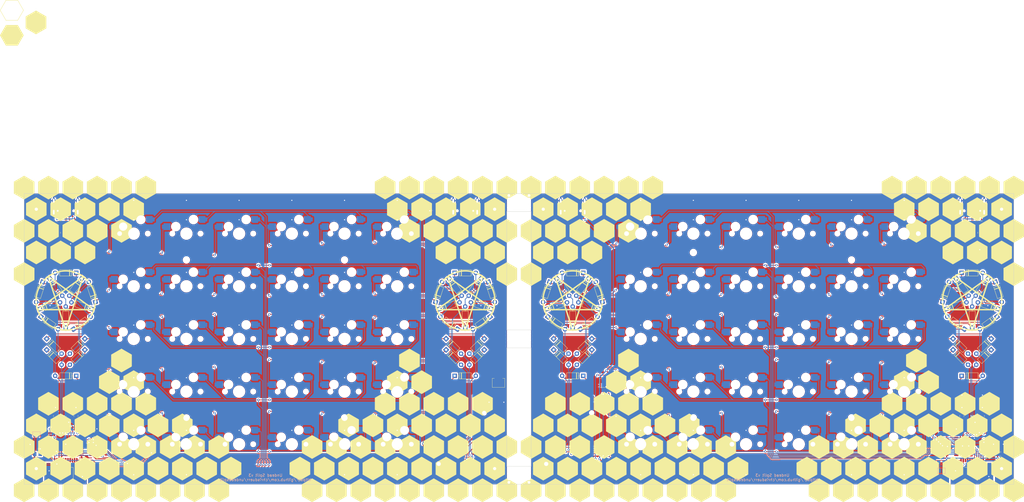
<source format=kicad_pcb>
(kicad_pcb (version 20241229) (generator "pcbnew") (generator_version "9.0")
  (title_block (title "Undead Split") (date "2024-12-29") (rev "3") (company "UndeadLeech"))
  (layers (0 "F.Cu" signal) (2 "B.Cu" signal) (13 "F.Paste" user) (15 "B.Paste" user) (5 "F.SilkS" user "F.Silkscreen") (7 "B.SilkS" user "B.Silkscreen") (1 "F.Mask" user) (3 "B.Mask" user) (25 "Edge.Cuts" user))
  (net 0 "")
  (net 1 "Net-(U1-UCAP)")
  (net 2 "GND")
  (net 3 "XTAL1")
  (net 4 "XTAL2")
  (net 5 "+5V")
  (net 6 "Net-(U2-UCAP)")
  (net 7 "XTAL1-R")
  (net 8 "XTAL2-R")
  (net 9 "ROW0")
  (net 10 "Net-(D1-K)")
  (net 11 "Net-(D2-K)")
  (net 12 "Net-(D3-K)")
  (net 13 "Net-(D4-K)")
  (net 14 "Net-(D5-K)")
  (net 15 "Net-(D6-K)")
  (net 16 "ROW1")
  (net 17 "Net-(D7-K)")
  (net 18 "Net-(D8-K)")
  (net 19 "Net-(D9-K)")
  (net 20 "Net-(D10-K)")
  (net 21 "Net-(D11-K)")
  (net 22 "Net-(D12-K)")
  (net 23 "ROW2")
  (net 24 "Net-(D13-K)")
  (net 25 "Net-(D14-K)")
  (net 26 "Net-(D15-K)")
  (net 27 "Net-(D16-K)")
  (net 28 "Net-(D17-K)")
  (net 29 "Net-(D18-K)")
  (net 30 "ROW3")
  (net 31 "Net-(D19-K)")
  (net 32 "Net-(D20-K)")
  (net 33 "Net-(D21-K)")
  (net 34 "Net-(D22-K)")
  (net 35 "Net-(D23-K)")
  (net 36 "Net-(D24-K)")
  (net 37 "ROW4")
  (net 38 "Net-(D25-K)")
  (net 39 "Net-(D26-K)")
  (net 40 "Net-(D27-K)")
  (net 41 "Net-(D28-K)")
  (net 42 "Net-(D29-K)")
  (net 43 "Net-(D30-K)")
  (net 44 "ROW0-R")
  (net 45 "Net-(D31-K)")
  (net 46 "ROW1-R")
  (net 47 "Net-(D32-K)")
  (net 48 "ROW2-R")
  (net 49 "Net-(D33-K)")
  (net 50 "ROW3-R")
  (net 51 "Net-(D34-K)")
  (net 52 "ROW4-R")
  (net 53 "Net-(D35-K)")
  (net 54 "Net-(D36-K)")
  (net 55 "Net-(D37-K)")
  (net 56 "Net-(D38-K)")
  (net 57 "Net-(D39-K)")
  (net 58 "Net-(D40-K)")
  (net 59 "Net-(D41-K)")
  (net 60 "Net-(D42-K)")
  (net 61 "Net-(D43-K)")
  (net 62 "Net-(D44-K)")
  (net 63 "Net-(D45-K)")
  (net 64 "Net-(D46-K)")
  (net 65 "Net-(D47-K)")
  (net 66 "Net-(D48-K)")
  (net 67 "Net-(D49-K)")
  (net 68 "Net-(D50-K)")
  (net 69 "Net-(D51-K)")
  (net 70 "Net-(D52-K)")
  (net 71 "Net-(D53-K)")
  (net 72 "Net-(D54-K)")
  (net 73 "Net-(D55-K)")
  (net 74 "Net-(D56-K)")
  (net 75 "Net-(D57-K)")
  (net 76 "Net-(D58-K)")
  (net 77 "Net-(D59-K)")
  (net 78 "Net-(D60-K)")
  (net 79 "Net-(J1-CC1)")
  (net 81 "Net-(J1-CC2)")
  (net 85 "SSP")
  (net 90 "Net-(J3-CC1)")
  (net 92 "Net-(J3-CC2)")
  (net 96 "SSP-R")
  (net 101 "JOY_X")
  (net 102 "JOY_SW")
  (net 103 "JOY_Y")
  (net 104 "JOY_X-R")
  (net 105 "JOY_SW-R")
  (net 106 "JOY_Y-R")
  (net 107 "RESET")
  (net 108 "RESET-R")
  (net 109 "Net-(U1-~{HWB}{slash}PE2)")
  (net 110 "D-")
  (net 111 "D+")
  (net 112 "Net-(U2-~{HWB}{slash}PE2)")
  (net 113 "COL0")
  (net 114 "COL1")
  (net 115 "COL2")
  (net 116 "COL3")
  (net 117 "COL4")
  (net 118 "COL5")
  (net 119 "COL0-R")
  (net 120 "COL1-R")
  (net 121 "COL2-R")
  (net 122 "COL3-R")
  (net 123 "COL4-R")
  (net 124 "COL5-R")
  (net 147 "GNDA")
  (net 148 "+5VA")
  (net 149 "DP")
  (net 150 "DN")
  (net 151 "D-RP")
  (net 152 "D-RN")
  (net 153 "D-R-")
  (net 154 "D-R+")
  (footprint "footprints:diode" (layer "F.Cu") (at 234.083801 156.250698 45)
    (property "Reference" "D57" (hide yes))
    (property "Value" "1N4148")
  )
  (footprint "footprints:diode" (layer "F.Cu") (at 379.378533 143.419128 36)
    (property "Reference" "D47" (hide yes))
    (property "Value" "1N4148")
  )
  (footprint "footprints:resistor" (layer "F.Cu") (at 377.893784 108.632537 -90)
    (property "Reference" "R11" (hide yes))
    (property "Value" "22")
  )
  (footprint "footprints:CherryMX_Hotswap" (layer "F.Cu") (at 150.333462 127.938198)
    (property "Reference" "SW11" (hide yes))
    (property "Value" "SW_Push" (hide yes))
  )
  (footprint "footprints:CherryMX_Hotswap" (layer "F.Cu") (at 257.083462 184.938198)
    (property "Reference" "SW55" (hide yes))
    (property "Value" "SW_Push" (hide yes))
  )
  (footprint "footprints:diode" (layer "F.Cu") (at 241.543801 138.940698 -144)
    (property "Reference" "D51" (hide yes))
    (property "Value" "1N4148")
  )
  (footprint "footprints:CherryMX_Hotswap" (layer "F.Cu") (at 352.083462 184.938198)
    (property "Reference" "SW60" (hide yes))
    (property "Value" "SW_Push" (hide yes))
  )
  (footprint "Crystal:Crystal_SMD_3225-4Pin_3.2x2.5mm_HandSoldering" (layer "F.Cu") (at 49.833801 195.562913 180)
    (property "Reference" "Y1" (hide yes))
    (property "Value" "~")
  )
  (footprint "footprints:diode" (layer "F.Cu") (at 195.103462 131.341408 54)
    (property "Reference" "D6" (hide yes))
    (property "Value" "1N4148")
  )
  (footprint "footprints:diode" (layer "F.Cu") (at 51.889031 133.757493 -18)
    (property "Reference" "D15" (hide yes))
    (property "Value" "1N4148")
  )
  (footprint "footprints:diode" (layer "F.Cu") (at 374.527893 133.757493 -162)
    (property "Reference" "D46" (hide yes))
    (property "Value" "1N4148")
  )
  (footprint "footprints:diode" (layer "F.Cu") (at 48.563801 131.341408 126)
    (property "Reference" "D1" (hide yes))
    (property "Value" "1N4148")
  )
  (footprint "footprints:diode" (layer "F.Cu") (at 47.038391 143.419128 144)
    (property "Reference" "D14" (hide yes))
    (property "Value" "1N4148")
  )
  (footprint "footprints:diode" (layer "F.Cu") (at 378.083123 152.250698 45)
    (property "Reference" "D53" (hide yes))
    (property "Value" "1N4148")
  )
  (footprint "footprints:diode" (layer "F.Cu") (at 375.083123 156.250698 135)
    (property "Reference" "D58" (hide yes))
    (property "Value" "1N4148")
  )
  (footprint "footprints:joycon_joystick" (layer "F.Cu") (at 205.833462 162.538198)
    (property "Reference" "JOY1" (hide yes))
    (property "Value" "~" (hide yes))
  )
  (footprint "footprints:capacitor" (layer "F.Cu") (at 380.270623 174.737913 90)
    (property "Reference" "C15" (hide yes))
    (property "Value" "0.1µ")
  )
  (footprint "footprints:CherryMX_Hotswap" (layer "F.Cu") (at 352.083462 108.938198)
    (property "Reference" "SW36" (hide yes))
    (property "Value" "SW_Push" (hide yes))
  )
  (footprint "footprints:diode" (layer "F.Cu") (at 192.333462 152.250698 135)
    (property "Reference" "D24" (hide yes))
    (property "Value" "1N4148")
  )
  (footprint "footprints:CherryMX_Hotswap" (layer "F.Cu") (at 112.333462 127.938198)
    (property "Reference" "SW9" (hide yes))
    (property "Value" "SW_Push" (hide yes))
  )
  (footprint "footprints:mouse_bites" (layer "F.Cu") (at 216.833462 97.688208 -90)
    (property "Reference" "MB1" (hide yes))
    (property "Value" "~")
  )
  (footprint "footprints:diode" (layer "F.Cu") (at 197.643462 123.089698 180)
    (property "Reference" "D12" (hide yes))
    (property "Value" "1N4148")
  )
  (footprint "footprints:diode" (layer "F.Cu") (at 234.083801 152.250698 45)
    (property "Reference" "D49" (hide yes))
    (property "Value" "1N4148")
  )
  (footprint "footprints:diode" (layer "F.Cu") (at 221.896101 133.623068 72)
    (property "Reference" "D32" (hide yes))
    (property "Value" "1N4148")
  )
  (footprint "footprints:resistor" (layer "F.Cu") (at 373.113123 105.112913 180)
    (property "Reference" "R10" (hide yes))
    (property "Value" "5.1k")
  )
  (footprint "footprints:diode" (layer "F.Cu") (at 375.083123 152.250698 135)
    (property "Reference" "D54" (hide yes))
    (property "Value" "1N4148")
  )
  (footprint "footprints:diode" (layer "F.Cu") (at 195.333462 152.250698 45)
    (property "Reference" "D23" (hide yes))
    (property "Value" "1N4148")
  )
  (footprint "footprints:mouse_bites" (layer "F.Cu") (at 216.833462 146.938198 -90)
    (property "Reference" "MB2" (hide yes))
    (property "Value" "~")
  )
  (footprint "footprints:CherryMX_Hotswap" (layer "F.Cu") (at 333.083462 184.938198)
    (property "Reference" "SW59" (hide yes))
    (property "Value" "SW_Push" (hide yes))
  )
  (footprint "MountingHole:MountingHole_2.2mm_M2" (layer "F.Cu") (at 150.333462 175.438198)
    (property "Reference" "H4" (hide yes))
    (property "Value" "MountingHole")
  )
  (footprint "footprints:CherryMX_Hotswap" (layer "F.Cu") (at 295.083462 165.938198)
    (property "Reference" "SW51" (hide yes))
    (property "Value" "SW_Push" (hide yes))
  )
  (footprint "MountingHole:MountingHole_2.2mm_M2" (layer "F.Cu") (at 333.083462 175.438198)
    (property "Reference" "H8" (hide yes))
    (property "Value" "MountingHole")
  )
  (footprint "MountingHole:MountingHole_2.2mm_M2" (layer "F.Cu") (at 333.083462 118.438198)
    (property "Reference" "H6" (hide yes))
    (property "Value" "MountingHole")
  )
  (footprint "MountingHole:MountingHole_2.2mm_M2" (layer "F.Cu") (at 93.333462 118.438198)
    (property "Reference" "H1" (hide yes))
    (property "Value" "MountingHole")
  )
  (footprint "footprints:CherryMX_Hotswap" (layer "F.Cu") (at 112.333462 165.938198)
    (property "Reference" "SW21" (hide yes))
    (property "Value" "SW_Push" (hide yes))
  )
  (footprint "footprints:CherryMX_Hotswap" (layer "F.Cu") (at 352.083462 146.938198)
    (property "Reference" "SW48" (hide yes))
    (property "Value" "SW_Push" (hide yes))
  )
  (footprint "footprints:diode" (layer "F.Cu") (at 234.639031 133.757493 -18)
    (property "Reference" "D45" (hide yes))
    (property "Value" "1N4148")
  )
  (footprint "footprints:CherryMX_Hotswap" (layer "F.Cu") (at 131.333462 127.938198)
    (property "Reference" "SW10" (hide yes))
    (property "Value" "SW_Push" (hide yes))
  )
  (footprint "footprints:CherryMX_Hotswap" (layer "F.Cu") (at 333.083462 108.938198)
    (property "Reference" "SW35" (hide yes))
    (property "Value" "SW_Push" (hide yes))
  )
  (footprint "footprints:diode" (layer "F.Cu") (at 51.333801 152.250698 45)
    (property "Reference" "D19" (hide yes))
    (property "Value" "1N4148")
  )
  (footprint "footprints:capacitor" (layer "F.Cu") (at 39.633801 188.487913 180)
    (property "Reference" "C8" (hide yes))
    (property "Value" "10µ")
  )
  (footprint "footprints:CherryMX_Hotswap" (layer "F.Cu") (at 112.333462 184.938198)
    (property "Reference" "SW27" (hide yes))
    (property "Value" "SW_Push" (hide yes))
  )
  (footprint "footprints:diode" (layer "F.Cu") (at 380.393123 160.250698 180)
    (property "Reference" "D59" (hide yes))
    (property "Value" "1N4148")
  )
  (footprint "footprints:capacitor" (layer "F.Cu") (at 60.033801 188.487913)
    (property "Reference" "C5" (hide yes))
    (property "Value" "0.1µ")
  )
  (footprint "footprints:CherryMX_Hotswap" (layer "F.Cu") (at 169.333462 127.938198)
    (property "Reference" "SW12" (hide yes))
    (property "Value" "SW_Push" (hide yes))
  )
  (footprint "footprints:CherryMX_Hotswap" (layer "F.Cu") (at 257.083462 127.938198)
    (property "Reference" "SW37" (hide yes))
    (property "Value" "SW_Push" (hide yes))
  )
  (footprint "footprints:CherryMX_Hotswap" (layer "F.Cu") (at 131.333462 165.938198)
    (property "Reference" "SW22" (hide yes))
    (property "Value" "SW_Push" (hide yes))
  )
  (footprint "MountingHole:MountingHole_2.2mm_M2" (layer "F.Cu") (at 93.333462 175.438198)
    (property "Reference" "H3" (hide yes))
    (property "Value" "MountingHole")
  )
  (footprint "footprints:diode" (layer "F.Cu") (at 51.103801 131.341408 54)
    (property "Reference" "D3" (hide yes))
    (property "Value" "1N4148")
  )
  (footprint "footprints:resistor" (layer "F.Cu") (at 375.443784 108.632537 -90)
    (property "Reference" "R12" (hide yes))
    (property "Value" "22")
  )
  (footprint "footprints:CherryMX_Hotswap" (layer "F.Cu") (at 112.333462 108.938198)
    (property "Reference" "SW3" (hide yes))
    (property "Value" "SW_Push" (hide yes))
  )
  (footprint "footprints:CherryMX_Hotswap" (layer "F.Cu") (at 295.083462 108.938198)
    (property "Reference" "SW33" (hide yes))
    (property "Value" "SW_Push" (hide yes))
  )
  (footprint "Package_QFP:TQFP-44_10x10mm_P0.8mm" (layer "F.Cu") (at 376.583462 184.937913)
    (property "Reference" "U2")
    (property "Value" "ATmega32U4-A")
  )
  (footprint "footprints:CherryMX_Hotswap" (layer "F.Cu") (at 276.083462 146.938198)
    (property "Reference" "SW44" (hide yes))
    (property "Value" "SW_Push" (hide yes))
  )
  (footprint "footprints:diode" (layer "F.Cu") (at 185.500462 126.375698 -108)
    (property "Reference" "D10" (hide yes))
    (property "Value" "1N4148")
  )
  (footprint "footprints:CherryMX_Hotswap" (layer "F.Cu") (at 352.083462 127.938198)
    (property "Reference" "SW42" (hide yes))
    (property "Value" "SW_Push" (hide yes))
  )
  (footprint "footprints:diode" (layer "F.Cu") (at 231.083801 156.250698 135)
    (property "Reference" "D55" (hide yes))
    (property "Value" "1N4148")
  )
  (footprint "footprints:CherryMX_Hotswap" (layer "F.Cu") (at 295.083462 146.938198)
    (property "Reference" "SW45" (hide yes))
    (property "Value" "SW_Push" (hide yes))
  )
  (footprint "footprints:tooling_hole" (layer "F.Cu") (at 39.220462 193.738198)
    (property "Reference" "H11" (hide yes))
    (property "Value" "ToolingHole")
  )
  (footprint "footprints:CherryMX_Hotswap" (layer "F.Cu") (at 169.333462 146.938198)
    (property "Reference" "SW18" (hide yes))
    (property "Value" "SW_Push" (hide yes))
  )
  (footprint "footprints:diode" (layer "F.Cu") (at 193.833462 135.250698 -90)
    (property "Reference" "D18" (hide yes))
    (property "Value" "1N4148")
  )
  (footprint "footprints:capacitor" (layer "F.Cu") (at 381.083123 195.562913 -90)
    (property "Reference" "C10" (hide yes))
    (property "Value" "22p")
  )
  (footprint "footprints:diode" (layer "F.Cu") (at 195.888353 133.757493 -18)
    (property "Reference" "D11" (hide yes))
    (property "Value" "1N4148")
  )
  (footprint "footprints:CherryMX_Hotswap" (layer "F.Cu") (at 276.083462 127.938198)
    (property "Reference" "SW38" (hide yes))
    (property "Value" "SW_Push" (hide yes))
  )
  (footprint "footprints:diode" (layer "F.Cu") (at 229.788391 143.419128 144)
    (property "Reference" "D44" (hide yes))
    (property "Value" "1N4148")
  )
  (footprint "footprints:diode" (layer "F.Cu") (at 233.853801 131.341408 54)
    (property "Reference" "D33" (hide yes))
    (property "Value" "1N4148")
  )
  (footprint "footprints:diode" (layer "F.Cu") (at 46.023801 160.250698)
    (property "Reference" "D26" (hide yes))
    (property "Value" "1N4148")
  )
  (footprint "footprints:diode" (layer "F.Cu") (at 377.853123 131.341408 54)
    (property "Reference" "D36" (hide yes))
    (property "Value" "1N4148")
  )
  (footprint "footprints:diode" (layer "F.Cu") (at 58.793801 138.940698 -144)
    (property "Reference" "D21" (hide yes))
    (property "Value" "1N4148")
  )
  (footprint "footprints:CherryMX_Hotswap" (layer "F.Cu") (at 333.083462 165.938198)
    (property "Reference" "SW53" (hide yes))
    (property "Value" "SW_Push" (hide yes))
  )
  (footprint "footprints:CherryMX_Hotswap" (layer "F.Cu") (at 74.333462 184.938198)
    (property "Reference" "SW25" (hide yes))
    (property "Value" "SW_Push" (hide yes))
  )
  (footprint "footprints:mouse_bites" (layer "F.Cu") (at 216.833462 196.188198 -90)
    (property "Reference" "MB3" (hide yes))
    (property "Value" "~")
  )
  (footprint "footprints:resistor" (layer "F.Cu") (at 46.363801 105.112913 180)
    (property "Reference" "R6" (hide yes))
    (property "Value" "5.1k")
  )
  (footprint "footprints:diode" (layer "F.Cu") (at 231.313801 131.341408 126)
    (property "Reference" "D31" (hide yes))
    (property "Value" "1N4148")
  )
  (footprint "footprints:diode" (layer "F.Cu") (at 376.583123 135.250698 -90)
    (property "Reference" "D48" (hide yes))
    (property "Value" "1N4148")
  )
  (footprint "footprints:diode" (layer "F.Cu") (at 231.083801 152.250698 135)
    (property "Reference" "D50" (hide yes))
    (property "Value" "1N4148")
  )
  (footprint "footprints:resistor" (layer "F.Cu") (at 380.053123 105.112913)
    (property "Reference" "R9" (hide yes))
    (property "Value" "5.1k")
  )
  (footprint "footprints:diode" (layer "F.Cu") (at 46.023801 123.089698)
    (property "Reference" "D7" (hide yes))
    (property "Value" "1N4148")
  )
  (footprint "footprints:CherryMX_Hotswap" (layer "F.Cu") (at 314.083462 108.938198)
    (property "Reference" "SW34" (hide yes))
    (property "Value" "SW_Push" (hide yes))
  )
  (footprint "Package_QFP:TQFP-44_10x10mm_P0.8mm" (layer "F.Cu") (at 49.833462 184.937913)
    (property "Reference" "U1")
    (property "Value" "ATmega32U4-A")
  )
  (footprint "footprints:CherryMX_Hotswap" (layer "F.Cu") (at 131.333462 146.938198)
    (property "Reference" "SW16" (hide yes))
    (property "Value" "SW_Push" (hide yes))
  )
  (footprint "footprints:CherryMX_Hotswap" (layer "F.Cu") (at 314.083462 165.938198)
    (property "Reference" "SW52" (hide yes))
    (property "Value" "SW_Push" (hide yes))
  )
  (footprint "footprints:capacitor" (layer "F.Cu") (at 366.383123 181.387913 180)
    (property "Reference" "C9" (hide yes))
    (property "Value" "1µ")
  )
  (footprint "footprints:diode" (layer "F.Cu") (at 380.393123 123.089698 180)
    (property "Reference" "D42" (hide yes))
    (property "Value" "1N4148")
  )
  (footprint "footprints:diode" (layer "F.Cu") (at 228.773801 160.250698)
    (property "Reference" "D56" (hide yes))
    (property "Value" "1N4148")
  )
  (footprint "footprints:mouse_bites" (layer "F.Cu") (at 209.583462 146.938198 90)
    (property "Reference" "MB5" (hide yes))
    (property "Value" "~")
  )
  (footprint "footprints:diode" (layer "F.Cu") (at 51.333801 156.250698 45)
    (property "Reference" "D27" (hide yes))
    (property "Value" "1N4148")
  )
  (footprint "footprints:diode" (layer "F.Cu") (at 192.563462 131.341408 126)
    (property "Reference" "D4" (hide yes))
    (property "Value" "1N4148")
  )
  (footprint "footprints:CherryMX_Hotswap" (layer "F.Cu") (at 93.333462 184.938198)
    (property "Reference" "SW26" (hide yes))
    (property "Value" "SW_Push" (hide yes))
  )
  (footprint "footprints:diode" (layer "F.Cu") (at 368.250123 126.375698 -108)
    (property "Reference" "D40" (hide yes))
    (property "Value" "1N4148")
  )
  (footprint "footprints:diode" (layer "F.Cu") (at 58.166801 126.375698 -72)
    (property "Reference" "D9" (hide yes))
    (property "Value" "1N4148")
  )
  (footprint "footprints:diode" (layer "F.Cu") (at 232.583801 135.250698 -90)
    (property "Reference" "D43" (hide yes))
    (property "Value" "1N4148")
  )
  (footprint "footprints:diode" (layer "F.Cu") (at 228.773801 123.089698)
    (property "Reference" "D37" (hide yes))
    (property "Value" "1N4148")
  )
  (footprint "footprints:diode" (layer "F.Cu") (at 240.916801 126.375698 -72)
    (property "Reference" "D39" (hide yes))
    (property "Value" "1N4148")
  )
  (footprint "footprints:CherryMX_Hotswap" (layer "F.Cu") (at 74.333462 108.938198)
    (property "Reference" "SW1" (hide yes))
    (property "Value" "SW_Push" (hide yes))
  )
  (footprint "footprints:diode" (layer "F.Cu") (at 39.146101 133.623068 72)
    (property "Reference" "D2" (hide yes))
    (property "Value" "1N4148")
  )
  (footprint "footprints:tooling_hole" (layer "F.Cu") (at 387.196462 193.738198)
    (property "Reference" "H15" (hide yes))
    (property "Value" "ToolingHole")
  )
  (footprint "footprints:diode" (layer "F.Cu") (at 184.873462 138.940698 -36)
    (property "Reference" "D22" (hide yes))
    (property "Value" "1N4148")
  )
  (footprint "footprints:CherryMX_Hotswap" (layer "F.Cu") (at 169.333462 184.938198)
    (property "Reference" "SW30" (hide yes))
    (property "Value" "SW_Push" (hide yes))
  )
  (footprint "footprints:CherryMX_Hotswap" (layer "F.Cu") (at 257.083462 146.938198)
    (property "Reference" "SW43" (hide yes))
    (property "Value" "SW_Push" (hide yes))
  )
  (footprint "footprints:capacitor" (layer "F.Cu") (at 386.783123 181.387913)
    (property "Reference" "C12" (hide yes))
    (property "Value" "0.1µ")
  )
  (footprint "footprints:CherryMX_Hotswap" (layer "F.Cu") (at 150.333462 165.938198)
    (property "Reference" "SW23" (hide yes))
    (property "Value" "SW_Push" (hide yes))
  )
  (footprint "footprints:USB_C_Receptacle_ShouHan_16P_TopMnt_Horizontal" (layer "F.Cu") (at 232.583462 99.430913 180)
    (property "Reference" "J4" (hide yes))
    (property "Value" "USB_C_Receptacle_USB2.0")
  )
  (footprint "MountingHole:MountingHole_2.2mm_M2" (layer "F.Cu") (at 276.083462 115.770198)
    (property "Reference" "H5" (hide yes))
    (property "Value" "MountingHole")
  )
  (footprint "footprints:CherryMX_Hotswap" (layer "F.Cu") (at 314.083462 146.938198)
    (property "Reference" "SW46" (hide yes))
    (property "Value" "SW_Push" (hide yes))
  )
  (footprint "footprints:CherryMX_Hotswap" (layer "F.Cu") (at 74.333462 127.938198)
    (property "Reference" "SW7" (hide yes))
    (property "Value" "SW_Push" (hide yes))
  )
  (footprint "footprints:CherryMX_Hotswap" (layer "F.Cu") (at 257.083462 165.938198)
    (property "Reference" "SW49" (hide yes))
    (property "Value" "SW_Push" (hide yes))
  )
  (footprint "footprints:CherryMX_Hotswap" (layer "F.Cu") (at 93.333462 146.938198)
    (property "Reference" "SW14" (hide yes))
    (property "Value" "SW_Push" (hide yes))
  )
  (footprint "footprints:capacitor" (layer "F.Cu") (at 45.333801 195.562913 90)
    (property "Reference" "C3" (hide yes))
    (property "Value" "22p")
  )
  (footprint "footprints:CherryMX_Hotswap" (layer "F.Cu") (at 74.333462 165.938198)
    (property "Reference" "SW19" (hide yes))
    (property "Value" "SW_Push" (hide yes))
  )
  (footprint "footprints:CherryMX_Hotswap" (layer "F.Cu") (at 295.083462 184.938198)
    (property "Reference" "SW57" (hide yes))
    (property "Value" "SW_Push" (hide yes))
  )
  (footprint "footprints:CherryMX_Hotswap" (layer "F.Cu") (at 333.083462 146.938198)
    (property "Reference" "SW47" (hide yes))
    (property "Value" "SW_Push" (hide yes))
  )
  (footprint "footprints:USB_C_Receptacle_ShouHan_16P_TopMnt_Horizontal" (layer "F.Cu") (at 49.833462 99.430913 180)
    (property "Reference" "J1" (hide yes))
    (property "Value" "USB_C_Receptacle_USB2.0")
  )
  (footprint "footprints:capacitor" (layer "F.Cu") (at 372.895623 174.737913 90)
    (property "Reference" "C14" (hide yes))
    (property "Value" "0.1µ")
  )
  (footprint "footprints:capacitor" (layer "F.Cu") (at 54.333801 195.562913 -90)
    (property "Reference" "C2" (hide yes))
    (property "Value" "22p")
  )
  (footprint "footprints:CherryMX_Hotswap" (layer "F.Cu") (at 169.333462 165.938198)
    (property "Reference" "SW24" (hide yes))
    (property "Value" "SW_Push" (hide yes))
  )
  (footprint "footprints:resistor" (layer "F.Cu") (at 376.583123 175.662913)
    (property "Reference" "R7" (hide yes))
    (property "Value" "10k")
  )
  (footprint "footprints:resistor" (layer "F.Cu") (at 49.833801 175.662913)
    (property "Reference" "R1" (hide yes))
    (property "Value" "10k")
  )
  (footprint "footprints:diode" (layer "F.Cu") (at 196.628533 143.419128 36)
    (property "Reference" "D17" (hide yes))
    (property "Value" "1N4148")
  )
  (footprint "footprints:CherryMX_Hotswap" (layer "F.Cu") (at 276.083462 165.938198)
    (property "Reference" "SW50" (hide yes))
    (property "Value" "SW_Push" (hide yes))
  )
  (footprint "footprints:diode" (layer "F.Cu") (at 191.778232 133.757493 -162)
    (property "Reference" "D16" (hide yes))
    (property "Value" "1N4148")
  )
  (footprint "footprints:CherryMX_Hotswap" (layer "F.Cu") (at 314.083462 127.938198)
    (property "Reference" "SW40" (hide yes))
    (property "Value" "SW_Push" (hide yes))
  )
  (footprint "footprints:diode" (layer "F.Cu") (at 378.083123 156.250698 45)
    (property "Reference" "D60" (hide yes))
    (property "Value" "1N4148")
  )
  (footprint "footprints:diode" (layer "F.Cu") (at 387.270823 133.623068 108)
    (property "Reference" "D35" (hide yes))
    (property "Value" "1N4148")
  )
  (footprint "footprints:CherryMX_Hotswap" (layer "F.Cu") (at 276.083462 108.938198)
    (property "Reference" "SW32" (hide yes))
    (property "Value" "SW_Push" (hide yes))
  )
  (footprint "footprints:CherryMX_Hotswap" (layer "F.Cu") (at 131.333462 108.938198)
    (property "Reference" "SW4" (hide yes))
    (property "Value" "SW_Push" (hide yes))
  )
  (footprint "footprints:USB_C_Receptacle_ShouHan_16P_TopMnt_Horizontal" (layer "F.Cu") (at 193.833462 99.430913 180)
    (property "Reference" "J2" (hide yes))
    (property "Value" "USB_C_Receptacle_USB2.0")
  )
  (footprint "footprints:CherryMX_Hotswap" (layer "F.Cu") (at 131.333462 184.938198)
    (property "Reference" "SW28" (hide yes))
    (property "Value" "SW_Push" (hide yes))
  )
  (footprint "footprints:capacitor" (layer "F.Cu") (at 39.633801 181.387913 180)
    (property "Reference" "C1" (hide yes))
    (property "Value" "1µ")
  )
  (footprint "MountingHole:MountingHole_2.2mm_M2" (layer "F.Cu") (at 276.083462 175.438198)
    (property "Reference" "H7" (hide yes))
    (property "Value" "MountingHole")
  )
  (footprint "footprints:resistor" (layer "F.Cu") (at 48.694462 108.632537 -90)
    (property "Reference" "R4" (hide yes))
    (property "Value" "22")
  )
  (footprint "footprints:diode" (layer "F.Cu") (at 378.638353 133.757493 -18)
    (property "Reference" "D41" (hide yes))
    (property "Value" "1N4148")
  )
  (footprint "footprints:CherryMX_Hotswap" (layer "F.Cu") (at 93.333462 165.938198)
    (property "Reference" "SW20" (hide yes))
    (property "Value" "SW_Push" (hide yes))
  )
  (footprint "footprints:CherryMX_Hotswap" (layer "F.Cu") (at 150.333462 108.938198)
    (property "Reference" "SW5" (hide yes))
    (property "Value" "SW_Push" (hide yes))
  )
  (footprint "footprints:CherryMX_Hotswap" (layer "F.Cu") (at 257.083462 108.938198)
    (property "Reference" "SW31" (hide yes))
    (property "Value" "SW_Push" (hide yes))
  )
  (footprint "footprints:CherryMX_Hotswap" (layer "F.Cu") (at 112.333462 146.938198)
    (property "Reference" "SW15" (hide yes))
    (property "Value" "SW_Push" (hide yes))
  )
  (footprint "footprints:CherryMX_Hotswap" (layer "F.Cu") (at 276.083462 184.938198)
    (property "Reference" "SW56" (hide yes))
    (property "Value" "SW_Push" (hide yes))
  )
  (footprint "footprints:diode" (layer "F.Cu") (at 375.313123 131.341408 126)
    (property "Reference" "D34" (hide yes))
    (property "Value" "1N4148")
  )
  (footprint "footprints:capacitor" (layer "F.Cu") (at 53.521301 174.737913 90)
    (property "Reference" "C7" (hide yes))
    (property "Value" "0.1µ")
  )
  (footprint "footprints:tooling_hole" (layer "F.Cu") (at 39.220462 100.138198)
    (property "Reference" "H9" (hide yes))
    (property "Value" "ToolingHole")
  )
  (footprint "footprints:capacitor" (layer "F.Cu") (at 60.033801 181.387913)
    (property "Reference" "C4" (hide yes))
    (property "Value" "0.1µ")
  )
  (footprint "footprints:USB_C_Receptacle_ShouHan_16P_TopMnt_Horizontal" (layer "F.Cu") (at 376.583462 99.430913 180)
    (property "Reference" "J3" (hide yes))
    (property "Value" "USB_C_Receptacle_USB2.0")
  )
  (footprint "footprints:resistor" (layer "F.Cu") (at 51.144462 108.632537 -90)
    (property "Reference" "R3" (hide yes))
    (property "Value" "22")
  )
  (footprint "footprints:diode" (layer "F.Cu") (at 204.520823 133.623068 108)
    (property "Reference" "D5" (hide yes))
    (property "Value" "1N4148")
  )
  (footprint "footprints:capacitor" (layer "F.Cu") (at 366.383123 188.487913 180)
    (property "Reference" "C16" (hide yes))
    (property "Value" "10µ")
  )
  (footprint "footprints:CherryMX_Hotswap" (layer "F.Cu") (at 150.333462 184.938198)
    (property "Reference" "SW29" (hide yes))
    (property "Value" "SW_Push" (hide yes))
  )
  (footprint "footprints:CherryMX_Hotswap" (layer "F.Cu") (at 93.333462 127.938198)
    (property "Reference" "SW8" (hide yes))
    (property "Value" "SW_Push" (hide yes))
  )
  (footprint "footprints:mouse_bites" (layer "F.Cu") (at 209.583462 97.688208 90)
    (property "Reference" "MB4" (hide yes))
    (property "Value" "~")
  )
  (footprint "footprints:CherryMX_Hotswap" (layer "F.Cu") (at 352.083462 165.938198)
    (property "Reference" "SW54" (hide yes))
    (property "Value" "SW_Push" (hide yes))
  )
  (footprint "footprints:diode" (layer "F.Cu") (at 230.528571 133.757493 -162)
    (property "Reference" "D38" (hide yes))
    (property "Value" "1N4148")
  )
  (footprint "footprints:CherryMX_Hotswap" (layer "F.Cu") (at 314.083462 184.938198)
    (property "Reference" "SW58" (hide yes))
    (property "Value" "SW_Push" (hide yes))
  )
  (footprint "footprints:diode" (layer "F.Cu") (at 49.833801 135.250698 -90)
    (property "Reference" "D13" (hide yes))
    (property "Value" "1N4148")
  )
  (footprint "footprints:tooling_hole" (layer "F.Cu") (at 204.446462 193.738198)
    (property "Reference" "H12" (hide yes))
    (property "Value" "ToolingHole")
  )
  (footprint "footprints:CherryMX_Hotswap" (layer "F.Cu") (at 333.083462 127.938198)
    (property "Reference" "SW41" (hide yes))
    (property "Value" "SW_Push" (hide yes))
  )
  (footprint "footprints:capacitor" (layer "F.Cu") (at 46.146301 174.737913 90)
    (property "Reference" "C6" (hide yes))
    (property "Value" "0.1µ")
  )
  (footprint "footprints:diode" (layer "F.Cu") (at 48.333801 156.250698 135)
    (property "Reference" "D25" (hide yes))
    (property "Value" "1N4148")
  )
  (footprint "footprints:CherryMX_Hotswap" (layer "F.Cu") (at 74.333462 146.938198)
    (property "Reference" "SW13" (hide yes))
    (property "Value" "SW_Push" (hide yes))
  )
  (footprint "footprints:CherryMX_Hotswap" (layer "F.Cu") (at 295.083462 127.938198)
    (property "Reference" "SW39" (hide yes))
    (property "Value" "SW_Push" (hide yes))
  )
  (footprint "footprints:diode" (layer "F.Cu") (at 192.333462 156.250698 135)
    (property "Reference" "D28" (hide yes))
    (property "Value" "1N4148")
  )
  (footprint "footprints:CherryMX_Hotswap" (layer "F.Cu") (at 93.333462 108.938198)
    (property "Reference" "SW2" (hide yes))
    (property "Value" "SW_Push" (hide yes))
  )
  (footprint "footprints:CherryMX_Hotswap" (layer "F.Cu") (at 150.333462 146.938198)
    (property "Reference" "SW17" (hide yes))
    (property "Value" "SW_Push" (hide yes))
  )
  (footprint "footprints:tooling_hole" (layer "F.Cu") (at 204.446462 100.138198)
    (property "Reference" "H10" (hide yes))
    (property "Value" "ToolingHole")
  )
  (footprint "footprints:joycon_joystick" (layer "F.Cu") (at 244.583462 162.538198)
    (property "Reference" "JOY2" (hide yes))
    (property "Value" "~" (hide yes))
  )
  (footprint "footprints:capacitor" (layer "F.Cu") (at 386.783123 188.487913)
    (property "Reference" "C13" (hide yes))
    (property "Value" "0.1µ")
  )
  (footprint "footprints:capacitor" (layer "F.Cu") (at 372.083123 195.562913 90)
    (property "Reference" "C11" (hide yes))
    (property "Value" "22p")
  )
  (footprint "footprints:mouse_bites" (layer "F.Cu") (at 209.583462 196.188198 90)
    (property "Reference" "MB6" (hide yes))
    (property "Value" "~")
  )
  (footprint "footprints:diode" (layer "F.Cu") (at 367.623123 138.940698 -36)
    (property "Reference" "D52" (hide yes))
    (property "Value" "1N4148")
  )
  (footprint "footprints:resistor" (layer "F.Cu") (at 53.303801 105.112913)
    (property "Reference" "R5" (hide yes))
    (property "Value" "5.1k")
  )
  (footprint "footprints:diode" (layer "F.Cu") (at 48.333801 152.250698 135)
    (property "Reference" "D20" (hide yes))
    (property "Value" "1N4148")
  )
  (footprint "footprints:diode" (layer "F.Cu") (at 195.333462 156.250698 45)
    (property "Reference" "D30" (hide yes))
    (property "Value" "1N4148")
  )
  (footprint "Crystal:Crystal_SMD_3225-4Pin_3.2x2.5mm_HandSoldering" (layer "F.Cu") (at 376.583123 195.562913 180)
    (property "Reference" "Y2" (hide yes))
    (property "Value" "~")
  )
  (footprint "footprints:CherryMX_Hotswap" (layer "F.Cu") (at 169.333462 108.938198)
    (property "Reference" "SW6" (hide yes))
    (property "Value" "SW_Push" (hide yes))
  )
  (footprint "footprints:diode" (layer "F.Cu") (at 47.778571 133.757493 -162)
    (property "Reference" "D8" (hide yes))
    (property "Value" "1N4148")
  )
  (footprint "footprints:tooling_hole" (layer "F.Cu") (at 387.196462 100.138198)
    (property "Reference" "H14" (hide yes))
    (property "Value" "ToolingHole")
  )
  (footprint "footprints:diode" (layer "F.Cu") (at 197.643462 160.250698 180)
    (property "Reference" "D29" (hide yes))
    (property "Value" "1N4148")
  )
  (footprint "MountingHole:MountingHole_2.2mm_M2" (layer "F.Cu") (at 150.333462 118.438198)
    (property "Reference" "H2" (hide yes))
    (property "Value" "MountingHole")
  )
  (footprint "footprints:tooling_hole" (layer "F.Cu") (at 221.970462 100.138198)
    (property "Reference" "H13" (hide yes))
    (property "Value" "ToolingHole")
  )
  (footprint "Jumper:SolderJumper-2_P1.3mm_Open_Pad1.0x1.5mm" (layer "B.Cu") (at 39.286052 181.403265)
    (property "Reference" "JP1" (hide yes))
    (property "Value" "~")
  )
  (footprint "Jumper:SolderJumper-2_P1.3mm_Open_Pad1.0x1.5mm" (layer "B.Cu") (at 365.5 194.525413)
    (property "Reference" "JP2" (hide yes))
    (property "Value" "~")
  )
  (footprint "footprints:resistor" (layer "B.Cu") (at 365.5 191.487913)
    (property "Reference" "R8" (hide yes))
    (property "Value" "10k")
  )
  (footprint "footprints:resistor" (layer "B.Cu") (at 39.633801 188.5)
    (property "Reference" "R2" (hide yes))
    (property "Value" "10k")
  )
  (gr_poly (pts (xy 386.446462 168.238198) (xy 382.809462 166.138198) (xy 379.172462 168.238198) (xy 379.172462 172.438198) (xy 382.809462 174.538198) (xy 386.446462 172.438197)) (stroke (width 0.15)) (fill yes) (layer "F.SilkS"))
  (gr_poly (pts (xy 57.518462 105.838198) (xy 61.155462 103.738198) (xy 64.792462 105.838198) (xy 64.792462 110.038198) (xy 61.155462 112.138198) (xy 57.518462 110.038197)) (stroke (width 0.15)) (fill yes) (layer "F.SilkS"))
  (gr_poly (pts (xy 288.525462 191.638198) (xy 292.162462 189.538198) (xy 295.799462 191.638198) (xy 295.799462 195.838198) (xy 292.162462 197.938198) (xy 288.525462 195.838197)) (stroke (width 0.15)) (fill yes) (layer "F.SilkS"))
  (gr_poly (pts (xy 168.600462 168.238198) (xy 164.963462 166.138198) (xy 161.326462 168.238198) (xy 161.326462 172.438198) (xy 164.963462 174.538198) (xy 168.600462 172.438197)) (stroke (width 0.15)) (fill yes) (layer "F.SilkS"))
  (gr_poly (pts (xy 253.429462 98.038198) (xy 257.066462 95.938198) (xy 260.703462 98.038198) (xy 260.703462 102.238198) (xy 257.066462 104.338198) (xy 253.429462 102.238197)) (stroke (width 0.15)) (fill yes) (layer "F.SilkS"))
  (gr_poly (pts (xy 159.826462 199.438198) (xy 156.189462 197.338198) (xy 152.552462 199.438198) (xy 152.552462 203.638198) (xy 156.189462 205.738198) (xy 159.826462 203.638197)) (stroke (width 0.15)) (fill yes) (layer "F.SilkS"))
  (gr_poly (pts (xy 146.665462 191.638198) (xy 143.028462 189.538198) (xy 139.391462 191.638198) (xy 139.391462 195.838198) (xy 143.028462 197.938198) (xy 146.665462 195.838197)) (stroke (width 0.15)) (fill yes) (layer "F.SilkS"))
  (gr_poly (pts (xy 199.309462 98.038198) (xy 195.672462 95.938198) (xy 192.035462 98.038198) (xy 192.035462 102.238198) (xy 195.672462 104.338198) (xy 199.309462 102.238197)) (stroke (width 0.15)) (fill yes) (layer "F.SilkS"))
  (gr_poly (pts (xy 382.059462 113.638198) (xy 378.422462 111.538198) (xy 374.785462 113.638198) (xy 374.785462 117.838198) (xy 378.422462 119.938198) (xy 382.059462 117.838197)) (stroke (width 0.15)) (fill yes) (layer "F.SilkS"))
  (gr_poly (pts (xy 48.744462 199.438198) (xy 52.381462 197.338198) (xy 56.018462 199.438198) (xy 56.018462 203.638198) (xy 52.381462 205.738198) (xy 48.744462 203.638197)) (stroke (width 0.15)) (fill yes) (layer "F.SilkS"))
  (gr_line (start 56.118801 124.429997) (end 39.66499 136.384391) (stroke (width 0.5)) (layer "F.SilkS"))
  (gr_poly (pts (xy 164.213462 176.038198) (xy 160.576462 173.938198) (xy 156.939462 176.038198) (xy 156.939462 180.238198) (xy 160.576462 182.338198) (xy 164.213462 180.238197)) (stroke (width 0.15)) (fill yes) (layer "F.SilkS"))
  (gr_poly (pts (xy 31.196462 183.838198) (xy 34.833462 181.738198) (xy 38.470462 183.838198) (xy 38.470462 188.038198) (xy 34.833462 190.138198) (xy 31.196462 188.038197)) (stroke (width 0.15)) (fill yes) (layer "F.SilkS"))
  (gr_poly (pts (xy 231.494462 105.838198) (xy 235.131462 103.738198) (xy 238.768462 105.838198) (xy 238.768462 110.038198) (xy 235.131462 112.138198) (xy 231.494462 110.038197)) (stroke (width 0.15)) (fill yes) (layer "F.SilkS"))
  (gr_poly (pts (xy 213.946462 90.238198) (xy 217.583462 88.138198) (xy 221.220462 90.238198) (xy 221.220462 94.438198) (xy 217.583462 96.538198) (xy 213.946462 94.438197)) (stroke (width 0.15)) (fill yes) (layer "F.SilkS"))
  (gr_poly (pts (xy 181.761462 191.638198) (xy 178.124462 189.538198) (xy 174.487462 191.638198) (xy 174.487462 195.838198) (xy 178.124462 197.938198) (xy 181.761462 195.838197)) (stroke (width 0.15)) (fill yes) (layer "F.SilkS"))
  (gr_poly (pts (xy 97.001462 191.638198) (xy 100.638462 189.538198) (xy 104.275462 191.638198) (xy 104.275462 195.838198) (xy 100.638462 197.938198) (xy 97.001462 195.838197)) (stroke (width 0.15)) (fill yes) (layer "F.SilkS"))
  (gr_poly (pts (xy 240.268462 183.838198) (xy 243.905462 181.738198) (xy 247.542462 183.838198) (xy 247.542462 188.038198) (xy 243.905462 190.138198) (xy 240.268462 188.038197)) (stroke (width 0.15)) (fill yes) (layer "F.SilkS"))
  (gr_line (start 242.752497 136.384008) (end 222.41499 136.384391) (stroke (width 0.5)) (layer "F.SilkS"))
  (gr_poly (pts (xy 172.987462 191.638198) (xy 169.350462 189.538198) (xy 165.713462 191.638198) (xy 165.713462 195.838198) (xy 169.350462 197.938198) (xy 172.987462 195.838197)) (stroke (width 0.15)) (fill yes) (layer "F.SilkS"))
  (gr_poly (pts (xy 360.124462 199.438198) (xy 356.487462 197.338198) (xy 352.850462 199.438198) (xy 352.850462 203.638198) (xy 356.487462 205.738198) (xy 360.124462 203.638197)) (stroke (width 0.15)) (fill yes) (layer "F.SilkS"))
  (gr_poly (pts (xy 168.600462 199.438198) (xy 164.963462 197.338198) (xy 161.326462 199.438198) (xy 161.326462 203.638198) (xy 164.963462 205.738198) (xy 168.600462 203.638197)) (stroke (width 0.15)) (fill yes) (layer "F.SilkS"))
  (gr_poly (pts (xy 227.107462 113.638198) (xy 230.744462 111.538198) (xy 234.381462 113.638198) (xy 234.381462 117.838198) (xy 230.744462 119.938198) (xy 227.107462 117.838197)) (stroke (width 0.15)) (fill yes) (layer "F.SilkS"))
  (gr_poly (pts (xy 377.672462 90.238198) (xy 374.035462 88.138198) (xy 370.398462 90.238198) (xy 370.398462 94.438198) (xy 374.035462 96.538198) (xy 377.672462 94.438197)) (stroke (width 0.15)) (fill yes) (layer "F.SilkS"))
  (gr_line (start 60.002497 136.384008) (end 39.66499 136.384391) (stroke (width 0.5)) (layer "F.SilkS"))
  (gr_poly (pts (xy 53.131462 191.638198) (xy 56.768462 189.538198) (xy 60.405462 191.638198) (xy 60.405462 195.838198) (xy 56.768462 197.938198) (xy 53.131462 195.838197)) (stroke (width 0.15)) (fill yes) (layer "F.SilkS"))
  (gr_poly (pts (xy 218.333462 113.638198) (xy 221.970462 111.538198) (xy 225.607462 113.638198) (xy 225.607462 117.838198) (xy 221.970462 119.938198) (xy 218.333462 117.838197)) (stroke (width 0.15)) (fill yes) (layer "F.SilkS"))
  (gr_poly (pts (xy 172.987462 160.438198) (xy 169.350462 158.338198) (xy 165.713462 160.438198) (xy 165.713462 164.638198) (xy 169.350462 166.738198) (xy 172.987462 164.638197)) (stroke (width 0.15)) (fill yes) (layer "F.SilkS"))
  (gr_poly (pts (xy 186.148462 90.238198) (xy 182.511462 88.138198) (xy 178.874462 90.238198) (xy 178.874462 94.438198) (xy 182.511462 96.538198) (xy 186.148462 94.438197)) (stroke (width 0.15)) (fill yes) (layer "F.SilkS"))
  (gr_poly (pts (xy 203.696462 199.438198) (xy 200.059462 197.338198) (xy 196.422462 199.438198) (xy 196.422462 203.638198) (xy 200.059462 205.738198) (xy 203.696462 203.638197)) (stroke (width 0.15)) (fill yes) (layer "F.SilkS"))
  (gr_line (start 382.868123 124.429997) (end 366.414312 136.384391) (stroke (width 0.5)) (layer "F.SilkS"))
  (gr_poly (pts (xy 227.107462 98.038198) (xy 230.744462 95.938198) (xy 234.381462 98.038198) (xy 234.381462 102.238198) (xy 230.744462 104.338198) (xy 227.107462 102.238197)) (stroke (width 0.15)) (fill yes) (layer "F.SilkS"))
  (gr_poly (pts (xy 199.309462 176.038198) (xy 195.672462 173.938198) (xy 192.035462 176.038198) (xy 192.035462 180.238198) (xy 195.672462 182.338198) (xy 199.309462 180.238197)) (stroke (width 0.15)) (fill yes) (layer "F.SilkS"))
  (gr_poly (pts (xy 208.083462 98.038198) (xy 204.446462 95.938198) (xy 200.809462 98.038198) (xy 200.809462 102.238198) (xy 204.446462 104.338198) (xy 208.083462 102.238197)) (stroke (width 0.15)) (fill yes) (layer "F.SilkS"))
  (gr_poly (pts (xy 48.744462 168.238198) (xy 52.381462 166.138198) (xy 56.018462 168.238198) (xy 56.018462 172.438198) (xy 52.381462 174.538198) (xy 48.744462 172.438197)) (stroke (width 0.15)) (fill yes) (layer "F.SilkS"))
  (gr_poly (pts (xy 203.696462 105.838198) (xy 200.059462 103.738198) (xy 196.422462 105.838198) (xy 196.422462 110.038198) (xy 200.059462 112.138198) (xy 203.696462 110.038197)) (stroke (width 0.15)) (fill yes) (layer "F.SilkS"))
  (gr_line (start 193.833462 143.771997) (end 187.548462 124.429997) (stroke (width 0.5)) (layer "F.SilkS"))
  (gr_poly (pts (xy 213.946462 183.838198) (xy 217.583462 181.738198) (xy 221.220462 183.838198) (xy 221.220462 188.038198) (xy 217.583462 190.138198) (xy 213.946462 188.038197)) (stroke (width 0.15)) (fill yes) (layer "F.SilkS"))
  (gr_poly (pts (xy 249.042462 90.238198) (xy 252.679462 88.138198) (xy 256.316462 90.238198) (xy 256.316462 94.438198) (xy 252.679462 96.538198) (xy 249.042462 94.438197)) (stroke (width 0.15)) (fill yes) (layer "F.SilkS"))
  (gr_poly (pts (xy 360.124462 152.638198) (xy 356.487462 150.538198) (xy 352.850462 152.638198) (xy 352.850462 156.838198) (xy 356.487462 158.938198) (xy 360.124462 156.838197)) (stroke (width 0.15)) (fill yes) (layer "F.SilkS"))
  (gr_poly (pts (xy 257.816462 168.238198) (xy 261.453462 166.138198) (xy 265.090462 168.238198) (xy 265.090462 172.438198) (xy 261.453462 174.538198) (xy 257.816462 172.438197)) (stroke (width 0.15)) (fill yes) (layer "F.SilkS"))
  (gr_poly (pts (xy 57.518462 199.438198) (xy 61.155462 197.338198) (xy 64.792462 199.438198) (xy 64.792462 203.638198) (xy 61.155462 205.738198) (xy 57.518462 203.638197)) (stroke (width 0.15)) (fill yes) (layer "F.SilkS"))
  (gr_poly (pts (xy 70.679462 176.038198) (xy 74.316462 173.938198) (xy 77.953462 176.038198) (xy 77.953462 180.238198) (xy 74.316462 182.338198) (xy 70.679462 180.238197)) (stroke (width 0.15)) (fill yes) (layer "F.SilkS"))
  (gr_poly (pts (xy 168.600462 183.838198) (xy 164.963462 181.738198) (xy 161.326462 183.838198) (xy 161.326462 188.038198) (xy 164.963462 190.138198) (xy 168.600462 188.038197)) (stroke (width 0.15)) (fill yes) (layer "F.SilkS"))
  (gr_poly (pts (xy 222.720462 90.238198) (xy 226.357462 88.138198) (xy 229.994462 90.238198) (xy 229.994462 94.438198) (xy 226.357462 96.538198) (xy 222.720462 94.438197)) (stroke (width 0.15)) (fill yes) (layer "F.SilkS"))
  (gr_poly (pts (xy 212.470462 183.838198) (xy 208.833462 181.738198) (xy 205.196462 183.838198) (xy 205.196462 188.038198) (xy 208.833462 190.138198) (xy 212.470462 188.038197)) (stroke (width 0.15)) (fill yes) (layer "F.SilkS"))
  (gr_poly (pts (xy 181.761462 176.038198) (xy 178.124462 173.938198) (xy 174.487462 176.038198) (xy 174.487462 180.238198) (xy 178.124462 182.338198) (xy 181.761462 180.238197)) (stroke (width 0.15)) (fill yes) (layer "F.SilkS"))
  (gr_poly (pts (xy 222.720462 168.238198) (xy 226.357462 166.138198) (xy 229.994462 168.238198) (xy 229.994462 172.438198) (xy 226.357462 174.538198) (xy 222.720462 172.438197)) (stroke (width 0.15)) (fill yes) (layer "F.SilkS"))
  (gr_poly (pts (xy 231.494462 90.238198) (xy 235.131462 88.138198) (xy 238.768462 90.238198) (xy 238.768462 94.438198) (xy 235.131462 96.538198) (xy 231.494462 94.438197)) (stroke (width 0.15)) (fill yes) (layer "F.SilkS"))
  (gr_poly (pts (xy 253.429462 191.638198) (xy 257.066462 189.538198) (xy 260.703462 191.638198) (xy 260.703462 195.838198) (xy 257.066462 197.938198) (xy 253.429462 195.838197)) (stroke (width 0.15)) (fill yes) (layer "F.SilkS"))
  (gr_poly (pts (xy 395.220462 183.838198) (xy 391.583462 181.738198) (xy 387.946462 183.838198) (xy 387.946462 188.038198) (xy 391.583462 190.138198) (xy 395.220462 188.038197)) (stroke (width 0.15)) (fill yes) (layer "F.SilkS"))
  (gr_poly (pts (xy 360.124462 168.238198) (xy 356.487462 166.138198) (xy 352.850462 168.238198) (xy 352.850462 172.438198) (xy 356.487462 174.538198) (xy 360.124462 172.438197)) (stroke (width 0.15)) (fill yes) (layer "F.SilkS"))
  (gr_poly (pts (xy 240.268462 168.238198) (xy 243.905462 166.138198) (xy 247.542462 168.238198) (xy 247.542462 172.438198) (xy 243.905462 174.538198) (xy 240.268462 172.438197)) (stroke (width 0.15)) (fill yes) (layer "F.SilkS"))
  (gr_poly (pts (xy 386.446462 199.438198) (xy 382.809462 197.338198) (xy 379.172462 199.438198) (xy 379.172462 203.638198) (xy 382.809462 205.738198) (xy 386.446462 203.638197)) (stroke (width 0.15)) (fill yes) (layer "F.SilkS"))
  (gr_poly (pts (xy 249.042462 199.438198) (xy 252.679462 197.338198) (xy 256.316462 199.438198) (xy 256.316462 203.638198) (xy 252.679462 205.738198) (xy 249.042462 203.638197)) (stroke (width 0.15)) (fill yes) (layer "F.SilkS"))
  (gr_line (start 386.751819 136.384008) (end 370.298656 124.429611) (stroke (width 0.5)) (layer "F.SilkS"))
  (gr_poly (pts (xy 342.576462 183.838198) (xy 338.939462 181.738198) (xy 335.302462 183.838198) (xy 335.302462 188.038198) (xy 338.939462 190.138198) (xy 342.576462 188.038197)) (stroke (width 0.15)) (fill yes) (layer "F.SilkS"))
  (gr_poly (pts (xy 346.963462 176.038198) (xy 343.326462 173.938198) (xy 339.689462 176.038198) (xy 339.689462 180.238198) (xy 343.326462 182.338198) (xy 346.963462 180.238197)) (stroke (width 0.15)) (fill yes) (layer "F.SilkS"))
  (gr_poly (pts (xy 275.364462 199.438198) (xy 279.001462 197.338198) (xy 282.638462 199.438198) (xy 282.638462 203.638198) (xy 279.001462 205.738198) (xy 275.364462 203.638197)) (stroke (width 0.15)) (fill yes) (layer "F.SilkS"))
  (gr_poly (pts (xy 53.131462 176.038198) (xy 56.768462 173.938198) (xy 60.405462 176.038198) (xy 60.405462 180.238198) (xy 56.768462 182.338198) (xy 53.131462 180.238197)) (stroke (width 0.15)) (fill yes) (layer "F.SilkS"))
  (gr_line (start 238.868801 124.429997) (end 222.41499 136.384391) (stroke (width 0.5)) (layer "F.SilkS"))
  (gr_poly (pts (xy 364.511462 191.638198) (xy 360.874462 189.538198) (xy 357.237462 191.638198) (xy 357.237462 195.838198) (xy 360.874462 197.938198) (xy 364.511462 195.838197)) (stroke (width 0.15)) (fill yes) (layer "F.SilkS"))
  (gr_poly (pts (xy 213.946462 121.438198) (xy 217.583462 119.338198) (xy 221.220462 121.438198) (xy 221.220462 125.638198) (xy 217.583462 127.738198) (xy 213.946462 125.638197)) (stroke (width 0.15)) (fill yes) (layer "F.SilkS"))
  (gr_poly (pts (xy 320.641462 191.638198) (xy 317.004462 189.538198) (xy 313.367462 191.638198) (xy 313.367462 195.838198) (xy 317.004462 197.938198) (xy 320.641462 195.838197)) (stroke (width 0.15)) (fill yes) (layer "F.SilkS"))
  (gr_poly (pts (xy 346.963462 191.638198) (xy 343.326462 189.538198) (xy 339.689462 191.638198) (xy 339.689462 195.838198) (xy 343.326462 197.938198) (xy 346.963462 195.838197)) (stroke (width 0.15)) (fill yes) (layer "F.SilkS"))
  (gr_poly (pts (xy 333.802462 183.838198) (xy 330.165462 181.738198) (xy 326.528462 183.838198) (xy 326.528462 188.038198) (xy 330.165462 190.138198) (xy 333.802462 188.038197)) (stroke (width 0.15)) (fill yes) (layer "F.SilkS"))
  (gr_poly (pts (xy 275.364462 183.838198) (xy 279.001462 181.738198) (xy 282.638462 183.838198) (xy 282.638462 188.038198) (xy 279.001462 190.138198) (xy 275.364462 188.038197)) (stroke (width 0.15)) (fill yes) (layer "F.SilkS"))
  (gr_poly (pts (xy 368.898462 105.838198) (xy 365.261462 103.738198) (xy 361.624462 105.838198) (xy 361.624462 110.038198) (xy 365.261462 112.138198) (xy 368.898462 110.038197)) (stroke (width 0.15)) (fill yes) (layer "F.SilkS"))
  (gr_poly (pts (xy 360.124462 90.238198) (xy 356.487462 88.138198) (xy 352.850462 90.238198) (xy 352.850462 94.438198) (xy 356.487462 96.538198) (xy 360.124462 94.438197)) (stroke (width 0.15)) (fill yes) (layer "F.SilkS"))
  (gr_poly (pts (xy 218.333462 191.638198) (xy 221.970462 189.538198) (xy 225.607462 191.638198) (xy 225.607462 195.838198) (xy 221.970462 197.938198) (xy 218.333462 195.838197)) (stroke (width 0.15)) (fill yes) (layer "F.SilkS"))
  (gr_poly (pts (xy 186.148462 168.238198) (xy 182.511462 166.138198) (xy 178.874462 168.238198) (xy 178.874462 172.438198) (xy 182.511462 174.538198) (xy 186.148462 172.438197)) (stroke (width 0.15)) (fill yes) (layer "F.SilkS"))
  (gr_poly (pts (xy 194.922462 90.238198) (xy 191.285462 88.138198) (xy 187.648462 90.238198) (xy 187.648462 94.438198) (xy 191.285462 96.538198) (xy 194.922462 94.438197)) (stroke (width 0.15)) (fill yes) (layer "F.SilkS"))
  (gr_poly (pts (xy 79.453462 176.038198) (xy 83.090462 173.938198) (xy 86.727462 176.038198) (xy 86.727462 180.238198) (xy 83.090462 182.338198) (xy 79.453462 180.238197)) (stroke (width 0.15)) (fill yes) (layer "F.SilkS"))
  (gr_poly (pts (xy 39.970462 199.438198) (xy 43.607462 197.338198) (xy 47.244462 199.438198) (xy 47.244462 203.638198) (xy 43.607462 205.738198) (xy 39.970462 203.638197)) (stroke (width 0.15)) (fill yes) (layer "F.SilkS"))
  (gr_circle (center 49.833801 133.079998) (end 53.137811 122.911302) (stroke (width 0.5)) (fill no) (layer "F.SilkS"))
  (gr_poly (pts (xy 390.833462 113.638198) (xy 387.196462 111.538198) (xy 383.559462 113.638198) (xy 383.559462 117.838198) (xy 387.196462 119.938198) (xy 390.833462 117.838197)) (stroke (width 0.15)) (fill yes) (layer "F.SilkS"))
  (gr_circle (center 232.583801 133.079998) (end 235.887811 122.911302) (stroke (width 0.5)) (fill no) (layer "F.SilkS"))
  (gr_poly (pts (xy 44.357462 113.638198) (xy 47.994462 111.538198) (xy 51.631462 113.638198) (xy 51.631462 117.838198) (xy 47.994462 119.938198) (xy 44.357462 117.838197)) (stroke (width 0.15)) (fill yes) (layer "F.SilkS"))
  (gr_poly (pts (xy 66.292462 168.238198) (xy 69.929462 166.138198) (xy 73.566462 168.238198) (xy 73.566462 172.438198) (xy 69.929462 174.538198) (xy 66.292462 172.438197)) (stroke (width 0.15)) (fill yes) (layer "F.SilkS"))
  (gr_poly (pts (xy 92.614462 199.438198) (xy 96.251462 197.338198) (xy 99.888462 199.438198) (xy 99.888462 203.638198) (xy 96.251462 205.738198) (xy 92.614462 203.638197)) (stroke (width 0.15)) (fill yes) (layer "F.SilkS"))
  (gr_poly (pts (xy 75.066462 199.438198) (xy 78.703462 197.338198) (xy 82.340462 199.438198) (xy 82.340462 203.638198) (xy 78.703462 205.738198) (xy 75.066462 203.638197)) (stroke (width 0.15)) (fill yes) (layer "F.SilkS"))
  (gr_poly (pts (xy 213.946462 199.438198) (xy 217.583462 197.338198) (xy 221.220462 199.438198) (xy 221.220462 203.638198) (xy 217.583462 205.738198) (xy 213.946462 203.638197)) (stroke (width 0.15)) (fill yes) (layer "F.SilkS"))
  (gr_poly (pts (xy 355.737462 176.038198) (xy 352.100462 173.938198) (xy 348.463462 176.038198) (xy 348.463462 180.238198) (xy 352.100462 182.338198) (xy 355.737462 180.238197)) (stroke (width 0.15)) (fill yes) (layer "F.SilkS"))
  (gr_poly (pts (xy 35.583462 98.038198) (xy 39.220462 95.938198) (xy 42.857462 98.038198) (xy 42.857462 102.238198) (xy 39.220462 104.338198) (xy 35.583462 102.238197)) (stroke (width 0.15)) (fill yes) (layer "F.SilkS"))
  (gr_poly (pts (xy 227.107462 191.638198) (xy 230.744462 189.538198) (xy 234.381462 191.638198) (xy 234.381462 195.838198) (xy 230.744462 197.938198) (xy 227.107462 195.838197)) (stroke (width 0.15)) (fill yes) (layer "F.SilkS"))
  (gr_poly (pts (xy 101.388462 183.838198) (xy 105.025462 181.738198) (xy 108.662462 183.838198) (xy 108.662462 188.038198) (xy 105.025462 190.138198) (xy 101.388462 188.038197)) (stroke (width 0.15)) (fill yes) (layer "F.SilkS"))
  (gr_poly (pts (xy 31.196462 90.238198) (xy 34.833462 88.138198) (xy 38.470462 90.238198) (xy 38.470462 94.438198) (xy 34.833462 96.538198) (xy 31.196462 94.438197)) (stroke (width 0.15)) (fill yes) (layer "F.SilkS"))
  (gr_poly (pts (xy 235.881462 98.038198) (xy 239.518462 95.938198) (xy 243.155462 98.038198) (xy 243.155462 102.238198) (xy 239.518462 104.338198) (xy 235.881462 102.238197)) (stroke (width 0.15)) (fill yes) (layer "F.SilkS"))
  (gr_circle (center 376.583123 133.079998) (end 379.887133 122.911302) (stroke (width 0.5)) (fill no) (layer "F.SilkS"))
  (gr_poly (pts (xy 240.268462 90.238198) (xy 243.905462 88.138198) (xy 247.542462 90.238198) (xy 247.542462 94.438198) (xy 243.905462 96.538198) (xy 240.268462 94.438197)) (stroke (width 0.15)) (fill yes) (layer "F.SilkS"))
  (gr_poly (pts (xy 249.042462 168.238198) (xy 252.679462 166.138198) (xy 256.316462 168.238198) (xy 256.316462 172.438198) (xy 252.679462 174.538198) (xy 249.042462 172.438197)) (stroke (width 0.15)) (fill yes) (layer "F.SilkS"))
  (gr_poly (pts (xy 194.922462 168.238198) (xy 191.285462 166.138198) (xy 187.648462 168.238198) (xy 187.648462 172.438198) (xy 191.285462 174.538198) (xy 194.922462 172.438197)) (stroke (width 0.15)) (fill yes) (layer "F.SilkS"))
  (gr_poly (pts (xy 39.970462 183.838198) (xy 43.607462 181.738198) (xy 47.244462 183.838198) (xy 47.244462 188.038198) (xy 43.607462 190.138198) (xy 39.970462 188.038197)) (stroke (width 0.15)) (fill yes) (layer "F.SilkS"))
  (gr_poly (pts (xy 61.905462 191.638198) (xy 65.542462 189.538198) (xy 69.179462 191.638198) (xy 69.179462 195.838198) (xy 65.542462 197.938198) (xy 61.905462 195.838197)) (stroke (width 0.15)) (fill yes) (layer "F.SilkS"))
  (gr_poly (pts (xy 386.446462 183.838198) (xy 382.809462 181.738198) (xy 379.172462 183.838198) (xy 379.172462 188.038198) (xy 382.809462 190.138198) (xy 386.446462 188.038197)) (stroke (width 0.15)) (fill yes) (layer "F.SilkS"))
  (gr_line (start 204.002158 136.384008) (end 183.664651 136.384391) (stroke (width 0.5)) (layer "F.SilkS"))
  (gr_poly (pts (xy 194.922462 199.438198) (xy 191.285462 197.338198) (xy 187.648462 199.438198) (xy 187.648462 203.638198) (xy 191.285462 205.738198) (xy 194.922462 203.638197)) (stroke (width 0.15)) (fill yes) (layer "F.SilkS"))
  (gr_line (start 376.583123 143.771997) (end 370.298123 124.429997) (stroke (width 0.5)) (layer "F.SilkS"))
  (gr_line (start 28.309382 24.716662) (end 32.509382 24.716662) (stroke (width 0.15)) (layer "F.SilkS"))
  (gr_poly (pts (xy 373.285462 98.038198) (xy 369.648462 95.938198) (xy 366.011462 98.038198) (xy 366.011462 102.238198) (xy 369.648462 104.338198) (xy 373.285462 102.238197)) (stroke (width 0.15)) (fill yes) (layer "F.SilkS"))
  (gr_poly (pts (xy 351.350462 90.238198) (xy 347.713462 88.138198) (xy 344.076462 90.238198) (xy 344.076462 94.438198) (xy 347.713462 96.538198) (xy 351.350462 94.438197)) (stroke (width 0.15)) (fill yes) (layer "F.SilkS"))
  (gr_poly (pts (xy 377.672462 199.438198) (xy 374.035462 197.338198) (xy 370.398462 199.438198) (xy 370.398462 203.638198) (xy 374.035462 205.738198) (xy 377.672462 203.638197)) (stroke (width 0.15)) (fill yes) (layer "F.SilkS"))
  (gr_poly (pts (xy 257.816462 199.438198) (xy 261.453462 197.338198) (xy 265.090462 199.438198) (xy 265.090462 203.638198) (xy 261.453462 205.738198) (xy 257.816462 203.638197)) (stroke (width 0.15)) (fill yes) (layer "F.SilkS"))
  (gr_poly (pts (xy 177.374462 105.838198) (xy 173.737462 103.738198) (xy 170.100462 105.838198) (xy 170.100462 110.038198) (xy 173.737462 112.138198) (xy 177.374462 110.038197)) (stroke (width 0.15)) (fill yes) (layer "F.SilkS"))
  (gr_poly (pts (xy 253.429462 176.038198) (xy 257.066462 173.938198) (xy 260.703462 176.038198) (xy 260.703462 180.238198) (xy 257.066462 182.338198) (xy 253.429462 180.238197)) (stroke (width 0.15)) (fill yes) (layer "F.SilkS"))
  (gr_line (start 232.583801 143.771997) (end 226.298801 124.429997) (stroke (width 0.5)) (layer "F.SilkS"))
  (gr_poly (pts (xy 244.655462 176.038198) (xy 248.292462 173.938198) (xy 251.929462 176.038198) (xy 251.929462 180.238198) (xy 248.292462 182.338198) (xy 244.655462 180.238197)) (stroke (width 0.15)) (fill yes) (layer "F.SilkS"))
  (gr_poly (pts (xy 190.535462 191.638198) (xy 186.898462 189.538198) (xy 183.261462 191.638198) (xy 183.261462 195.838198) (xy 186.898462 197.938198) (xy 190.535462 195.838197)) (stroke (width 0.15)) (fill yes) (layer "F.SilkS"))
  (gr_poly (pts (xy 386.446462 90.238198) (xy 382.809462 88.138198) (xy 379.172462 90.238198) (xy 379.172462 94.438198) (xy 382.809462 96.538198) (xy 386.446462 94.438197)) (stroke (width 0.15)) (fill yes) (layer "F.SilkS"))
  (gr_poly (pts (xy 177.374462 90.238198) (xy 173.737462 88.138198) (xy 170.100462 90.238198) (xy 170.100462 94.438198) (xy 173.737462 96.538198) (xy 177.374462 94.438197)) (stroke (width 0.15)) (fill yes) (layer "F.SilkS"))
  (gr_poly (pts (xy 57.518462 183.838198) (xy 61.155462 181.738198) (xy 64.792462 183.838198) (xy 64.792462 188.038198) (xy 61.155462 190.138198) (xy 57.518462 188.038197)) (stroke (width 0.15)) (fill yes) (layer "F.SilkS"))
  (gr_poly (pts (xy 382.059462 191.638198) (xy 378.422462 189.538198) (xy 374.785462 191.638198) (xy 374.785462 195.838198) (xy 378.422462 197.938198) (xy 382.059462 195.838197)) (stroke (width 0.15)) (fill yes) (layer "F.SilkS"))
  (gr_poly (pts (xy 172.987462 98.038198) (xy 169.350462 95.938198) (xy 165.713462 98.038198) (xy 165.713462 102.238198) (xy 169.350462 104.338198) (xy 172.987462 102.238197)) (stroke (width 0.15)) (fill yes) (layer "F.SilkS"))
  (gr_poly (pts (xy 355.737462 98.038198) (xy 352.100462 95.938198) (xy 348.463462 98.038198) (xy 348.463462 102.238198) (xy 352.100462 104.338198) (xy 355.737462 102.238197)) (stroke (width 0.15)) (fill yes) (layer "F.SilkS"))
  (gr_poly (pts (xy 364.511462 160.438198) (xy 360.874462 158.338198) (xy 357.237462 160.438198) (xy 357.237462 164.638198) (xy 360.874462 166.738198) (xy 364.511462 164.638197)) (stroke (width 0.15)) (fill yes) (layer "F.SilkS"))
  (gr_poly (pts (xy 57.518462 168.238198) (xy 61.155462 166.138198) (xy 64.792462 168.238198) (xy 64.792462 172.438198) (xy 61.155462 174.538198) (xy 57.518462 172.438197)) (stroke (width 0.15)) (fill yes) (layer "F.SilkS"))
  (gr_poly (pts (xy 61.905462 160.438198) (xy 65.542462 158.338198) (xy 69.179462 160.438198) (xy 69.179462 164.638198) (xy 65.542462 166.738198) (xy 61.905462 164.638197)) (stroke (width 0.15)) (fill yes) (layer "F.SilkS"))
  (gr_poly (pts (xy 70.679462 160.438198) (xy 74.316462 158.338198) (xy 77.953462 160.438198) (xy 77.953462 164.638198) (xy 74.316462 166.738198) (xy 70.679462 164.638197)) (stroke (width 0.15)) (fill yes) (layer "F.SilkS"))
  (gr_poly (pts (xy 151.052462 199.438198) (xy 147.415462 197.338198) (xy 143.778462 199.438198) (xy 143.778462 203.638198) (xy 147.415462 205.738198) (xy 151.052462 203.638197)) (stroke (width 0.15)) (fill yes) (layer "F.SilkS"))
  (gr_poly (pts (xy 48.744462 90.238198) (xy 52.381462 88.138198) (xy 56.018462 90.238198) (xy 56.018462 94.438198) (xy 52.381462 96.538198) (xy 48.744462 94.438197)) (stroke (width 0.15)) (fill yes) (layer "F.SilkS"))
  (gr_poly (pts (xy 35.583462 176.038198) (xy 39.220462 173.938198) (xy 42.857462 176.038198) (xy 42.857462 180.238198) (xy 39.220462 182.338198) (xy 35.583462 180.238197)) (stroke (width 0.15)) (fill yes) (layer "F.SilkS"))
  (gr_poly (pts (xy 190.535462 176.038198) (xy 186.898462 173.938198) (xy 183.261462 176.038198) (xy 183.261462 180.238198) (xy 186.898462 182.338198) (xy 190.535462 180.238197)) (stroke (width 0.15)) (fill yes) (layer "F.SilkS"))
  (gr_poly (pts (xy 270.977462 191.638198) (xy 274.614462 189.538198) (xy 278.251462 191.638198) (xy 278.251462 195.838198) (xy 274.614462 197.938198) (xy 270.977462 195.838197)) (stroke (width 0.15)) (fill yes) (layer "F.SilkS"))
  (gr_poly (pts (xy 70.679462 191.638198) (xy 74.316462 189.538198) (xy 77.953462 191.638198) (xy 77.953462 195.838198) (xy 74.316462 197.938198) (xy 70.679462 195.838197)) (stroke (width 0.15)) (fill yes) (layer "F.SilkS"))
  (gr_poly (pts (xy 208.083462 176.038198) (xy 204.446462 173.938198) (xy 200.809462 176.038198) (xy 200.809462 180.238198) (xy 204.446462 182.338198) (xy 208.083462 180.238197)) (stroke (width 0.15)) (fill yes) (layer "F.SilkS"))
  (gr_poly (pts (xy 212.470462 105.838198) (xy 208.833462 103.738198) (xy 205.196462 105.838198) (xy 205.196462 110.038198) (xy 208.833462 112.138198) (xy 212.470462 110.038197)) (stroke (width 0.15)) (fill yes) (layer "F.SilkS"))
  (gr_poly (pts (xy 218.333462 98.038198) (xy 221.970462 95.938198) (xy 225.607462 98.038198) (xy 225.607462 102.238198) (xy 221.970462 104.338198) (xy 218.333462 102.238197)) (stroke (width 0.15)) (fill yes) (layer "F.SilkS"))
  (gr_poly (pts (xy 66.292462 105.838198) (xy 69.929462 103.738198) (xy 73.566462 105.838198) (xy 73.566462 110.038198) (xy 69.929462 112.138198) (xy 66.292462 110.038197)) (stroke (width 0.15)) (fill yes) (layer "F.SilkS"))
  (gr_poly (pts (xy 35.583462 113.638198) (xy 39.220462 111.538198) (xy 42.857462 113.638198) (xy 42.857462 117.838198) (xy 39.220462 119.938198) (xy 35.583462 117.838197)) (stroke (width 0.15)) (fill yes) (layer "F.SilkS"))
  (gr_poly (pts (xy 177.374462 152.638198) (xy 173.737462 150.538198) (xy 170.100462 152.638198) (xy 170.100462 156.838198) (xy 173.737462 158.938198) (xy 177.374462 156.838197)) (stroke (width 0.15)) (fill yes) (layer "F.SilkS"))
  (gr_poly (pts (xy 79.453462 191.638198) (xy 83.090462 189.538198) (xy 86.727462 191.638198) (xy 86.727462 195.838198) (xy 83.090462 197.938198) (xy 79.453462 195.838197)) (stroke (width 0.15)) (fill yes) (layer "F.SilkS"))
  (gr_poly (pts (xy 253.429462 160.438198) (xy 257.066462 158.338198) (xy 260.703462 160.438198) (xy 260.703462 164.638198) (xy 257.066462 166.738198) (xy 253.429462 164.638197)) (stroke (width 0.15)) (fill yes) (layer "F.SilkS"))
  (gr_poly (pts (xy 194.922462 183.838198) (xy 191.285462 181.738198) (xy 187.648462 183.838198) (xy 187.648462 188.038198) (xy 191.285462 190.138198) (xy 194.922462 188.038197)) (stroke (width 0.15)) (fill yes) (layer "F.SilkS"))
  (gr_poly (pts (xy 61.905462 98.038198) (xy 65.542462 95.938198) (xy 69.179462 98.038198) (xy 69.179462 102.238198) (xy 65.542462 104.338198) (xy 61.905462 102.238197)) (stroke (width 0.15)) (fill yes) (layer "F.SilkS"))
  (gr_poly (pts (xy 249.042462 105.838198) (xy 252.679462 103.738198) (xy 256.316462 105.838198) (xy 256.316462 110.038198) (xy 252.679462 112.138198) (xy 249.042462 110.038197)) (stroke (width 0.15)) (fill yes) (layer "F.SilkS"))
  (gr_line (start 232.583801 143.771997) (end 238.868801 124.429997) (stroke (width 0.5)) (layer "F.SilkS"))
  (gr_poly (pts (xy 235.881462 191.638198) (xy 239.518462 189.538198) (xy 243.155462 191.638198) (xy 243.155462 195.838198) (xy 239.518462 197.938198) (xy 235.881462 195.838197)) (stroke (width 0.15)) (fill yes) (layer "F.SilkS"))
  (gr_line (start 376.583123 143.771997) (end 382.868123 124.429997) (stroke (width 0.5)) (layer "F.SilkS"))
  (gr_poly (pts (xy 235.881462 176.038198) (xy 239.518462 173.938198) (xy 243.155462 176.038198) (xy 243.155462 180.238198) (xy 239.518462 182.338198) (xy 235.881462 180.238197)) (stroke (width 0.15)) (fill yes) (layer "F.SilkS"))
  (gr_poly (pts (xy 194.922462 105.838198) (xy 191.285462 103.738198) (xy 187.648462 105.838198) (xy 187.648462 110.038198) (xy 191.285462 112.138198) (xy 194.922462 110.038197)) (stroke (width 0.15)) (fill yes) (layer "F.SilkS"))
  (gr_line (start 204.002158 136.384008) (end 187.548995 124.429611) (stroke (width 0.5)) (layer "F.SilkS"))
  (gr_poly (pts (xy 373.285462 191.638198) (xy 369.648462 189.538198) (xy 366.011462 191.638198) (xy 366.011462 195.838198) (xy 369.648462 197.938198) (xy 373.285462 195.838197)) (stroke (width 0.15)) (fill yes) (layer "F.SilkS"))
  (gr_poly (pts (xy 57.518462 90.238198) (xy 61.155462 88.138198) (xy 64.792462 90.238198) (xy 64.792462 94.438198) (xy 61.155462 96.538198) (xy 57.518462 94.438197)) (stroke (width 0.15)) (fill yes) (layer "F.SilkS"))
  (gr_poly (pts (xy 39.970462 105.838198) (xy 43.607462 103.738198) (xy 47.244462 105.838198) (xy 47.244462 110.038198) (xy 43.607462 112.138198) (xy 39.970462 110.038197)) (stroke (width 0.15)) (fill yes) (layer "F.SilkS"))
  (gr_poly (pts (xy 101.388462 199.438198) (xy 105.025462 197.338198) (xy 108.662462 199.438198) (xy 108.662462 203.638198) (xy 105.025462 205.738198) (xy 101.388462 203.638197)) (stroke (width 0.15)) (fill yes) (layer "F.SilkS"))
  (gr_poly (pts (xy 177.374462 168.238198) (xy 173.737462 166.138198) (xy 170.100462 168.238198) (xy 170.100462 172.438198) (xy 173.737462 174.538198) (xy 177.374462 172.438197)) (stroke (width 0.15)) (fill yes) (layer "F.SilkS"))
  (gr_poly (pts (xy 48.744462 105.838198) (xy 52.381462 103.738198) (xy 56.018462 105.838198) (xy 56.018462 110.038198) (xy 52.381462 112.138198) (xy 48.744462 110.038197)) (stroke (width 0.15)) (fill yes) (layer "F.SilkS"))
  (gr_poly (pts (xy 351.350462 183.838198) (xy 347.713462 181.738198) (xy 344.076462 183.838198) (xy 344.076462 188.038198) (xy 347.713462 190.138198) (xy 351.350462 188.038197)) (stroke (width 0.15)) (fill yes) (layer "F.SilkS"))
  (gr_poly (pts (xy 355.737462 191.638198) (xy 352.100462 189.538198) (xy 348.463462 191.638198) (xy 348.463462 195.838198) (xy 352.100462 197.938198) (xy 355.737462 195.838197)) (stroke (width 0.15)) (fill yes) (layer "F.SilkS"))
  (gr_poly (pts (xy 203.696462 168.238198) (xy 200.059462 166.138198) (xy 196.422462 168.238198) (xy 196.422462 172.438198) (xy 200.059462 174.538198) (xy 203.696462 172.438197)) (stroke (width 0.15)) (fill yes) (layer "F.SilkS"))
  (gr_poly (pts (xy 257.816462 183.838198) (xy 261.453462 181.738198) (xy 265.090462 183.838198) (xy 265.090462 188.038198) (xy 261.453462 190.138198) (xy 257.816462 188.038197)) (stroke (width 0.15)) (fill yes) (layer "F.SilkS"))
  (gr_poly (pts (xy 377.672462 168.238198) (xy 374.035462 166.138198) (xy 370.398462 168.238198) (xy 370.398462 172.438198) (xy 374.035462 174.538198) (xy 377.672462 172.438197)) (stroke (width 0.15)) (fill yes) (layer "F.SilkS"))
  (gr_line (start 28.309382 24.716662) (end 26.209382 28.353662) (stroke (width 0.15)) (layer "F.SilkS"))
  (gr_poly (pts (xy 333.802462 199.438198) (xy 330.165462 197.338198) (xy 326.528462 199.438198) (xy 326.528462 203.638198) (xy 330.165462 205.738198) (xy 333.802462 203.638197)) (stroke (width 0.15)) (fill yes) (layer "F.SilkS"))
  (gr_poly (pts (xy 151.052462 183.838198) (xy 147.415462 181.738198) (xy 143.778462 183.838198) (xy 143.778462 188.038198) (xy 147.415462 190.138198) (xy 151.052462 188.038197)) (stroke (width 0.15)) (fill yes) (layer "F.SilkS"))
  (gr_poly (pts (xy 338.189462 191.638198) (xy 334.552462 189.538198) (xy 330.915462 191.638198) (xy 330.915462 195.838198) (xy 334.552462 197.938198) (xy 338.189462 195.838197)) (stroke (width 0.15)) (fill yes) (layer "F.SilkS"))
  (gr_poly (pts (xy 75.066462 90.238198) (xy 78.703462 88.138198) (xy 82.340462 90.238198) (xy 82.340462 94.438198) (xy 78.703462 96.538198) (xy 75.066462 94.438197)) (stroke (width 0.15)) (fill yes) (layer "F.SilkS"))
  (gr_poly (pts (xy 190.535462 113.638198) (xy 186.898462 111.538198) (xy 183.261462 113.638198) (xy 183.261462 117.838198) (xy 186.898462 119.938198) (xy 190.535462 117.838197)) (stroke (width 0.15)) (fill yes) (layer "F.SilkS"))
  (gr_poly (pts (xy 31.196462 105.838198) (xy 34.833462 103.738198) (xy 38.470462 105.838198) (xy 38.470462 110.038198) (xy 34.833462 112.138198) (xy 31.196462 110.038197)) (stroke (width 0.15)) (fill yes) (layer "F.SilkS"))
  (gr_poly (pts (xy 244.655462 191.638198) (xy 248.292462 189.538198) (xy 251.929462 191.638198) (xy 251.929462 195.838198) (xy 248.292462 197.938198) (xy 244.655462 195.838197)) (stroke (width 0.15)) (fill yes) (layer "F.SilkS"))
  (gr_poly (pts (xy 395.220462 199.438198) (xy 391.583462 197.338198) (xy 387.946462 199.438198) (xy 387.946462 203.638198) (xy 391.583462 205.738198) (xy 395.220462 203.638197)) (stroke (width 0.15)) (fill yes) (layer "F.SilkS"))
  (gr_poly (pts (xy 218.333462 176.038198) (xy 221.970462 173.938198) (xy 225.607462 176.038198) (xy 225.607462 180.238198) (xy 221.970462 182.338198) (xy 218.333462 180.238197)) (stroke (width 0.15)) (fill yes) (layer "F.SilkS"))
  (gr_poly (pts (xy 83.840462 183.838198) (xy 87.477462 181.738198) (xy 91.114462 183.838198) (xy 91.114462 188.038198) (xy 87.477462 190.138198) (xy 83.840462 188.038197)) (stroke (width 0.15)) (fill yes) (layer "F.SilkS"))
  (gr_poly (pts (xy 177.374462 199.438198) (xy 173.737462 197.338198) (xy 170.100462 199.438198) (xy 170.100462 203.638198) (xy 173.737462 205.738198) (xy 177.374462 203.638197)) (stroke (width 0.15)) (fill yes) (layer "F.SilkS"))
  (gr_poly (pts (xy 377.672462 183.838198) (xy 374.035462 181.738198) (xy 370.398462 183.838198) (xy 370.398462 188.038198) (xy 374.035462 190.138198) (xy 377.672462 188.038197)) (stroke (width 0.15)) (fill yes) (layer "F.SilkS"))
  (gr_poly (pts (xy 208.083462 113.638198) (xy 204.446462 111.538198) (xy 200.809462 113.638198) (xy 200.809462 117.838198) (xy 204.446462 119.938198) (xy 208.083462 117.838197)) (stroke (width 0.15)) (fill yes) (layer "F.SilkS"))
  (gr_poly (pts (xy 172.987462 176.038198) (xy 169.350462 173.938198) (xy 165.713462 176.038198) (xy 165.713462 180.238198) (xy 169.350462 182.338198) (xy 172.987462 180.238197)) (stroke (width 0.15)) (fill yes) (layer "F.SilkS"))
  (gr_poly (pts (xy 186.148462 105.838198) (xy 182.511462 103.738198) (xy 178.874462 105.838198) (xy 178.874462 110.038198) (xy 182.511462 112.138198) (xy 186.148462 110.038197)) (stroke (width 0.15)) (fill yes) (layer "F.SilkS"))
  (gr_poly (pts (xy 240.268462 199.438198) (xy 243.905462 197.338198) (xy 247.542462 199.438198) (xy 247.542462 203.638198) (xy 243.905462 205.738198) (xy 240.268462 203.638197)) (stroke (width 0.15)) (fill yes) (layer "F.SilkS"))
  (gr_poly (pts (xy 231.494462 183.838198) (xy 235.131462 181.738198) (xy 238.768462 183.838198) (xy 238.768462 188.038198) (xy 235.131462 190.138198) (xy 231.494462 188.038197)) (stroke (width 0.15)) (fill yes) (layer "F.SilkS"))
  (gr_poly (pts (xy 325.028462 199.438198) (xy 321.391462 197.338198) (xy 317.754462 199.438198) (xy 317.754462 203.638198) (xy 321.391462 205.738198) (xy 325.028462 203.638197)) (stroke (width 0.15)) (fill yes) (layer "F.SilkS"))
  (gr_poly (pts (xy 105.775462 191.638198) (xy 109.412462 189.538198) (xy 113.049462 191.638198) (xy 113.049462 195.838198) (xy 109.412462 197.938198) (xy 105.775462 195.838197)) (stroke (width 0.15)) (fill yes) (layer "F.SilkS"))
  (gr_poly (pts (xy 75.066462 183.838198) (xy 78.703462 181.738198) (xy 82.340462 183.838198) (xy 82.340462 188.038198) (xy 78.703462 190.138198) (xy 75.066462 188.038197)) (stroke (width 0.15)) (fill yes) (layer "F.SilkS"))
  (gr_line (start 193.833462 143.771997) (end 200.118462 124.429997) (stroke (width 0.5)) (layer "F.SilkS"))
  (gr_poly (pts (xy 325.028462 183.838198) (xy 321.391462 181.738198) (xy 317.754462 183.838198) (xy 317.754462 188.038198) (xy 321.391462 190.138198) (xy 325.028462 188.038197)) (stroke (width 0.15)) (fill yes) (layer "F.SilkS"))
  (gr_poly (pts (xy 231.494462 199.438198) (xy 235.131462 197.338198) (xy 238.768462 199.438198) (xy 238.768462 203.638198) (xy 235.131462 205.738198) (xy 231.494462 203.638197)) (stroke (width 0.15)) (fill yes) (layer "F.SilkS"))
  (gr_line (start 200.118462 124.429997) (end 183.664651 136.384391) (stroke (width 0.5)) (layer "F.SilkS"))
  (gr_poly (pts (xy 373.285462 176.038198) (xy 369.648462 173.938198) (xy 366.011462 176.038198) (xy 366.011462 180.238198) (xy 369.648462 182.338198) (xy 373.285462 180.238197)) (stroke (width 0.15)) (fill yes) (layer "F.SilkS"))
  (gr_poly (pts (xy 342.576462 199.438198) (xy 338.939462 197.338198) (xy 335.302462 199.438198) (xy 335.302462 203.638198) (xy 338.939462 205.738198) (xy 342.576462 203.638197)) (stroke (width 0.15)) (fill yes) (layer "F.SilkS"))
  (gr_poly (pts (xy 284.138462 183.838198) (xy 287.775462 181.738198) (xy 291.412462 183.838198) (xy 291.412462 188.038198) (xy 287.775462 190.138198) (xy 284.138462 188.038197)) (stroke (width 0.15)) (fill yes) (layer "F.SilkS"))
  (gr_poly (pts (xy 390.833462 176.038198) (xy 387.196462 173.938198) (xy 383.559462 176.038198) (xy 383.559462 180.238198) (xy 387.196462 182.338198) (xy 390.833462 180.238197)) (stroke (width 0.15)) (fill yes) (layer "F.SilkS"))
  (gr_poly (pts (xy 222.720462 105.838198) (xy 226.357462 103.738198) (xy 229.994462 105.838198) (xy 229.994462 110.038198) (xy 226.357462 112.138198) (xy 222.720462 110.038197)) (stroke (width 0.15)) (fill yes) (layer "F.SilkS"))
  (gr_poly (pts (xy 208.083462 191.638198) (xy 204.446462 189.538198) (xy 200.809462 191.638198) (xy 200.809462 195.838198) (xy 204.446462 197.938198) (xy 208.083462 195.838197)) (stroke (width 0.15)) (fill yes) (layer "F.SilkS"))
  (gr_line (start 386.751819 136.384008) (end 366.414312 136.384391) (stroke (width 0.5)) (layer "F.SilkS"))
  (gr_line (start 60.002497 136.384008) (end 43.549334 124.429611) (stroke (width 0.5)) (layer "F.SilkS"))
  (gr_line (start 49.833801 143.771997) (end 43.548801 124.429997) (stroke (width 0.5)) (layer "F.SilkS"))
  (gr_poly (pts (xy 177.374462 183.838198) (xy 173.737462 181.738198) (xy 170.100462 183.838198) (xy 170.100462 188.038198) (xy 173.737462 190.138198) (xy 177.374462 188.038197)) (stroke (width 0.15)) (fill yes) (layer "F.SilkS"))
  (gr_poly (pts (xy 137.891462 191.638198) (xy 134.254462 189.538198) (xy 130.617462 191.638198) (xy 130.617462 195.838198) (xy 134.254462 197.938198) (xy 137.891462 195.838197)) (stroke (width 0.15)) (fill yes) (layer "F.SilkS"))
  (gr_poly (pts (xy 329.415462 191.638198) (xy 325.778462 189.538198) (xy 322.141462 191.638198) (xy 322.141462 195.838198) (xy 325.778462 197.938198) (xy 329.415462 195.838197)) (stroke (width 0.15)) (fill yes) (layer "F.SilkS"))
  (gr_poly (pts (xy 83.840462 199.438198) (xy 87.477462 197.338198) (xy 91.114462 199.438198) (xy 91.114462 203.638198) (xy 87.477462 205.738198) (xy 83.840462 203.638197)) (stroke (width 0.15)) (fill yes) (layer "F.SilkS"))
  (gr_poly (pts (xy 212.470462 90.238198) (xy 208.833462 88.138198) (xy 205.196462 90.238198) (xy 205.196462 94.438198) (xy 208.833462 96.538198) (xy 212.470462 94.438197)) (stroke (width 0.15)) (fill yes) (layer "F.SilkS"))
  (gr_line (start 49.833801 143.771997) (end 56.118801 124.429997) (stroke (width 0.5)) (layer "F.SilkS"))
  (gr_poly (pts (xy 279.751462 191.638198) (xy 283.388462 189.538198) (xy 287.025462 191.638198) (xy 287.025462 195.838198) (xy 283.388462 197.938198) (xy 279.751462 195.838197)) (stroke (width 0.15)) (fill yes) (layer "F.SilkS"))
  (gr_poly (pts (xy 249.042462 183.838198) (xy 252.679462 181.738198) (xy 256.316462 183.838198) (xy 256.316462 188.038198) (xy 252.679462 190.138198) (xy 249.042462 188.038197)) (stroke (width 0.15)) (fill yes) (layer "F.SilkS"))
  (gr_poly (pts (xy 235.881462 113.638198) (xy 239.518462 111.538198) (xy 243.155462 113.638198) (xy 243.155462 117.838198) (xy 239.518462 119.938198) (xy 235.881462 117.838197)) (stroke (width 0.15)) (fill yes) (layer "F.SilkS"))
  (gr_line (start 32.509382 24.716662) (end 34.609382 28.353662) (stroke (width 0.15)) (layer "F.SilkS"))
  (gr_poly (pts (xy 360.124462 105.838198) (xy 356.487462 103.738198) (xy 352.850462 105.838198) (xy 352.850462 110.038198) (xy 356.487462 112.138198) (xy 360.124462 110.038197)) (stroke (width 0.15)) (fill yes) (layer "F.SilkS"))
  (gr_poly (pts (xy 203.696462 183.838198) (xy 200.059462 181.738198) (xy 196.422462 183.838198) (xy 196.422462 188.038198) (xy 200.059462 190.138198) (xy 203.696462 188.038197)) (stroke (width 0.15)) (fill yes) (layer "F.SilkS"))
  (gr_poly (pts (xy 159.826462 183.838198) (xy 156.189462 181.738198) (xy 152.552462 183.838198) (xy 152.552462 188.038198) (xy 156.189462 190.138198) (xy 159.826462 188.038197)) (stroke (width 0.15)) (fill yes) (layer "F.SilkS"))
  (gr_poly (pts (xy 31.196462 199.438198) (xy 34.833462 197.338198) (xy 38.470462 199.438198) (xy 38.470462 203.638198) (xy 34.833462 205.738198) (xy 31.196462 203.638197)) (stroke (width 0.15)) (fill yes) (layer "F.SilkS"))
  (gr_poly (pts (xy 142.278462 183.838198) (xy 138.641462 181.738198) (xy 135.004462 183.838198) (xy 135.004462 188.038198) (xy 138.641462 190.138198) (xy 142.278462 188.038197)) (stroke (width 0.15)) (fill yes) (layer "F.SilkS"))
  (gr_poly (pts (xy 199.309462 113.638198) (xy 195.672462 111.538198) (xy 192.035462 113.638198) (xy 192.035462 117.838198) (xy 195.672462 119.938198) (xy 199.309462 117.838197)) (stroke (width 0.15)) (fill yes) (layer "F.SilkS"))
  (gr_poly (pts (xy 351.350462 199.438198) (xy 347.713462 197.338198) (xy 344.076462 199.438198) (xy 344.076462 203.638198) (xy 347.713462 205.738198) (xy 351.350462 203.638197)) (stroke (width 0.15)) (fill yes) (layer "F.SilkS"))
  (gr_poly (pts (xy 155.439462 191.638198) (xy 151.802462 189.538198) (xy 148.165462 191.638198) (xy 148.165462 195.838198) (xy 151.802462 197.938198) (xy 155.439462 195.838197)) (stroke (width 0.15)) (fill yes) (layer "F.SilkS"))
  (gr_line (start 32.509382 31.990662) (end 34.609382 28.353662) (stroke (width 0.15)) (layer "F.SilkS"))
  (gr_poly (pts (xy 66.292462 90.238198) (xy 69.929462 88.138198) (xy 73.566462 90.238198) (xy 73.566462 94.438198) (xy 69.929462 96.538198) (xy 66.292462 94.438197)) (stroke (width 0.15)) (fill yes) (layer "F.SilkS"))
  (gr_poly (pts (xy 35.583462 191.638198) (xy 39.220462 189.538198) (xy 42.857462 191.638198) (xy 42.857462 195.838198) (xy 39.220462 197.938198) (xy 35.583462 195.838197)) (stroke (width 0.15)) (fill yes) (layer "F.SilkS"))
  (gr_poly (pts (xy 227.107462 176.038198) (xy 230.744462 173.938198) (xy 234.381462 176.038198) (xy 234.381462 180.238198) (xy 230.744462 182.338198) (xy 227.107462 180.238197)) (stroke (width 0.15)) (fill yes) (layer "F.SilkS"))
  (gr_poly (pts (xy 199.309462 191.638198) (xy 195.672462 189.538198) (xy 192.035462 191.638198) (xy 192.035462 195.838198) (xy 195.672462 197.938198) (xy 199.309462 195.838197)) (stroke (width 0.15)) (fill yes) (layer "F.SilkS"))
  (gr_poly (pts (xy 377.672462 105.838198) (xy 374.035462 103.738198) (xy 370.398462 105.838198) (xy 370.398462 110.038198) (xy 374.035462 112.138198) (xy 377.672462 110.038197)) (stroke (width 0.15)) (fill yes) (layer "F.SilkS"))
  (gr_poly (pts (xy 382.059462 98.038198) (xy 378.422462 95.938198) (xy 374.785462 98.038198) (xy 374.785462 102.238198) (xy 378.422462 104.338198) (xy 382.059462 102.238197)) (stroke (width 0.15)) (fill yes) (layer "F.SilkS"))
  (gr_poly (pts (xy 222.720462 183.838198) (xy 226.357462 181.738198) (xy 229.994462 183.838198) (xy 229.994462 188.038198) (xy 226.357462 190.138198) (xy 222.720462 188.038197)) (stroke (width 0.15)) (fill yes) (layer "F.SilkS"))
  (gr_poly (pts (xy 284.138462 199.438198) (xy 287.775462 197.338198) (xy 291.412462 199.438198) (xy 291.412462 203.638198) (xy 287.775462 205.738198) (xy 284.138462 203.638197)) (stroke (width 0.15)) (fill yes) (layer "F.SilkS"))
  (gr_poly (pts (xy 88.227462 176.038198) (xy 91.864462 173.938198) (xy 95.501462 176.038198) (xy 95.501462 180.238198) (xy 91.864462 182.338198) (xy 88.227462 180.238197)) (stroke (width 0.15)) (fill yes) (layer "F.SilkS"))
  (gr_poly (pts (xy 39.970462 168.238198) (xy 43.607462 166.138198) (xy 47.244462 168.238198) (xy 47.244462 172.438198) (xy 43.607462 174.538198) (xy 39.970462 172.438197)) (stroke (width 0.15)) (fill yes) (layer "F.SilkS"))
  (gr_poly (pts (xy 390.833462 98.038198) (xy 387.196462 95.938198) (xy 383.559462 98.038198) (xy 383.559462 102.238198) (xy 387.196462 104.338198) (xy 390.833462 102.238197)) (stroke (width 0.15)) (fill yes) (layer "F.SilkS"))
  (gr_poly (pts (xy 249.042462 152.638198) (xy 252.679462 150.538198) (xy 256.316462 152.638198) (xy 256.316462 156.838198) (xy 252.679462 158.938198) (xy 249.042462 156.838197)) (stroke (width 0.15)) (fill yes) (layer "F.SilkS"))
  (gr_poly (pts (xy 244.655462 98.038198) (xy 248.292462 95.938198) (xy 251.929462 98.038198) (xy 251.929462 102.238198) (xy 248.292462 104.338198) (xy 244.655462 102.238197)) (stroke (width 0.15)) (fill yes) (layer "F.SilkS"))
  (gr_poly (pts (xy 181.761462 98.038198) (xy 178.124462 95.938198) (xy 174.487462 98.038198) (xy 174.487462 102.238198) (xy 178.124462 104.338198) (xy 181.761462 102.238197)) (stroke (width 0.15)) (fill yes) (layer "F.SilkS"))
  (gr_poly (pts (xy 186.148462 199.438198) (xy 182.511462 197.338198) (xy 178.874462 199.438198) (xy 178.874462 203.638198) (xy 182.511462 205.738198) (xy 186.148462 203.638197)) (stroke (width 0.15)) (fill yes) (layer "F.SilkS"))
  (gr_poly (pts (xy 382.059462 176.038198) (xy 378.422462 173.938198) (xy 374.785462 176.038198) (xy 374.785462 180.238198) (xy 378.422462 182.338198) (xy 382.059462 180.238197)) (stroke (width 0.15)) (fill yes) (layer "F.SilkS"))
  (gr_poly (pts (xy 364.511462 98.038198) (xy 360.874462 95.938198) (xy 357.237462 98.038198) (xy 357.237462 102.238198) (xy 360.874462 104.338198) (xy 364.511462 102.238197)) (stroke (width 0.15)) (fill yes) (layer "F.SilkS"))
  (gr_poly (pts (xy 338.189462 176.038198) (xy 334.552462 173.938198) (xy 330.915462 176.038198) (xy 330.915462 180.238198) (xy 334.552462 182.338198) (xy 338.189462 180.238197)) (stroke (width 0.15)) (fill yes) (layer "F.SilkS"))
  (gr_poly (pts (xy 203.696462 90.238198) (xy 200.059462 88.138198) (xy 196.422462 90.238198) (xy 196.422462 94.438198) (xy 200.059462 96.538198) (xy 203.696462 94.438197)) (stroke (width 0.15)) (fill yes) (layer "F.SilkS"))
  (gr_poly (pts (xy 360.124462 183.838198) (xy 356.487462 181.738198) (xy 352.850462 183.838198) (xy 352.850462 188.038198) (xy 356.487462 190.138198) (xy 360.124462 188.038197)) (stroke (width 0.15)) (fill yes) (layer "F.SilkS"))
  (gr_poly (pts (xy 364.511462 176.038198) (xy 360.874462 173.938198) (xy 357.237462 176.038198) (xy 357.237462 180.238198) (xy 360.874462 182.338198) (xy 364.511462 180.238197)) (stroke (width 0.15)) (fill yes) (layer "F.SilkS"))
  (gr_poly (pts (xy 75.066462 168.238198) (xy 78.703462 166.138198) (xy 82.340462 168.238198) (xy 82.340462 172.438198) (xy 78.703462 174.538198) (xy 75.066462 172.438197)) (stroke (width 0.15)) (fill yes) (layer "F.SilkS"))
  (gr_poly (pts (xy 222.720462 199.438198) (xy 226.357462 197.338198) (xy 229.994462 199.438198) (xy 229.994462 203.638198) (xy 226.357462 205.738198) (xy 222.720462 203.638197)) (stroke (width 0.15)) (fill yes) (layer "F.SilkS"))
  (gr_poly (pts (xy 244.655462 160.438198) (xy 248.292462 158.338198) (xy 251.929462 160.438198) (xy 251.929462 164.638198) (xy 248.292462 166.738198) (xy 244.655462 164.638197)) (stroke (width 0.15)) (fill yes) (layer "F.SilkS"))
  (gr_poly (pts (xy 262.203462 176.038198) (xy 265.840462 173.938198) (xy 269.477462 176.038198) (xy 269.477462 180.238198) (xy 265.840462 182.338198) (xy 262.203462 180.238197)) (stroke (width 0.15)) (fill yes) (layer "F.SilkS"))
  (gr_poly (pts (xy 262.203462 191.638198) (xy 265.840462 189.538198) (xy 269.477462 191.638198) (xy 269.477462 195.838198) (xy 265.840462 197.938198) (xy 262.203462 195.838197)) (stroke (width 0.15)) (fill yes) (layer "F.SilkS"))
  (gr_poly (pts (xy 190.535462 98.038198) (xy 186.898462 95.938198) (xy 183.261462 98.038198) (xy 183.261462 102.238198) (xy 186.898462 104.338198) (xy 190.535462 102.238197)) (stroke (width 0.15)) (fill yes) (layer "F.SilkS"))
  (gr_poly (pts (xy 373.285462 113.638198) (xy 369.648462 111.538198) (xy 366.011462 113.638198) (xy 366.011462 117.838198) (xy 369.648462 119.938198) (xy 373.285462 117.838197)) (stroke (width 0.15)) (fill yes) (layer "F.SilkS"))
  (gr_line (start 28.309382 31.990662) (end 26.209382 28.353662) (stroke (width 0.15)) (layer "F.SilkS"))
  (gr_poly (pts (xy 257.816462 90.238198) (xy 261.453462 88.138198) (xy 265.090462 90.238198) (xy 265.090462 94.438198) (xy 261.453462 96.538198) (xy 257.816462 94.438197)) (stroke (width 0.15)) (fill yes) (layer "F.SilkS"))
  (gr_poly (pts (xy 53.131462 113.638198) (xy 56.768462 111.538198) (xy 60.405462 113.638198) (xy 60.405462 117.838198) (xy 56.768462 119.938198) (xy 53.131462 117.838197)) (stroke (width 0.15)) (fill yes) (layer "F.SilkS"))
  (gr_poly (pts (xy 181.761462 160.438198) (xy 178.124462 158.338198) (xy 174.487462 160.438198) (xy 174.487462 164.638198) (xy 178.124462 166.738198) (xy 181.761462 164.638197)) (stroke (width 0.15)) (fill yes) (layer "F.SilkS"))
  (gr_poly (pts (xy 31.196462 121.438198) (xy 34.833462 119.338198) (xy 38.470462 121.438198) (xy 38.470462 125.638198) (xy 34.833462 127.738198) (xy 31.196462 125.638197)) (stroke (width 0.15)) (fill yes) (layer "F.SilkS"))
  (gr_line (start 28.309382 31.990662) (end 32.509382 31.990662) (stroke (width 0.15)) (layer "F.SilkS"))
  (gr_poly (pts (xy 240.268462 105.838198) (xy 243.905462 103.738198) (xy 247.542462 105.838198) (xy 247.542462 110.038198) (xy 243.905462 112.138198) (xy 240.268462 110.038197)) (stroke (width 0.15)) (fill yes) (layer "F.SilkS"))
  (gr_poly (pts (xy 155.439462 176.038198) (xy 151.802462 173.938198) (xy 148.165462 176.038198) (xy 148.165462 180.238198) (xy 151.802462 182.338198) (xy 155.439462 180.238197)) (stroke (width 0.15)) (fill yes) (layer "F.SilkS"))
  (gr_poly (pts (xy 390.833462 191.638198) (xy 387.196462 189.538198) (xy 383.559462 191.638198) (xy 383.559462 195.838198) (xy 387.196462 197.938198) (xy 390.833462 195.838197)) (stroke (width 0.15)) (fill yes) (layer "F.SilkS"))
  (gr_poly (pts (xy 213.946462 105.838198) (xy 217.583462 103.738198) (xy 221.220462 105.838198) (xy 221.220462 110.038198) (xy 217.583462 112.138198) (xy 213.946462 110.038197)) (stroke (width 0.15)) (fill yes) (layer "F.SilkS"))
  (gr_circle (center 193.833462 133.079998) (end 197.137472 122.911302) (stroke (width 0.5)) (fill no) (layer "F.SilkS"))
  (gr_poly (pts (xy 212.470462 199.438198) (xy 208.833462 197.338198) (xy 205.196462 199.438198) (xy 205.196462 203.638198) (xy 208.833462 205.738198) (xy 212.470462 203.638197)) (stroke (width 0.15)) (fill yes) (layer "F.SilkS"))
  (gr_poly (pts (xy 270.977462 176.038198) (xy 274.614462 173.938198) (xy 278.251462 176.038198) (xy 278.251462 180.238198) (xy 274.614462 182.338198) (xy 270.977462 180.238197)) (stroke (width 0.15)) (fill yes) (layer "F.SilkS"))
  (gr_poly (pts (xy 395.220462 90.238198) (xy 391.583462 88.138198) (xy 387.946462 90.238198) (xy 387.946462 94.438198) (xy 391.583462 96.538198) (xy 395.220462 94.438197)) (stroke (width 0.15)) (fill yes) (layer "F.SilkS"))
  (gr_poly (pts (xy 368.898462 199.438198) (xy 365.261462 197.338198) (xy 361.624462 199.438198) (xy 361.624462 203.638198) (xy 365.261462 205.738198) (xy 368.898462 203.638197)) (stroke (width 0.15)) (fill yes) (layer "F.SilkS"))
  (gr_poly (pts (xy 70.679462 98.038198) (xy 74.316462 95.938198) (xy 77.953462 98.038198) (xy 77.953462 102.238198) (xy 74.316462 104.338198) (xy 70.679462 102.238197)) (stroke (width 0.15)) (fill yes) (layer "F.SilkS"))
  (gr_poly (pts (xy 44.357462 98.038198) (xy 47.994462 95.938198) (xy 51.631462 98.038198) (xy 51.631462 102.238198) (xy 47.994462 104.338198) (xy 44.357462 102.238197)) (stroke (width 0.15)) (fill yes) (layer "F.SilkS"))
  (gr_poly (pts (xy 266.590462 183.838198) (xy 270.227462 181.738198) (xy 273.864462 183.838198) (xy 273.864462 188.038198) (xy 270.227462 190.138198) (xy 266.590462 188.038197)) (stroke (width 0.15)) (fill yes) (layer "F.SilkS"))
  (gr_poly (pts (xy 44.357462 191.638198) (xy 47.994462 189.538198) (xy 51.631462 191.638198) (xy 51.631462 195.838198) (xy 47.994462 197.938198) (xy 44.357462 195.838197)) (stroke (width 0.15)) (fill yes) (layer "F.SilkS"))
  (gr_poly (pts (xy 88.227462 191.638198) (xy 91.864462 189.538198) (xy 95.501462 191.638198) (xy 95.501462 195.838198) (xy 91.864462 197.938198) (xy 88.227462 195.838197)) (stroke (width 0.15)) (fill yes) (layer "F.SilkS"))
  (gr_poly (pts (xy 368.898462 90.238198) (xy 365.261462 88.138198) (xy 361.624462 90.238198) (xy 361.624462 94.438198) (xy 365.261462 96.538198) (xy 368.898462 94.438197)) (stroke (width 0.15)) (fill yes) (layer "F.SilkS"))
  (gr_poly (pts (xy 368.898462 168.238198) (xy 365.261462 166.138198) (xy 361.624462 168.238198) (xy 361.624462 172.438198) (xy 365.261462 174.538198) (xy 368.898462 172.438197)) (stroke (width 0.15)) (fill yes) (layer "F.SilkS"))
  (gr_poly (pts (xy 266.590462 199.438198) (xy 270.227462 197.338198) (xy 273.864462 199.438198) (xy 273.864462 203.638198) (xy 270.227462 205.738198) (xy 266.590462 203.638197)) (stroke (width 0.15)) (fill yes) (layer "F.SilkS"))
  (gr_poly (pts (xy 92.614462 183.838198) (xy 96.251462 181.738198) (xy 99.888462 183.838198) (xy 99.888462 188.038198) (xy 96.251462 190.138198) (xy 92.614462 188.038197)) (stroke (width 0.15)) (fill yes) (layer "F.SilkS"))
  (gr_poly (pts (xy 48.744462 183.838198) (xy 52.381462 181.738198) (xy 56.018462 183.838198) (xy 56.018462 188.038198) (xy 52.381462 190.138198) (xy 48.744462 188.038197)) (stroke (width 0.15)) (fill yes) (layer "F.SilkS"))
  (gr_poly (pts (xy 231.494462 168.238198) (xy 235.131462 166.138198) (xy 238.768462 168.238198) (xy 238.768462 172.438198) (xy 235.131462 174.538198) (xy 231.494462 172.438197)) (stroke (width 0.15)) (fill yes) (layer "F.SilkS"))
  (gr_poly (pts (xy 61.905462 176.038198) (xy 65.542462 173.938198) (xy 69.179462 176.038198) (xy 69.179462 180.238198) (xy 65.542462 182.338198) (xy 61.905462 180.238197)) (stroke (width 0.15)) (fill yes) (layer "F.SilkS"))
  (gr_poly (pts (xy 186.148462 183.838198) (xy 182.511462 181.738198) (xy 178.874462 183.838198) (xy 178.874462 188.038198) (xy 182.511462 190.138198) (xy 186.148462 188.038197)) (stroke (width 0.15)) (fill yes) (layer "F.SilkS"))
  (gr_poly (pts (xy 142.278462 199.438198) (xy 138.641462 197.338198) (xy 135.004462 199.438198) (xy 135.004462 203.638198) (xy 138.641462 205.738198) (xy 142.278462 203.638197)) (stroke (width 0.15)) (fill yes) (layer "F.SilkS"))
  (gr_poly (pts (xy 395.220462 105.838198) (xy 391.583462 103.738198) (xy 387.946462 105.838198) (xy 387.946462 110.038198) (xy 391.583462 112.138198) (xy 395.220462 110.038197)) (stroke (width 0.15)) (fill yes) (layer "F.SilkS"))
  (gr_poly (pts (xy 39.970462 90.238198) (xy 43.607462 88.138198) (xy 47.244462 90.238198) (xy 47.244462 94.438198) (xy 43.607462 96.538198) (xy 39.970462 94.438197)) (stroke (width 0.15)) (fill yes) (layer "F.SilkS"))
  (gr_poly (pts (xy 66.292462 199.438198) (xy 69.929462 197.338198) (xy 73.566462 199.438198) (xy 73.566462 203.638198) (xy 69.929462 205.738198) (xy 66.292462 203.638197)) (stroke (width 0.15)) (fill yes) (layer "F.SilkS"))
  (gr_poly (pts (xy 168.600462 90.238198) (xy 164.963462 88.138198) (xy 161.326462 90.238198) (xy 161.326462 94.438198) (xy 164.963462 96.538198) (xy 168.600462 94.438197)) (stroke (width 0.15)) (fill yes) (layer "F.SilkS"))
  (gr_poly (pts (xy 395.220462 121.438198) (xy 391.583462 119.338198) (xy 387.946462 121.438198) (xy 387.946462 125.638198) (xy 391.583462 127.738198) (xy 395.220462 125.638197)) (stroke (width 0.15)) (fill yes) (layer "F.SilkS"))
  (gr_poly (pts (xy 53.131462 98.038198) (xy 56.768462 95.938198) (xy 60.405462 98.038198) (xy 60.405462 102.238198) (xy 56.768462 104.338198) (xy 53.131462 102.238197)) (stroke (width 0.15)) (fill yes) (layer "F.SilkS"))
  (gr_poly (pts (xy 66.292462 152.638198) (xy 69.929462 150.538198) (xy 73.566462 152.638198) (xy 73.566462 156.838198) (xy 69.929462 158.938198) (xy 66.292462 156.838197)) (stroke (width 0.15)) (fill yes) (layer "F.SilkS"))
  (gr_poly (pts (xy 386.446462 105.838198) (xy 382.809462 103.738198) (xy 379.172462 105.838198) (xy 379.172462 110.038198) (xy 382.809462 112.138198) (xy 386.446462 110.038197)) (stroke (width 0.15)) (fill yes) (layer "F.SilkS"))
  (gr_poly (pts (xy 32.509382 33.75036) (xy 34.609382 37.38736) (xy 32.509382 41.02436) (xy 28.309382 41.02436) (xy 26.209382 37.38736) (xy 28.309382 33.75036)) (stroke (width 0.15)) (fill yes) (layer "F.SilkS"))
  (gr_poly (pts (xy 212.470462 121.438198) (xy 208.833462 119.338198) (xy 205.196462 121.438198) (xy 205.196462 125.638198) (xy 208.833462 127.738198) (xy 212.470462 125.638197)) (stroke (width 0.15)) (fill yes) (layer "F.SilkS"))
  (gr_poly (pts (xy 164.213462 191.638198) (xy 160.576462 189.538198) (xy 156.939462 191.638198) (xy 156.939462 195.838198) (xy 160.576462 197.938198) (xy 164.213462 195.838197)) (stroke (width 0.15)) (fill yes) (layer "F.SilkS"))
  (gr_poly (pts (xy 66.292462 183.838198) (xy 69.929462 181.738198) (xy 73.566462 183.838198) (xy 73.566462 188.038198) (xy 69.929462 190.138198) (xy 66.292462 188.038197)) (stroke (width 0.15)) (fill yes) (layer "F.SilkS"))
  (gr_poly (pts (xy 355.737462 160.438198) (xy 352.100462 158.338198) (xy 348.463462 160.438198) (xy 348.463462 164.638198) (xy 352.100462 166.738198) (xy 355.737462 164.638197)) (stroke (width 0.15)) (fill yes) (layer "F.SilkS"))
  (gr_poly (pts (xy 351.350462 168.238198) (xy 347.713462 166.138198) (xy 344.076462 168.238198) (xy 344.076462 172.438198) (xy 347.713462 174.538198) (xy 351.350462 172.438197)) (stroke (width 0.15)) (fill yes) (layer "F.SilkS"))
  (gr_line (start 242.752497 136.384008) (end 226.299334 124.429611) (stroke (width 0.5)) (layer "F.SilkS"))
  (gr_poly (pts (xy 368.898462 183.838198) (xy 365.261462 181.738198) (xy 361.624462 183.838198) (xy 361.624462 188.038198) (xy 365.261462 190.138198) (xy 368.898462 188.038197)) (stroke (width 0.15)) (fill yes) (layer "F.SilkS"))
  (gr_poly (pts (xy 35.476018 30.633348) (xy 39.113018 28.533348) (xy 42.750018 30.633348) (xy 42.750018 34.833348) (xy 39.113018 36.933348) (xy 35.476018 34.833347)) (stroke (width 0.15)) (fill yes) (layer "F.SilkS"))
  (gr_poly (pts (xy 44.357462 176.038198) (xy 47.994462 173.938198) (xy 51.631462 176.038198) (xy 51.631462 180.238198) (xy 47.994462 182.338198) (xy 44.357462 180.238197)) (stroke (width 0.15)) (fill yes) (layer "F.SilkS"))
  (gr_line (start 217.583462 199.438198) (end 208.833462 199.438198) (stroke (width 0.1)) (layer "Edge.Cuts"))
  (gr_line (start 208.833462 192.938198) (end 217.583462 192.938198) (stroke (width 0.1)) (layer "Edge.Cuts"))
  (gr_line (start 208.833462 143.688198) (end 208.833462 100.938198) (stroke (width 0.1)) (layer "Edge.Cuts"))
  (gr_line (start 217.583462 94.438198) (end 208.833462 94.438198) (stroke (width 0.1)) (layer "Edge.Cuts"))
  (gr_line (start 208.833462 150.188198) (end 208.833462 192.938198) (stroke (width 0.1)) (layer "Edge.Cuts"))
  (gr_line (start 208.833462 150.188198) (end 217.583462 150.188198) (stroke (width 0.1)) (layer "Edge.Cuts"))
  (gr_line (start 391.583462 94.438198) (end 391.583462 199.438198) (stroke (width 0.1)) (layer "Edge.Cuts"))
  (gr_line (start 208.833462 100.938198) (end 217.583462 100.938198) (stroke (width 0.1)) (layer "Edge.Cuts"))
  (gr_line (start 217.583462 94.438198) (end 391.583462 94.438198) (stroke (width 0.1)) (layer "Edge.Cuts"))
  (gr_line (start 34.833462 94.438198) (end 34.833462 199.438198) (stroke (width 0.1)) (layer "Edge.Cuts"))
  (gr_line (start 217.583462 199.438198) (end 391.583123 199.438198) (stroke (width 0.1)) (layer "Edge.Cuts"))
  (gr_line (start 217.583462 100.938198) (end 217.583462 143.688198) (stroke (width 0.1)) (layer "Edge.Cuts"))
  (gr_line (start 34.833462 199.438198) (end 208.833462 199.438198) (stroke (width 0.1)) (layer "Edge.Cuts"))
  (gr_line (start 208.833462 143.688198) (end 217.583462 143.688198) (stroke (width 0.1)) (layer "Edge.Cuts"))
  (gr_line (start 34.833462 94.438198) (end 208.833462 94.438198) (stroke (width 0.1)) (layer "Edge.Cuts"))
  (gr_line (start 217.583462 150.188198) (end 217.583462 192.938198) (stroke (width 0.1)) (layer "Edge.Cuts"))
  (gr_text "Undead Split v3\nhttps://github.com/chrisduerr/undeadsplit" (at 304.583462 196.938198 0) (layer "B.SilkS") (effects (font (size 1 1)) (justify mirror)))
  (gr_text "Undead Split v3\nhttps://github.com/chrisduerr/undeadsplit" (at 121.833462 196.938198 0) (layer "B.SilkS") (effects (font (size 1 1)) (justify mirror)))
  (segment (start 40.671301 182.362913) (end 43.246301 184.937913) (width 0.25) (layer "F.Cu") (net 1))
  (segment (start 40.671301 181.387913) (end 40.671301 182.362913) (width 0.25) (layer "F.Cu") (net 1))
  (segment (start 43.246301 184.937913) (end 44.133801 184.937913) (width 0.25) (layer "F.Cu") (net 1))
  (segment (start 190.633123 101.792913) (end 190.088123 101.792913) (width 0.381) (layer "F.Cu") (net 2))
  (segment (start 54.153801 101.217913) (end 54.153801 104.962913) (width 0.381) (layer "F.Cu") (net 2))
  (segment (start 47.635995 175.662913) (end 47.554995 175.743913) (width 0.381) (layer "F.Cu") (net 2))
  (segment (start 205.333462 162.878198) (end 204.623462 163.588198) (width 0.25) (layer "F.Cu") (net 2))
  (segment (start 204.623462 163.588198) (end 203.933462 163.588198) (width 0.25) (layer "F.Cu") (net 2))
  (segment (start 53.033801 178.106913) (end 53.033801 179.237913) (width 0.381) (layer "F.Cu") (net 2))
  (segment (start 53.578801 101.792913) (end 54.153801 101.217913) (width 0.381) (layer "F.Cu") (net 2))
  (segment (start 48.233801 187.106913) (end 48.233801 190.637913) (width 0.381) (layer "F.Cu") (net 2))
  (segment (start 46.146301 173.700413) (end 47.554995 175.109107) (width 0.381) (layer "F.Cu") (net 2))
  (segment (start 54.221301 196.712913) (end 54.333801 196.600413) (width 0.381) (layer "F.Cu") (net 2))
  (segment (start 46.633801 178.106913) (end 46.633801 179.237913) (width 0.381) (layer "F.Cu") (net 2))
  (segment (start 197.578123 101.792913) (end 198.153123 101.217913) (width 0.381) (layer "F.Cu") (net 2))
  (segment (start 45.513801 104.962913) (end 45.363801 105.112913) (width 0.381) (layer "F.Cu") (net 2))
  (segment (start 46.633801 101.792913) (end 46.088801 101.792913) (width 0.381) (layer "F.Cu") (net 2))
  (segment (start 53.033801 101.792913) (end 53.578801 101.792913) (width 0.381) (layer "F.Cu") (net 2))
  (segment (start 46.633801 183.568913) (end 45.664801 184.537913) (width 0.381) (layer "F.Cu") (net 2))
  (segment (start 47.554995 177.185719) (end 46.633801 178.106913) (width 0.381) (layer "F.Cu") (net 2))
  (segment (start 48.760301 188.980413) (end 48.233801 189.506913) (width 0.381) (layer "F.Cu") (net 2))
  (segment (start 46.088801 101.792913) (end 45.513801 101.217913) (width 0.381) (layer "F.Cu") (net 2))
  (segment (start 55.491301 188.980413) (end 48.760301 188.980413) (width 0.381) (layer "F.Cu") (net 2))
  (segment (start 52.108627 175.094587) (end 52.108627 177.181739) (width 0.381) (layer "F.Cu") (net 2))
  (segment (start 45.264801 184.137913) (end 45.664801 184.537913) (width 0.381) (layer "F.Cu") (net 2))
  (segment (start 48.233801 194.262913) (end 48.233801 190.637913) (width 0.381) (layer "F.Cu") (net 2))
  (segment (start 45.446301 194.412913) (end 45.333801 194.525413) (width 0.381) (layer "F.Cu") (net 2))
  (segment (start 54.153801 104.962913) (end 54.303801 105.112913) (width 0.381) (layer "F.Cu") (net 2))
  (segment (start 44.133801 184.137913) (end 45.264801 184.137913) (width 0.381) (layer "F.Cu") (net 2))
  (segment (start 45.513801 101.217913) (end 45.513801 104.962913) (width 0.381) (layer "F.Cu") (net 2))
  (segment (start 197.033123 101.792913) (end 197.578123 101.792913) (width 0.381) (layer "F.Cu") (net 2))
  (segment (start 48.383801 194.412913) (end 45.446301 194.412913) (width 0.381) (layer "F.Cu") (net 2))
  (segment (start 55.533801 188.937913) (end 55.491301 188.980413) (width 0.381) (layer "F.Cu") (net 2))
  (segment (start 46.633801 179.237913) (end 46.633801 183.568913) (width 0.381) (layer "F.Cu") (net 2))
  (segment (start 48.833801 175.662913) (end 47.635995 175.662913) (width 0.381) (layer "F.Cu") (net 2))
  (segment (start 52.108627 177.181739) (end 53.033801 178.106913) (width 0.381) (layer "F.Cu") (net 2))
  (segment (start 190.088123 101.792913) (end 189.513123 101.217913) (width 0.381) (layer "F.Cu") (net 2))
  (segment (start 48.383801 194.412913) (end 48.233801 194.262913) (width 0.381) (layer "F.Cu") (net 2))
  (segment (start 53.521301 173.700413) (end 53.502801 173.700413) (width 0.381) (layer "F.Cu") (net 2))
  (segment (start 53.502801 173.700413) (end 52.108627 175.094587) (width 0.381) (layer "F.Cu") (net 2))
  (segment (start 47.554995 175.109107) (end 47.554995 175.743913) (width 0.381) (layer "F.Cu") (net 2))
  (segment (start 205.333462 162.878198) (end 205.333462 161.288198) (width 0.25) (layer "F.Cu") (net 2))
  (segment (start 47.554995 175.743913) (end 47.554995 177.185719) (width 0.381) (layer "F.Cu") (net 2))
  (segment (start 45.664801 184.537913) (end 48.233801 187.106913) (width 0.381) (layer "F.Cu") (net 2))
  (segment (start 51.283801 196.712913) (end 54.221301 196.712913) (width 0.381) (layer "F.Cu") (net 2))
  (via (at 169.333462 141.938198) (size 0.8) (drill 0.4) (layers "F.Cu" "B.Cu") (net 2))
  (via (at 150.333462 141.938198) (size 0.8) (drill 0.4) (layers "F.Cu" "B.Cu") (net 2))
  (via (at 93.333462 141.938198) (size 0.8) (drill 0.4) (layers "F.Cu" "B.Cu") (net 2))
  (via (at 207.773462 169.788198) (size 0.8) (drill 0.4) (layers "F.Cu" "B.Cu") (net 2))
  (via (at 131.333462 96.938198) (size 0.8) (drill 0.4) (layers "F.Cu" "B.Cu") (net 2))
  (via (at 49.833801 184.937913) (size 0.8) (drill 0.4) (layers "F.Cu" "B.Cu") (net 2))
  (via (at 112.333462 141.938198) (size 0.8) (drill 0.4) (layers "F.Cu" "B.Cu") (net 2))
  (via (at 169.333462 96.938198) (size 0.8) (drill 0.4) (layers "F.Cu" "B.Cu") (net 2))
  (via (at 202.433462 169.788198) (size 0.8) (drill 0.4) (layers "F.Cu" "B.Cu") (net 2))
  (via (at 131.333462 179.938198) (size 0.8) (drill 0.4) (layers "F.Cu" "B.Cu") (net 2))
  (via (at 112.333462 122.938198) (size 0.8) (drill 0.4) (layers "F.Cu" "B.Cu") (net 2))
  (via (at 74.333462 160.938198) (size 0.8) (drill 0.4) (layers "F.Cu" "B.Cu") (net 2))
  (via (at 51.594078 112.621031) (size 0.8) (drill 0.4) (layers "F.Cu" "B.Cu") (net 2))
  (via (at 169.333462 160.938198) (size 0.8) (drill 0.4) (layers "F.Cu" "B.Cu") (net 2))
  (via (at 131.333462 141.938198) (size 0.8) (drill 0.4) (layers "F.Cu" "B.Cu") (net 2))
  (via (at 112.333462 103.938198) (size 0.8) (drill 0.4) (layers "F.Cu" "B.Cu") (net 2))
  (via (at 112.333462 160.938198) (size 0.8) (drill 0.4) (layers "F.Cu" "B.Cu") (net 2))
  (via (at 112.333462 195.938198) (size 0.8) (drill 0.4) (layers "F.Cu" "B.Cu") (net 2))
  (via (at 61.071301 179.387913) (size 0.8) (drill 0.4) (layers "F.Cu" "B.Cu") (net 2))
  (via (at 93.333462 96.938198) (size 0.8) (drill 0.4) (layers "F.Cu" "B.Cu") (net 2))
  (via (at 93.333462 195.938198) (size 0.8) (drill 0.4) (layers "F.Cu" "B.Cu") (net 2))
  (via (at 93.333462 122.938198) (size 0.8) (drill 0.4) (layers "F.Cu" "B.Cu") (net 2))
  (via (at 169.333462 179.938198) (size 0.8) (drill 0.4) (layers "F.Cu" "B.Cu") (net 2))
  (via (at 74.333462 103.938198) (size 0.8) (drill 0.4) (layers "F.Cu" "B.Cu") (net 2))
  (via (at 43.833801 194.525413) (size 0.8) (drill 0.4) (layers "F.Cu" "B.Cu") (net 2))
  (via (at 46.146301 171.700413) (size 0.8) (drill 0.4) (layers "F.Cu" "B.Cu") (net 2))
  (via (at 131.333462 160.938198) (size 0.8) (drill 0.4) (layers "F.Cu" "B.Cu") (net 2))
  (via (at 169.333462 122.938198) (size 0.8) (drill 0.4) (layers "F.Cu" "B.Cu") (net 2))
  (via (at 55.833801 196.600413) (size 0.8) (drill 0.4) (layers "F.Cu" "B.Cu") (net 2))
  (via (at 112.333462 96.938198) (size 0.8) (drill 0.4) (layers "F.Cu" "B.Cu") (net 2))
  (via (at 131.333462 195.938198) (size 0.8) (drill 0.4) (layers "F.Cu" "B.Cu") (net 2))
  (via (at 74.333462 141.938198) (size 0.8) (drill 0.4) (layers "F.Cu" "B.Cu") (net 2))
  (via (at 150.333462 103.938198) (size 0.8) (drill 0.4) (layers "F.Cu" "B.Cu") (net 2))
  (via (at 169.333462 103.938198) (size 0.8) (drill 0.4) (layers "F.Cu" "B.Cu") (net 2))
  (via (at 112.333462 179.938198) (size 0.8) (drill 0.4) (layers "F.Cu" "B.Cu") (net 2))
  (via (at 199.493181 134.928903) (size 0.8) (drill 0.4) (layers "F.Cu" "B.Cu") (net 2))
  (via (at 74.333462 195.938198) (size 0.8) (drill 0.4) (layers "F.Cu" "B.Cu") (net 2))
  (via (at 74.333462 179.938198) (size 0.8) (drill 0.4) (layers "F.Cu" "B.Cu") (net 2))
  (via (at 53.521301 171.700413) (size 0.8) (drill 0.4) (layers "F.Cu" "B.Cu") (net 2))
  (via (at 60.790597 185.342122) (size 0.8) (drill 0.4) (layers "F.Cu" "B.Cu") (net 2))
  (via (at 53.831398 182.971998) (size 0.8) (drill 0.4) (layers "F.Cu" "B.Cu") (net 2))
  (via (at 150.333462 96.938198) (size 0.8) (drill 0.4) (layers "F.Cu" "B.Cu") (net 2))
  (via (at 131.333462 103.938198) (size 0.8) (drill 0.4) (layers "F.Cu" "B.Cu") (net 2))
  (via (at 74.333462 122.938198) (size 0.8) (drill 0.4) (layers "F.Cu" "B.Cu") (net 2))
  (via (at 44.174082 134.928903) (size 0.8) (drill 0.4) (layers "F.Cu" "B.Cu") (net 2))
  (via (at 93.333462 160.938198) (size 0.8) (drill 0.4) (layers "F.Cu" "B.Cu") (net 2))
  (via (at 150.333462 122.938198) (size 0.8) (drill 0.4) (layers "F.Cu" "B.Cu") (net 2))
  (via (at 169.333462 195.938198) (size 0.8) (drill 0.4) (layers "F.Cu" "B.Cu") (net 2))
  (via (at 93.333462 179.938198) (size 0.8) (drill 0.4) (layers "F.Cu" "B.Cu") (net 2))
  (via (at 150.333462 160.938198) (size 0.8) (drill 0.4) (layers "F.Cu" "B.Cu") (net 2))
  (via (at 150.333462 195.938198) (size 0.8) (drill 0.4) (layers "F.Cu" "B.Cu") (net 2))
  (via (at 150.333462 179.938198) (size 0.8) (drill 0.4) (layers "F.Cu" "B.Cu") (net 2))
  (via (at 37 185) (size 0.8) (drill 0.4) (layers "F.Cu" "B.Cu") (net 2))
  (via (at 74.333462 96.938198) (size 0.8) (drill 0.4) (layers "F.Cu" "B.Cu") (net 2))
  (via (at 93.333462 103.938198) (size 0.8) (drill 0.4) (layers "F.Cu" "B.Cu") (net 2))
  (via (at 131.333462 122.938198) (size 0.8) (drill 0.4) (layers "F.Cu" "B.Cu") (net 2))
  (segment (start 45.513801 97.037913) (end 54.153801 97.037913) (width 0.381) (layer "B.Cu") (net 2))
  (segment (start 198.153123 97.037913) (end 198.153123 101.217913) (width 0.381) (layer "B.Cu") (net 2))
  (segment (start 54.153801 97.037913) (end 54.153801 101.217913) (width 0.381) (layer "B.Cu") (net 2))
  (segment (start 189.513123 97.037913) (end 189.513123 101.217913) (width 0.381) (layer "B.Cu") (net 2))
  (segment (start 45.513801 97.037913) (end 45.513801 101.217913) (width 0.381) (layer "B.Cu") (net 2))
  (segment (start 189.513123 97.037913) (end 198.153123 97.037913) (width 0.381) (layer "B.Cu") (net 2))
  (segment (start 49.833801 190.637913) (end 49.833801 191.818517) (width 0.25) (layer "F.Cu") (net 3))
  (segment (start 54.221301 194.412913) (end 54.333801 194.525413) (width 0.25) (layer "F.Cu") (net 3))
  (segment (start 51.283801 194.412913) (end 54.221301 194.412913) (width 0.25) (layer "F.Cu") (net 3))
  (segment (start 51.283801 193.268517) (end 51.283801 194.412913) (width 0.25) (layer "F.Cu") (net 3))
  (segment (start 49.833801 191.818517) (end 51.283801 193.268517) (width 0.25) (layer "F.Cu") (net 3))
  (segment (start 48.683801 196.712913) (end 49.833715 195.562999) (width 0.25) (layer "F.Cu") (net 4))
  (segment (start 49.833715 192.454827) (end 49.033801 191.654913) (width 0.25) (layer "F.Cu") (net 4))
  (segment (start 45.446301 196.712913) (end 45.333801 196.600413) (width 0.25) (layer "F.Cu") (net 4))
  (segment (start 49.833715 195.562999) (end 49.833715 192.454827) (width 0.25) (layer "F.Cu") (net 4))
  (segment (start 48.383801 196.712913) (end 48.683801 196.712913) (width 0.25) (layer "F.Cu") (net 4))
  (segment (start 48.383801 196.712913) (end 45.446301 196.712913) (width 0.25) (layer "F.Cu") (net 4))
  (segment (start 49.033801 191.654913) (end 49.033801 190.637913) (width 0.25) (layer "F.Cu") (net 4))
  (segment (start 49.023801 188.189913) (end 55.481801 188.189913) (width 0.381) (layer "F.Cu") (net 5))
  (segment (start 42.537508 175.775413) (end 46.146301 175.775413) (width 0.381) (layer "F.Cu") (net 5))
  (segment (start 192.062792 103.378582) (end 196.862793 103.378582) (width 0.381) (layer "F.Cu") (net 5))
  (segment (start 40.723427 117.41246) (end 37.143011 120.992876) (width 0.381) (layer "F.Cu") (net 5))
  (segment (start 53.303948 112.748609) (end 48.640097 117.41246) (width 0.381) (layer "F.Cu") (net 5))
  (segment (start 52.233801 101.792913) (end 52.233801 102.745757) (width 0.381) (layer "F.Cu") (net 5))
  (segment (start 60.704444 190.196056) (end 58.996301 188.487913) (width 0.381) (layer "F.Cu") (net 5))
  (segment (start 45.843801 181.733913) (end 45.843801 182.347913) (width 0.381) (layer "F.Cu") (net 5))
  (segment (start 46.146301 175.775413) (end 45.833801 176.087913) (width 0.381) (layer "F.Cu") (net 5))
  (segment (start 45.783801 185.737913) (end 41.549009 185.737913) (width 0.381) (layer "F.Cu") (net 5))
  (segment (start 53.521301 175.775413) (end 53.833801 176.087913) (width 0.381) (layer "F.Cu") (net 5))
  (segment (start 58.996301 188.487913) (end 58.646301 188.137913) (width 0.381) (layer "F.Cu") (net 5))
  (segment (start 47.029301 186.983413) (end 46.457801 187.554913) (width 0.381) (layer "F.Cu") (net 5))
  (segment (start 45.556301 181.446413) (end 45.843801 181.733913) (width 0.381) (layer "F.Cu") (net 5))
  (segment (start 196.233123 102.748913) (end 196.862793 103.378582) (width 0.381) (layer "F.Cu") (net 5))
  (segment (start 47.433801 187.387913) (end 47.433801 190.637913) (width 0.381) (layer "F.Cu") (net 5))
  (segment (start 47.029301 186.983413) (end 45.783801 185.737913) (width 0.381) (layer "F.Cu") (net 5))
  (segment (start 179.417236 188.347747) (end 177.568927 190.196056) (width 0.381) (layer "F.Cu") (net 5))
  (segment (start 58.646301 188.137913) (end 55.533801 188.137913) (width 0.381) (layer "F.Cu") (net 5))
  (segment (start 47.433801 102.887914) (end 46.667133 103.654582) (width 0.381) (layer "F.Cu") (net 5))
  (segment (start 196.233123 101.792913) (end 196.233123 102.748913) (width 0.381) (layer "F.Cu") (net 5))
  (segment (start 196.862793 103.378582) (end 196.878582 103.378582) (width 0.381) (layer "F.Cu") (net 5))
  (segment (start 52.233801 102.745757) (end 52.675714 103.18767) (width 0.381) (layer "F.Cu") (net 5))
  (segment (start 48.640097 117.41246) (end 40.723427 117.41246) (width 0.381) (layer "F.Cu") (net 5))
  (segment (start 194.723616 188.347747) (end 179.417236 188.347747) (width 0.381) (layer "F.Cu") (net 5))
  (segment (start 47.433801 101.792913) (end 47.433801 102.887914) (width 0.381) (layer "F.Cu") (net 5))
  (segment (start 47.029301 186.983413) (end 47.433801 187.387913) (width 0.381) (layer "F.Cu") (net 5))
  (segment (start 53.303948 103.815904) (end 53.303948 112.748609) (width 0.381) (layer "F.Cu") (net 5))
  (segment (start 45.833801 179.237913) (end 45.833801 181.168913) (width 0.381) (layer "F.Cu") (net 5))
  (segment (start 196.878582 103.378582) (end 206.873962 113.373962) (width 0.381) (layer "F.Cu") (net 5))
  (segment (start 58.996301 181.387913) (end 58.996301 188.487913) (width 0.381) (layer "F.Cu") (net 5))
  (segment (start 191.433123 101.792913) (end 191.433123 102.748913) (width 0.381) (layer "F.Cu") (net 5))
  (segment (start 56.846301 179.237913) (end 53.833801 179.237913) (width 0.381) (layer "F.Cu") (net 5))
  (segment (start 206.873962 176.197401) (end 194.723616 188.347747) (width 0.381) (layer "F.Cu") (net 5))
  (segment (start 45.833801 181.168913) (end 45.556301 181.446413) (width 0.381) (layer "F.Cu") (net 5))
  (segment (start 55.481801 188.189913) (end 55.533801 188.137913) (width 0.381) (layer "F.Cu") (net 5))
  (segment (start 40.671301 186.615621) (end 40.671301 188.487913) (width 0.381) (layer "F.Cu") (net 5))
  (segment (start 41.549009 185.737913) (end 40.671301 186.615621) (width 0.381) (layer "F.Cu") (net 5))
  (segment (start 53.833801 176.087913) (end 53.833801 179.237913) (width 0.381) (layer "F.Cu") (net 5))
  (segment (start 45.833801 176.087913) (end 45.833801 179.237913) (width 0.381) (layer "F.Cu") (net 5))
  (segment (start 45.264801 181.737913) (end 44.133801 181.737913) (width 0.381) (layer "F.Cu") (net 5))
  (segment (start 177.568927 190.196056) (end 60.704444 190.196056) (width 0.381) (layer "F.Cu") (net 5))
  (segment (start 37.143011 120.992876) (end 37.143011 170.380916) (width 0.381) (layer "F.Cu") (net 5))
  (segment (start 206.873962 113.373962) (end 206.873962 176.197401) (width 0.381) (layer "F.Cu") (net 5))
  (segment (start 52.675714 103.18767) (end 53.303948 103.815904) (width 0.381) (layer "F.Cu") (net 5))
  (segment (start 58.996301 181.387913) (end 56.846301 179.237913) (width 0.381) (layer "F.Cu") (net 5))
  (segment (start 191.433123 102.748913) (end 192.062792 103.378582) (width 0.381) (layer "F.Cu") (net 5))
  (segment (start 45.556301 181.446413) (end 45.264801 181.737913) (width 0.381) (layer "F.Cu") (net 5))
  (segment (start 37.143011 170.380916) (end 42.537508 175.775413) (width 0.381) (layer "F.Cu") (net 5))
  (via (at 46.667133 103.654582) (size 0.8) (drill 0.4) (layers "F.Cu" "B.Cu") (net 5))
  (via (at 45.843801 182.347913) (size 0.8) (drill 0.4) (layers "F.Cu" "B.Cu") (net 5))
  (via (at 52.675714 103.18767) (size 0.8) (drill 0.4) (layers "F.Cu" "B.Cu") (net 5))
  (via (at 49.023801 188.189913) (size 0.8) (drill 0.4) (layers "F.Cu" "B.Cu") (net 5))
  (via (at 46.457801 187.554913) (size 0.8) (drill 0.4) (layers "F.Cu" "B.Cu") (net 5))
  (via (at 40.671301 186.615621) (size 0.8) (drill 0.4) (layers "F.Cu" "B.Cu") (net 5))
  (segment (start 40.671301 188.4625) (end 40.633801 188.5) (width 0.381) (layer "B.Cu") (net 5))
  (segment (start 52.208802 103.654582) (end 52.675714 103.18767) (width 0.381) (layer "B.Cu") (net 5))
  (segment (start 49.023801 188.189913) (end 47.092801 188.189913) (width 0.381) (layer "B.Cu") (net 5))
  (segment (start 47.092801 188.189913) (end 46.457801 187.554913) (width 0.381) (layer "B.Cu") (net 5))
  (segment (start 46.203801 187.300913) (end 46.457801 187.554913) (width 0.381) (layer "B.Cu") (net 5))
  (segment (start 46.667133 103.654582) (end 52.208802 103.654582) (width 0.381) (layer "B.Cu") (net 5))
  (segment (start 40.671301 186.615621) (end 40.671301 188.4625) (width 0.381) (layer "B.Cu") (net 5))
  (segment (start 45.843801 186.940913) (end 46.203801 187.300913) (width 0.381) (layer "B.Cu") (net 5))
  (segment (start 45.843801 182.347913) (end 45.843801 186.940913) (width 0.381) (layer "B.Cu") (net 5))
  (segment (start 369.883123 184.937913) (end 370.883123 184.937913) (width 0.25) (layer "F.Cu") (net 6))
  (segment (start 367.420623 182.475413) (end 369.883123 184.937913) (width 0.25) (layer "F.Cu") (net 6))
  (segment (start 367.420623 181.387913) (end 367.420623 182.475413) (width 0.25) (layer "F.Cu") (net 6))
  (segment (start 378.033123 194.412913) (end 380.970623 194.412913) (width 0.25) (layer "F.Cu") (net 7))
  (segment (start 380.970623 194.412913) (end 381.083123 194.525413) (width 0.25) (layer "F.Cu") (net 7))
  (segment (start 378.033123 192.962913) (end 378.033123 194.412913) (width 0.25) (layer "F.Cu") (net 7))
  (segment (start 376.583123 190.637913) (end 376.583123 191.512913) (width 0.25) (layer "F.Cu") (net 7))
  (segment (start 376.583123 191.512913) (end 378.033123 192.962913) (width 0.25) (layer "F.Cu") (net 7))
  (segment (start 375.783123 191.463913) (end 375.783123 190.637913) (width 0.25) (layer "F.Cu") (net 8))
  (segment (start 375.133123 196.712913) (end 375.433123 196.712913) (width 0.25) (layer "F.Cu") (net 8))
  (segment (start 376.576676 192.257466) (end 375.783123 191.463913) (width 0.25) (layer "F.Cu") (net 8))
  (segment (start 375.433123 196.712913) (end 376.576676 195.56936) (width 0.25) (layer "F.Cu") (net 8))
  (segment (start 372.195623 196.712913) (end 372.083123 196.600413) (width 0.25) (layer "F.Cu") (net 8))
  (segment (start 375.133123 196.712913) (end 372.195623 196.712913) (width 0.25) (layer "F.Cu") (net 8))
  (segment (start 376.576676 195.56936) (end 376.576676 192.257466) (width 0.25) (layer "F.Cu") (net 8))
  (segment (start 50.633801 190.637913) (end 50.633801 191.637913) (width 0.25) (layer "F.Cu") (net 9))
  (segment (start 50.633801 191.637913) (end 52.058801 193.062913) (width 0.25) (layer "F.Cu") (net 9))
  (segment (start 121.526856 194.411556) (end 123.183462 192.75495) (width 0.25) (layer "F.Cu") (net 9))
  (segment (start 60.782863 194.411556) (end 121.526856 194.411556) (width 0.25) (layer "F.Cu") (net 9))
  (segment (start 123.183462 192.75495) (end 123.183462 192.336556) (width 0.25) (layer "F.Cu") (net 9))
  (segment (start 59.43422 193.062913) (end 60.782863 194.411556) (width 0.25) (layer "F.Cu") (net 9))
  (segment (start 52.058801 193.062913) (end 59.43422 193.062913) (width 0.25) (layer "F.Cu") (net 9))
  (via (at 123.183462 192.336556) (size 0.8) (drill 0.4) (layers "F.Cu" "B.Cu") (net 9))
  (segment (start 119.533462 103.838198) (end 122.083462 106.388198) (width 0.25) (layer "B.Cu") (net 9))
  (segment (start 103.516784 100.854876) (end 100.533462 103.838198) (width 0.25) (layer "B.Cu") (net 9))
  (segment (start 135.125169 100.854876) (end 120.083496 100.854876) (width 0.25) (layer "B.Cu") (net 9))
  (segment (start 122.083462 102.854842) (end 120.083496 100.854876) (width 0.25) (layer "B.Cu") (net 9))
  (segment (start 84.516784 100.854876) (end 81.533462 103.838198) (width 0.25) (layer "B.Cu") (net 9))
  (segment (start 122.083462 106.388198) (end 122.083462 102.854842) (width 0.25) (layer "B.Cu") (net 9))
  (segment (start 138.533462 103.838198) (end 135.55014 100.854876) (width 0.25) (layer "B.Cu") (net 9))
  (segment (start 154.55014 100.854876) (end 135.125169 100.854876) (width 0.25) (layer "B.Cu") (net 9))
  (segment (start 103.516784 100.854876) (end 84.516784 100.854876) (width 0.25) (layer "B.Cu") (net 9))
  (segment (start 173.55014 100.854876) (end 154.55014 100.854876) (width 0.25) (layer "B.Cu") (net 9))
  (segment (start 122.083462 106.388198) (end 122.083462 189.979609) (width 0.25) (layer "B.Cu") (net 9))
  (segment (start 157.533462 103.838198) (end 154.55014 100.854876) (width 0.25) (layer "B.Cu") (net 9))
  (segment (start 135.55014 100.854876) (end 135.125169 100.854876) (width 0.25) (layer "B.Cu") (net 9))
  (segment (start 120.083496 100.854876) (end 103.516784 100.854876) (width 0.25) (layer "B.Cu") (net 9))
  (segment (start 176.533462 103.838198) (end 173.55014 100.854876) (width 0.25) (layer "B.Cu") (net 9))
  (segment (start 123.183462 191.079609) (end 123.183462 192.336556) (width 0.25) (layer "B.Cu") (net 9))
  (segment (start 122.083462 189.979609) (end 123.183462 191.079609) (width 0.25) (layer "B.Cu") (net 9))
  (segment (start 45.074677 121.050674) (end 55.67689 121.050674) (width 0.25) (layer "F.Cu") (net 10))
  (segment (start 44.090755 125.184789) (end 44.090755 122.034596) (width 0.25) (layer "F.Cu") (net 10))
  (segment (start 60.939348 115.788216) (end 65.183973 115.788216) (width 0.25) (layer "F.Cu") (net 10))
  (segment (start 65.183973 115.788216) (end 65.458473 115.513716) (width 0.25) (layer "F.Cu") (net 10))
  (segment (start 44.090755 122.034596) (end 45.074677 121.050674) (width 0.25) (layer "F.Cu") (net 10))
  (segment (start 55.67689 121.050674) (end 60.939348 115.788216) (width 0.25) (layer "F.Cu") (net 10))
  (via (at 65.458473 115.513716) (size 0.8) (drill 0.4) (layers "F.Cu" "B.Cu") (net 10))
  (segment (start 65.833462 106.438198) (end 65.833462 115.138727) (width 0.25) (layer "B.Cu") (net 10))
  (segment (start 65.833462 115.138727) (end 65.458473 115.513716) (width 0.25) (layer "B.Cu") (net 10))
  (segment (start 45.438275 127.020412) (end 48.1468 124.311887) (width 0.25) (layer "F.Cu") (net 11))
  (segment (start 48.1468 124.311887) (end 48.1468 121.936886) (width 0.25) (layer "F.Cu") (net 11))
  (segment (start 61.125744 116.238216) (end 84.116814 116.238216) (width 0.25) (layer "F.Cu") (net 11))
  (segment (start 48.1468 121.936886) (end 48.583012 121.500674) (width 0.25) (layer "F.Cu") (net 11))
  (segment (start 84.116814 116.238216) (end 84.458481 115.896549) (width 0.25) (layer "F.Cu") (net 11))
  (segment (start 55.863286 121.500674) (end 61.125744 116.238216) (width 0.25) (layer "F.Cu") (net 11))
  (segment (start 42.132604 127.020412) (end 45.438275 127.020412) (width 0.25) (layer "F.Cu") (net 11))
  (segment (start 41.49772 126.385528) (end 42.132604 127.020412) (width 0.25) (layer "F.Cu") (net 11))
  (segment (start 48.583012 121.500674) (end 55.863286 121.500674) (width 0.25) (layer "F.Cu") (net 11))
  (via (at 84.458481 115.896549) (size 0.8) (drill 0.4) (layers "F.Cu" "B.Cu") (net 11))
  (segment (start 84.833462 115.521568) (end 84.458481 115.896549) (width 0.25) (layer "B.Cu") (net 11))
  (segment (start 84.833462 106.438198) (end 84.833462 115.521568) (width 0.25) (layer "B.Cu") (net 11))
  (segment (start 55.576847 122.423509) (end 55.576847 125.184789) (width 0.25) (layer "F.Cu") (net 12))
  (segment (start 61.31214 116.688216) (end 55.576847 122.423509) (width 0.25) (layer "F.Cu") (net 12))
  (segment (start 103.458489 116.688216) (end 61.31214 116.688216) (width 0.25) (layer "F.Cu") (net 12))
  (via (at 103.458489 116.688216) (size 0.8) (drill 0.4) (layers "F.Cu" "B.Cu") (net 12))
  (segment (start 103.833462 116.313243) (end 103.458489 116.688216) (width 0.25) (layer "B.Cu") (net 12))
  (segment (start 103.833462 106.438198) (end 103.833462 116.313243) (width 0.25) (layer "B.Cu") (net 12))
  (segment (start 123.250164 113.228549) (end 178.895117 113.228549) (width 0.25) (layer "F.Cu") (net 13))
  (segment (start 187.535178 124.629551) (end 188.090416 125.184789) (width 0.25) (layer "F.Cu") (net 13))
  (segment (start 178.895117 113.228549) (end 187.534839 121.868271) (width 0.25) (layer "F.Cu") (net 13))
  (segment (start 187.535178 121.868271) (end 187.535178 124.629551) (width 0.25) (layer "F.Cu") (net 13))
  (via (at 123.250164 113.228549) (size 0.8) (drill 0.4) (layers "F.Cu" "B.Cu") (net 13))
  (segment (start 122.833462 112.811847) (end 123.250164 113.228549) (width 0.25) (layer "B.Cu") (net 13))
  (segment (start 122.833462 106.438198) (end 122.833462 112.811847) (width 0.25) (layer "B.Cu") (net 13))
  (segment (start 142.591839 112.778549) (end 179.081513 112.778549) (width 0.25) (layer "F.Cu") (net 14))
  (segment (start 179.081513 112.778549) (end 187.803638 121.500674) (width 0.25) (layer "F.Cu") (net 14))
  (segment (start 195.084251 121.500674) (end 195.520463 121.936886) (width 0.25) (layer "F.Cu") (net 14))
  (segment (start 195.520463 124.311887) (end 198.228988 127.020412) (width 0.25) (layer "F.Cu") (net 14))
  (segment (start 142.250172 112.436882) (end 142.591839 112.778549) (width 0.25) (layer "F.Cu") (net 14))
  (segment (start 187.803977 121.500674) (end 195.084251 121.500674) (width 0.25) (layer "F.Cu") (net 14))
  (segment (start 195.520463 121.936886) (end 195.520463 124.311887) (width 0.25) (layer "F.Cu") (net 14))
  (segment (start 198.228988 127.020412) (end 201.534659 127.020412) (width 0.25) (layer "F.Cu") (net 14))
  (segment (start 201.534659 127.020412) (end 202.169543 126.385528) (width 0.25) (layer "F.Cu") (net 14))
  (via (at 142.250172 112.436882) (size 0.8) (drill 0.4) (layers "F.Cu" "B.Cu") (net 14))
  (segment (start 141.833462 106.438198) (end 141.833462 112.020172) (width 0.25) (layer "B.Cu") (net 14))
  (segment (start 141.833462 112.020172) (end 142.250172 112.436882) (width 0.25) (layer "B.Cu") (net 14))
  (segment (start 198.592586 121.050674) (end 199.576508 122.034596) (width 0.25) (layer "F.Cu") (net 15))
  (segment (start 161.25018 112.054049) (end 161.52468 112.328549) (width 0.25) (layer "F.Cu") (net 15))
  (segment (start 161.52468 112.328549) (end 179.267909 112.328549) (width 0.25) (layer "F.Cu") (net 15))
  (segment (start 179.267909 112.328549) (end 187.990034 121.050674) (width 0.25) (layer "F.Cu") (net 15))
  (segment (start 199.576508 122.034596) (end 199.576508 125.184789) (width 0.25) (layer "F.Cu") (net 15))
  (segment (start 187.990373 121.050674) (end 198.592586 121.050674) (width 0.25) (layer "F.Cu") (net 15))
  (via (at 161.25018 112.054049) (size 0.8) (drill 0.4) (layers "F.Cu" "B.Cu") (net 15))
  (segment (start 160.833462 106.438198) (end 160.833462 111.637331) (width 0.25) (layer "B.Cu") (net 15))
  (segment (start 160.833462 111.637331) (end 161.25018 112.054049) (width 0.25) (layer "B.Cu") (net 15))
  (segment (start 59.620616 192.612913) (end 60.969259 193.961556) (width 0.25) (layer "F.Cu") (net 16))
  (segment (start 122.183462 192.361861) (end 122.183462 192.336556) (width 0.25) (layer "F.Cu") (net 16))
  (segment (start 120.583767 193.961556) (end 122.183462 192.361861) (width 0.25) (layer "F.Cu") (net 16))
  (segment (start 123.250164 120.354884) (end 119.291829 120.354884) (width 0.25) (layer "F.Cu") (net 16))
  (segment (start 51.433801 191.637913) (end 52.408801 192.612913) (width 0.25) (layer "F.Cu") (net 16))
  (segment (start 60.969259 193.961556) (end 120.583767 193.961556) (width 0.25) (layer "F.Cu") (net 16))
  (segment (start 52.408801 192.612913) (end 59.620616 192.612913) (width 0.25) (layer "F.Cu") (net 16))
  (segment (start 51.433801 190.637913) (end 51.433801 191.637913) (width 0.25) (layer "F.Cu") (net 16))
  (via (at 119.291829 120.354884) (size 0.8) (drill 0.4) (layers "F.Cu" "B.Cu") (net 16))
  (via (at 122.183462 192.336556) (size 0.8) (drill 0.4) (layers "F.Cu" "B.Cu") (net 16))
  (via (at 123.250164 120.354884) (size 0.8) (drill 0.4) (layers "F.Cu" "B.Cu") (net 16))
  (segment (start 100.533462 121.696577) (end 101.875155 120.354884) (width 0.25) (layer "B.Cu") (net 16))
  (segment (start 135.550148 120.354884) (end 123.250164 120.354884) (width 0.25) (layer "B.Cu") (net 16))
  (segment (start 121.633462 124.938198) (end 119.533462 122.838198) (width 0.25) (layer "B.Cu") (net 16))
  (segment (start 154.125177 120.354884) (end 137.50017 120.354884) (width 0.25) (layer "B.Cu") (net 16))
  (segment (start 119.291829 120.354884) (end 121.633462 122.696517) (width 0.25) (layer "B.Cu") (net 16))
  (segment (start 156.500178 120.354884) (end 176.000186 120.354884) (width 0.25) (layer "B.Cu") (net 16))
  (segment (start 157.533462 122.838198) (end 157.533462 121.388168) (width 0.25) (layer "B.Cu") (net 16))
  (segment (start 101.875155 120.354884) (end 103.458489 120.354884) (width 0.25) (layer "B.Cu") (net 16))
  (segment (start 82.375147 120.354884) (end 81.533462 121.196569) (width 0.25) (layer "B.Cu") (net 16))
  (segment (start 81.533462 121.196569) (end 81.533462 122.838198) (width 0.25) (layer "B.Cu") (net 16))
  (segment (start 103.458489 120.354884) (end 119.291829 120.354884) (width 0.25) (layer "B.Cu") (net 16))
  (segment (start 138.533462 122.838198) (end 138.533462 121.388176) (width 0.25) (layer "B.Cu") (net 16))
  (segment (start 156.500178 120.354884) (end 154.125177 120.354884) (width 0.25) (layer "B.Cu") (net 16))
  (segment (start 121.633462 190.529609) (end 122.183462 191.079609) (width 0.25) (layer "B.Cu") (net 16))
  (segment (start 121.633462 122.696517) (end 121.633462 124.938198) (width 0.25) (layer "B.Cu") (net 16))
  (segment (start 176.000186 120.354884) (end 176.533462 120.88816) (width 0.25) (layer "B.Cu") (net 16))
  (segment (start 137.50017 120.354884) (end 135.550148 120.354884) (width 0.25) (layer "B.Cu") (net 16))
  (segment (start 176.533462 120.88816) (end 176.533462 122.838198) (width 0.25) (layer "B.Cu") (net 16))
  (segment (start 101.875155 120.354884) (end 82.375147 120.354884) (width 0.25) (layer "B.Cu") (net 16))
  (segment (start 121.633462 190.529609) (end 121.633462 124.938198) (width 0.25) (layer "B.Cu") (net 16))
  (segment (start 157.533462 121.388168) (end 156.500178 120.354884) (width 0.25) (layer "B.Cu") (net 16))
  (segment (start 100.533462 122.838198) (end 100.533462 121.696577) (width 0.25) (layer "B.Cu") (net 16))
  (segment (start 122.183462 191.079609) (end 122.183462 192.336556) (width 0.25) (layer "B.Cu") (net 16))
  (segment (start 138.533462 121.388176) (end 137.50017 120.354884) (width 0.25) (layer "B.Cu") (net 16))
  (segment (start 53.633801 129.180443) (end 54.94158 130.488222) (width 0.25) (layer "F.Cu") (net 17))
  (segment (start 53.633801 123.089698) (end 53.633801 129.180443) (width 0.25) (layer "F.Cu") (net 17))
  (segment (start 54.94158 130.488222) (end 64.183438 130.488222) (width 0.25) (layer "F.Cu") (net 17))
  (segment (start 64.183438 130.488222) (end 65.316772 129.354888) (width 0.25) (layer "F.Cu") (net 17))
  (via (at 65.316772 129.354888) (size 0.8) (drill 0.4) (layers "F.Cu" "B.Cu") (net 17))
  (segment (start 65.316772 129.354888) (end 65.833462 128.838198) (width 0.25) (layer "B.Cu") (net 17))
  (segment (start 65.833462 128.838198) (end 65.833462 125.438198) (width 0.25) (layer "B.Cu") (net 17))
  (segment (start 84.31678 130.663722) (end 84.04228 130.938222) (width 0.25) (layer "F.Cu") (net 18))
  (segment (start 45.771799 130.938222) (end 45.771799 132.521556) (width 0.25) (layer "F.Cu") (net 18))
  (segment (start 84.04228 130.938222) (end 54.755184 130.938222) (width 0.25) (layer "F.Cu") (net 18))
  (segment (start 53.17185 129.354888) (end 47.355133 129.354888) (width 0.25) (layer "F.Cu") (net 18))
  (segment (start 45.771799 132.521556) (end 44.188465 134.10489) (width 0.25) (layer "F.Cu") (net 18))
  (segment (start 42.545253 134.10489) (end 40.541031 136.109112) (width 0.25) (layer "F.Cu") (net 18))
  (segment (start 47.355133 129.354888) (end 45.771799 130.938222) (width 0.25) (layer "F.Cu") (net 18))
  (segment (start 54.755184 130.938222) (end 53.17185 129.354888) (width 0.25) (layer "F.Cu") (net 18))
  (segment (start 44.188465 134.10489) (end 42.545253 134.10489) (width 0.25) (layer "F.Cu") (net 18))
  (via (at 84.31678 130.663722) (size 0.8) (drill 0.4) (layers "F.Cu" "B.Cu") (net 18))
  (segment (start 84.833462 125.438198) (end 84.833462 130.14704) (width 0.25) (layer "B.Cu") (net 18))
  (segment (start 84.833462 130.14704) (end 84.31678 130.663722) (width 0.25) (layer "B.Cu") (net 18))
  (segment (start 103.316788 130.938222) (end 102.866788 131.388222) (width 0.25) (layer "F.Cu") (net 19))
  (segment (start 102.866788 131.388222) (end 62.743436 131.388222) (width 0.25) (layer "F.Cu") (net 19))
  (segment (start 62.743436 131.388222) (end 60.51842 133.613238) (width 0.25) (layer "F.Cu") (net 19))
  (segment (start 60.52151 133.622749) (end 61.121268 133.622749) (width 0.25) (layer "F.Cu") (net 19))
  (via (at 103.316788 130.938222) (size 0.8) (drill 0.4) (layers "F.Cu" "B.Cu") (net 19))
  (segment (start 103.833462 125.438198) (end 103.833462 130.421548) (width 0.25) (layer "B.Cu") (net 19))
  (segment (start 103.832821 125.438839) (end 103.833462 125.438198) (width 0.25) (layer "B.Cu") (net 19))
  (segment (start 103.832821 125.438839) (end 103.833462 125.438198) (width 0.25) (layer "B.Cu") (net 19))
  (segment (start 103.833462 130.421548) (end 103.316788 130.938222) (width 0.25) (layer "B.Cu") (net 19))
  (segment (start 183.145753 133.622749) (end 182.545995 133.622749) (width 0.25) (layer "F.Cu") (net 20))
  (segment (start 123.733462 131.838222) (end 123.174128 131.278888) (width 0.25) (layer "F.Cu") (net 20))
  (segment (start 181.373488 131.838222) (end 123.733462 131.838222) (width 0.25) (layer "F.Cu") (net 20))
  (segment (start 183.148843 133.613238) (end 181.373827 131.838222) (width 0.25) (layer "F.Cu") (net 20))
  (via (at 123.174128 131.278888) (size 0.8) (drill 0.4) (layers "F.Cu" "B.Cu") (net 20))
  (segment (start 122.833462 130.938222) (end 123.174128 131.278888) (width 0.25) (layer "B.Cu") (net 20))
  (segment (start 122.833462 125.438198) (end 122.833462 130.938222) (width 0.25) (layer "B.Cu") (net 20))
  (segment (start 198.353867 130.938222) (end 196.428866 129.013221) (width 0.25) (layer "F.Cu") (net 21))
  (segment (start 142.700172 131.388222) (end 142.250172 130.938222) (width 0.25) (layer "F.Cu") (net 21))
  (segment (start 201.12201 134.10489) (end 199.145534 134.10489) (width 0.25) (layer "F.Cu") (net 21))
  (segment (start 183.498251 131.388222) (end 142.700172 131.388222) (width 0.25) (layer "F.Cu") (net 21))
  (segment (start 196.428866 129.013221) (end 185.873591 129.013221) (width 0.25) (layer "F.Cu") (net 21))
  (segment (start 198.353867 133.313223) (end 198.353867 130.938222) (width 0.25) (layer "F.Cu") (net 21))
  (segment (start 199.145534 134.10489) (end 198.353867 133.313223) (width 0.25) (layer "F.Cu") (net 21))
  (segment (start 185.873591 129.013221) (end 183.49859 131.388222) (width 0.25) (layer "F.Cu") (net 21))
  (segment (start 203.126232 136.109112) (end 201.12201 134.10489) (width 0.25) (layer "F.Cu") (net 21))
  (via (at 142.250172 130.938222) (size 0.8) (drill 0.4) (layers "F.Cu" "B.Cu") (net 21))
  (segment (start 141.833462 125.438198) (end 141.833462 130.521512) (width 0.25) (layer "B.Cu") (net 21))
  (segment (start 141.833462 130.521512) (end 142.250172 130.938222) (width 0.25) (layer "B.Cu") (net 21))
  (segment (start 183.311855 130.938222) (end 161.52468 130.938222) (width 0.25) (layer "F.Cu") (net 22))
  (segment (start 161.52468 130.938222) (end 161.25018 130.663722) (width 0.25) (layer "F.Cu") (net 22))
  (segment (start 190.033462 123.089698) (end 190.033462 127.383622) (width 0.25) (layer "F.Cu") (net 22))
  (segment (start 190.033462 127.383622) (end 188.853863 128.563221) (width 0.25) (layer "F.Cu") (net 22))
  (segment (start 185.687195 128.563221) (end 183.312194 130.938222) (width 0.25) (layer "F.Cu") (net 22))
  (segment (start 188.853863 128.563221) (end 185.687195 128.563221) (width 0.25) (layer "F.Cu") (net 22))
  (via (at 161.25018 130.663722) (size 0.8) (drill 0.4) (layers "F.Cu" "B.Cu") (net 22))
  (segment (start 160.833462 130.247004) (end 161.25018 130.663722) (width 0.25) (layer "B.Cu") (net 22))
  (segment (start 160.833462 125.438198) (end 160.833462 130.247004) (width 0.25) (layer "B.Cu") (net 22))
  (segment (start 123.250164 149.93823) (end 119.291829 149.93823) (width 0.25) (layer "F.Cu") (net 23))
  (segment (start 121.183462 192.379949) (end 121.183462 192.336556) (width 0.25) (layer "F.Cu") (net 23))
  (segment (start 61.155655 193.511556) (end 120.051855 193.511556) (width 0.25) (layer "F.Cu") (net 23))
  (segment (start 52.233801 191.349309) (end 53.047405 192.162913) (width 0.25) (layer "F.Cu") (net 23))
  (segment (start 120.051855 193.511556) (end 121.183462 192.379949) (width 0.25) (layer "F.Cu") (net 23))
  (segment (start 52.233801 190.637913) (end 52.233801 191.349309) (width 0.25) (layer "F.Cu") (net 23))
  (segment (start 53.047405 192.162913) (end 59.807012 192.162913) (width 0.25) (layer "F.Cu") (net 23))
  (segment (start 59.807012 192.162913) (end 61.155655 193.511556) (width 0.25) (layer "F.Cu") (net 23))
  (via (at 119.291829 149.93823) (size 0.8) (drill 0.4) (layers "F.Cu" "B.Cu") (net 23))
  (via (at 123.250164 149.93823) (size 0.8) (drill 0.4) (layers "F.Cu" "B.Cu") (net 23))
  (via (at 121.183462 192.336556) (size 0.8) (drill 0.4) (layers "F.Cu" "B.Cu") (net 23))
  (segment (start 128.000166 149.93823) (end 123.250164 149.93823) (width 0.25) (layer "B.Cu") (net 23))
  (segment (start 138.533462 141.838198) (end 138.533462 147.331941) (width 0.25) (layer "B.Cu") (net 23))
  (segment (start 135.927173 149.93823) (end 135.145842 149.93823) (width 0.25) (layer "B.Cu") (net 23))
  (segment (start 176.533462 147.32162) (end 176.533462 141.838198) (width 0.25) (layer "B.Cu") (net 23))
  (segment (start 119.291829 151.213265) (end 121.183462 153.104898) (width 0.25) (layer "B.Cu") (net 23))
  (segment (start 107.583494 149.93823) (end 87.625149 149.93823) (width 0.25) (layer "B.Cu") (net 23))
  (segment (start 107.583494 149.93823) (end 100.533462 142.888198) (width 0.25) (layer "B.Cu") (net 23))
  (segment (start 154.927177 149.93823) (end 157.533462 147.331945) (width 0.25) (layer "B.Cu") (net 23))
  (segment (start 154.125177 149.93823) (end 173.916852 149.93823) (width 0.25) (layer "B.Cu") (net 23))
  (segment (start 119.291829 149.93823) (end 107.583494 149.93823) (width 0.25) (layer "B.Cu") (net 23))
  (segment (start 138.533462 147.331941) (end 135.927173 149.93823) (width 0.25) (layer "B.Cu") (net 23))
  (segment (start 157.533462 147.331945) (end 157.533462 141.838198) (width 0.25) (layer "B.Cu") (net 23))
  (segment (start 154.125177 149.93823) (end 154.927177 149.93823) (width 0.25) (layer "B.Cu") (net 23))
  (segment (start 135.145842 149.93823) (end 154.125177 149.93823) (width 0.25) (layer "B.Cu") (net 23))
  (segment (start 173.916852 149.93823) (end 176.533462 147.32162) (width 0.25) (layer "B.Cu") (net 23))
  (segment (start 121.183462 146.771562) (end 121.183462 153.104898) (width 0.25) (layer "B.Cu") (net 23))
  (segment (start 87.625149 149.93823) (end 81.533462 143.846543) (width 0.25) (layer "B.Cu") (net 23))
  (segment (start 119.533462 141.838198) (end 121.183462 143.488198) (width 0.25) (layer "B.Cu") (net 23))
  (segment (start 81.533462 143.846543) (end 81.533462 141.838198) (width 0.25) (layer "B.Cu") (net 23))
  (segment (start 121.183462 143.488198) (end 121.183462 146.771562) (width 0.25) (layer "B.Cu") (net 23))
  (segment (start 121.183462 153.104898) (end 121.183462 192.336556) (width 0.25) (layer "B.Cu") (net 23))
  (segment (start 119.291829 149.93823) (end 119.291829 151.213265) (width 0.25) (layer "B.Cu") (net 23))
  (segment (start 135.145842 149.93823) (end 128.000166 149.93823) (width 0.25) (layer "B.Cu") (net 23))
  (segment (start 100.533462 142.888198) (end 100.533462 141.838198) (width 0.25) (layer "B.Cu") (net 23))
  (segment (start 49.833801 142.860698) (end 51.307605 141.386894) (width 0.25) (layer "F.Cu") (net 24))
  (segment (start 51.307605 141.386894) (end 64.03214 141.386894) (width 0.25) (layer "F.Cu") (net 24))
  (segment (start 64.03214 141.386894) (end 65.458473 142.813227) (width 0.25) (layer "F.Cu") (net 24))
  (via (at 65.458473 142.813227) (size 0.8) (drill 0.4) (layers "F.Cu" "B.Cu") (net 24))
  (segment (start 65.833462 143.188216) (end 65.833462 144.438198) (width 0.25) (layer "B.Cu") (net 24))
  (segment (start 65.458473 142.813227) (end 65.833462 143.188216) (width 0.25) (layer "B.Cu") (net 24))
  (segment (start 42.872584 140.936894) (end 60.177076 140.936894) (width 0.25) (layer "F.Cu") (net 25))
  (segment (start 62.600745 138.513225) (end 84.116814 138.513225) (width 0.25) (layer "F.Cu") (net 25))
  (segment (start 60.177076 140.936894) (end 62.600745 138.513225) (width 0.25) (layer "F.Cu") (net 25))
  (segment (start 84.116814 138.513225) (end 84.458481 138.854892) (width 0.25) (layer "F.Cu") (net 25))
  (segment (start 40.881772 138.946082) (end 42.872584 140.936894) (width 0.25) (layer "F.Cu") (net 25))
  (via (at 84.458481 138.854892) (size 0.8) (drill 0.4) (layers "F.Cu" "B.Cu") (net 25))
  (segment (start 84.833462 144.438198) (end 84.833462 139.229873) (width 0.25) (layer "B.Cu") (net 25))
  (segment (start 84.833462 139.229873) (end 84.458481 138.854892) (width 0.25) (layer "B.Cu") (net 25))
  (segment (start 62.59578 138.063225) (end 103.458489 138.063225) (width 0.25) (layer "F.Cu") (net 26))
  (segment (start 60.641667 136.109112) (end 62.59578 138.063225) (width 0.25) (layer "F.Cu") (net 26))
  (segment (start 59.126571 136.109112) (end 60.641667 136.109112) (width 0.25) (layer "F.Cu") (net 26))
  (via (at 103.458489 138.063225) (size 0.8) (drill 0.4) (layers "F.Cu" "B.Cu") (net 26))
  (segment (start 103.833462 144.438198) (end 103.833462 138.438198) (width 0.25) (layer "B.Cu") (net 26))
  (segment (start 103.833462 138.438198) (end 103.458489 138.063225) (width 0.25) (layer "B.Cu") (net 26))
  (segment (start 184.540692 136.109112) (end 182.586579 138.063225) (width 0.25) (layer "F.Cu") (net 27))
  (segment (start 182.58624 138.063225) (end 123.250164 138.063225) (width 0.25) (layer "F.Cu") (net 27))
  (via (at 123.250164 138.063225) (size 0.8) (drill 0.4) (layers "F.Cu" "B.Cu") (net 27))
  (segment (start 122.833462 138.479927) (end 123.250164 138.063225) (width 0.25) (layer "B.Cu") (net 27))
  (segment (start 122.833462 144.438198) (end 122.833462 138.479927) (width 0.25) (layer "B.Cu") (net 27))
  (segment (start 142.591839 138.513225) (end 142.250172 138.854892) (width 0.25) (layer "F.Cu") (net 28))
  (segment (start 184.414834 140.307378) (end 182.620681 138.513225) (width 0.25) (layer "F.Cu") (net 28))
  (segment (start 201.424195 140.307378) (end 184.414834 140.307378) (width 0.25) (layer "F.Cu") (net 28))
  (segment (start 202.785491 138.946082) (end 201.424195 140.307378) (width 0.25) (layer "F.Cu") (net 28))
  (segment (start 182.620342 138.513225) (end 142.591839 138.513225) (width 0.25) (layer "F.Cu") (net 28))
  (via (at 142.250172 138.854892) (size 0.8) (drill 0.4) (layers "F.Cu" "B.Cu") (net 28))
  (segment (start 141.833462 139.271602) (end 142.250172 138.854892) (width 0.25) (layer "B.Cu") (net 28))
  (segment (start 141.833462 144.438198) (end 141.833462 139.271602) (width 0.25) (layer "B.Cu") (net 28))
  (segment (start 161.52468 138.963225) (end 161.25018 139.237725) (width 0.25) (layer "F.Cu") (net 29))
  (segment (start 193.833462 141.810698) (end 192.780142 140.757378) (width 0.25) (layer "F.Cu") (net 29))
  (segment (start 184.228438 140.757378) (end 182.434285 138.963225) (width 0.25) (layer "F.Cu") (net 29))
  (segment (start 182.433946 138.963225) (end 161.52468 138.963225) (width 0.25) (layer "F.Cu") (net 29))
  (segment (start 192.780142 140.757378) (end 184.228438 140.757378) (width 0.25) (layer "F.Cu") (net 29))
  (segment (start 193.833462 142.860698) (end 193.833462 141.810698) (width 0.25) (layer "F.Cu") (net 29))
  (via (at 161.25018 139.237725) (size 0.8) (drill 0.4) (layers "F.Cu" "B.Cu") (net 29))
  (segment (start 160.833462 144.438198) (end 160.833462 139.654443) (width 0.25) (layer "B.Cu") (net 29))
  (segment (start 160.833462 139.654443) (end 161.25018 139.237725) (width 0.25) (layer "B.Cu") (net 29))
  (segment (start 123.250164 168.938238) (end 119.291829 168.938238) (width 0.25) (layer "F.Cu") (net 30))
  (segment (start 61.342051 193.061556) (end 119.483767 193.061556) (width 0.25) (layer "F.Cu") (net 30))
  (segment (start 59.993408 191.712913) (end 61.342051 193.061556) (width 0.25) (layer "F.Cu") (net 30))
  (segment (start 119.483767 193.061556) (end 120.183462 192.361861) (width 0.25) (layer "F.Cu") (net 30))
  (segment (start 53.033801 191.512913) (end 53.233801 191.712913) (width 0.25) (layer "F.Cu") (net 30))
  (segment (start 53.233801 191.712913) (end 59.993408 191.712913) (width 0.25) (layer "F.Cu") (net 30))
  (segment (start 53.033801 190.637913) (end 53.033801 191.512913) (width 0.25) (layer "F.Cu") (net 30))
  (segment (start 120.183462 192.361861) (end 120.183462 192.336556) (width 0.25) (layer "F.Cu") (net 30))
  (via (at 119.291829 168.938238) (size 0.8) (drill 0.4) (layers "F.Cu" "B.Cu") (net 30))
  (via (at 120.183462 192.336556) (size 0.8) (drill 0.4) (layers "F.Cu" "B.Cu") (net 30))
  (via (at 123.250164 168.938238) (size 0.8) (drill 0.4) (layers "F.Cu" "B.Cu") (net 30))
  (segment (start 135.927169 168.938238) (end 135.145834 168.938238) (width 0.25) (layer "B.Cu") (net 30))
  (segment (start 176.533462 166.331953) (end 176.533462 160.838198) (width 0.25) (layer "B.Cu") (net 30))
  (segment (start 135.145834 168.938238) (end 123.250164 168.938238) (width 0.25) (layer "B.Cu") (net 30))
  (segment (start 138.533462 160.838198) (end 138.533462 166.331945) (width 0.25) (layer "B.Cu") (net 30))
  (segment (start 81.533462 161.888198) (end 81.533462 160.838198) (width 0.25) (layer "B.Cu") (net 30))
  (segment (start 119.291829 170.663273) (end 120.733462 172.104906) (width 0.25) (layer "B.Cu") (net 30))
  (segment (start 157.533462 166.331949) (end 157.533462 160.838198) (width 0.25) (layer "B.Cu") (net 30))
  (segment (start 154.145834 168.938238) (end 154.927173 168.938238) (width 0.25) (layer "B.Cu") (net 30))
  (segment (start 120.733462 190.529609) (end 120.183462 191.079609) (width 0.25) (layer "B.Cu") (net 30))
  (segment (start 88.583502 168.938238) (end 81.533462 161.888198) (width 0.25) (layer "B.Cu") (net 30))
  (segment (start 100.533462 161.888198) (end 100.533462 160.838198) (width 0.25) (layer "B.Cu") (net 30))
  (segment (start 120.733462 162.038198) (end 119.533462 160.838198) (width 0.25) (layer "B.Cu") (net 30))
  (segment (start 119.291829 168.938238) (end 119.291829 170.663273) (width 0.25) (layer "B.Cu") (net 30))
  (segment (start 120.733462 190.529609) (end 120.733462 172.104906) (width 0.25) (layer "B.Cu") (net 30))
  (segment (start 154.927173 168.938238) (end 157.533462 166.331949) (width 0.25) (layer "B.Cu") (net 30))
  (segment (start 120.733462 166.563237) (end 120.733462 162.038198) (width 0.25) (layer "B.Cu") (net 30))
  (segment (start 154.145834 168.938238) (end 173.927177 168.938238) (width 0.25) (layer "B.Cu") (net 30))
  (segment (start 135.145834 168.938238) (end 154.145834 168.938238) (width 0.25) (layer "B.Cu") (net 30))
  (segment (start 173.927177 168.938238) (end 176.533462 166.331953) (width 0.25) (layer "B.Cu") (net 30))
  (segment (start 120.183462 191.079609) (end 120.183462 192.336556) (width 0.25) (layer "B.Cu") (net 30))
  (segment (start 119.291829 168.938238) (end 107.583502 168.938238) (width 0.25) (layer "B.Cu") (net 30))
  (segment (start 120.733462 172.104906) (end 120.733462 166.563237) (width 0.25) (layer "B.Cu") (net 30))
  (segment (start 138.533462 166.331945) (end 135.927169 168.938238) (width 0.25) (layer "B.Cu") (net 30))
  (segment (start 107.583502 168.938238) (end 100.533462 161.888198) (width 0.25) (layer "B.Cu") (net 30))
  (segment (start 107.583502 168.938238) (end 88.583502 168.938238) (width 0.25) (layer "B.Cu") (net 30))
  (segment (start 59.62119 146.869615) (end 61.496806 148.745231) (width 0.25) (layer "F.Cu") (net 31))
  (segment (start 61.496806 148.745231) (end 61.496806 156.644358) (width 0.25) (layer "F.Cu") (net 31))
  (segment (start 56.714884 146.869615) (end 59.62119 146.869615) (width 0.25) (layer "F.Cu") (net 31))
  (segment (start 65.183973 157.963233) (end 65.458473 158.237733) (width 0.25) (layer "F.Cu") (net 31))
  (segment (start 61.496806 156.644358) (end 62.815681 157.963233) (width 0.25) (layer "F.Cu") (net 31))
  (segment (start 62.815681 157.963233) (end 65.183973 157.963233) (width 0.25) (layer "F.Cu") (net 31))
  (via (at 65.458473 158.237733) (size 0.8) (drill 0.4) (layers "F.Cu" "B.Cu") (net 31))
  (segment (start 65.833462 158.612722) (end 65.458473 158.237733) (width 0.25) (layer "B.Cu") (net 31))
  (segment (start 65.833462 163.438198) (end 65.833462 158.612722) (width 0.25) (layer "B.Cu") (net 31))
  (segment (start 44.680761 145.141572) (end 58.529543 145.141572) (width 0.25) (layer "F.Cu") (net 32))
  (segment (start 61.946806 148.558835) (end 61.946806 156.457962) (width 0.25) (layer "F.Cu") (net 32))
  (segment (start 63.002077 157.513233) (end 84.116814 157.513233) (width 0.25) (layer "F.Cu") (net 32))
  (segment (start 61.946806 156.457962) (end 63.002077 157.513233) (width 0.25) (layer "F.Cu") (net 32))
  (segment (start 58.529543 145.141572) (end 61.946806 148.558835) (width 0.25) (layer "F.Cu") (net 32))
  (segment (start 42.952718 146.869615) (end 44.680761 145.141572) (width 0.25) (layer "F.Cu") (net 32))
  (segment (start 84.116814 157.513233) (end 84.458481 157.8549) (width 0.25) (layer "F.Cu") (net 32))
  (via (at 84.458481 157.8549) (size 0.8) (drill 0.4) (layers "F.Cu" "B.Cu") (net 32))
  (segment (start 84.833462 163.438198) (end 84.833462 158.229881) (width 0.25) (layer "B.Cu") (net 32))
  (segment (start 84.833462 158.229881) (end 84.458481 157.8549) (width 0.25) (layer "B.Cu") (net 32))
  (segment (start 62.396806 156.271566) (end 63.188473 157.063233) (width 0.25) (layer "F.Cu") (net 33))
  (segment (start 52.637182 143.413744) (end 57.438111 143.413744) (width 0.25) (layer "F.Cu") (net 33))
  (segment (start 62.396806 148.372439) (end 62.396806 156.271566) (width 0.25) (layer "F.Cu") (net 33))
  (segment (start 57.438111 143.413744) (end 62.396806 148.372439) (width 0.25) (layer "F.Cu") (net 33))
  (segment (start 63.188473 157.063233) (end 103.458489 157.063233) (width 0.25) (layer "F.Cu") (net 33))
  (via (at 103.458489 157.063233) (size 0.8) (drill 0.4) (layers "F.Cu" "B.Cu") (net 33))
  (segment (start 103.833462 157.438206) (end 103.458489 157.063233) (width 0.25) (layer "B.Cu") (net 33))
  (segment (start 103.833462 163.438198) (end 103.833462 157.438206) (width 0.25) (layer "B.Cu") (net 33))
  (segment (start 180.47879 154.395233) (end 181.270457 153.603566) (width 0.25) (layer "F.Cu") (net 34))
  (segment (start 181.270457 148.372439) (end 186.229152 143.413744) (width 0.25) (layer "F.Cu") (net 34))
  (segment (start 181.270457 153.603566) (end 181.270457 148.372439) (width 0.25) (layer "F.Cu") (net 34))
  (segment (start 186.229152 143.413744) (end 191.030081 143.413744) (width 0.25) (layer "F.Cu") (net 34))
  (segment (start 123.250164 154.395233) (end 180.478451 154.395233) (width 0.25) (layer "F.Cu") (net 34))
  (via (at 123.250164 154.395233) (size 0.8) (drill 0.4) (layers "F.Cu" "B.Cu") (net 34))
  (segment (start 123.250164 154.395233) (end 122.833462 154.811935) (width 0.25) (layer "B.Cu") (net 34))
  (segment (start 122.833462 154.811935) (end 122.833462 163.438198) (width 0.25) (layer "B.Cu") (net 34))
  (segment (start 198.986502 145.141572) (end 185.13772 145.141572) (width 0.25) (layer "F.Cu") (net 35))
  (segment (start 180.664847 154.845233) (end 142.591839 154.845233) (width 0.25) (layer "F.Cu") (net 35))
  (segment (start 200.714545 146.869615) (end 198.986502 145.141572) (width 0.25) (layer "F.Cu") (net 35))
  (segment (start 181.720457 148.558835) (end 181.720457 153.789962) (width 0.25) (layer "F.Cu") (net 35))
  (segment (start 181.720457 153.789962) (end 180.665186 154.845233) (width 0.25) (layer "F.Cu") (net 35))
  (segment (start 142.591839 154.845233) (end 142.250172 155.1869) (width 0.25) (layer "F.Cu") (net 35))
  (segment (start 185.13772 145.141572) (end 181.720457 148.558835) (width 0.25) (layer "F.Cu") (net 35))
  (via (at 142.250172 155.1869) (size 0.8) (drill 0.4) (layers "F.Cu" "B.Cu") (net 35))
  (segment (start 141.833462 155.60361) (end 141.833462 163.438198) (width 0.25) (layer "B.Cu") (net 35))
  (segment (start 142.250172 155.1869) (end 141.833462 155.60361) (width 0.25) (layer "B.Cu") (net 35))
  (segment (start 161.52468 155.295233) (end 180.851243 155.295233) (width 0.25) (layer "F.Cu") (net 36))
  (segment (start 182.170457 153.976358) (end 182.170457 148.745231) (width 0.25) (layer "F.Cu") (net 36))
  (segment (start 161.25018 155.569733) (end 161.52468 155.295233) (width 0.25) (layer "F.Cu") (net 36))
  (segment (start 180.851582 155.295233) (end 182.170457 153.976358) (width 0.25) (layer "F.Cu") (net 36))
  (segment (start 182.170457 148.745231) (end 184.046073 146.869615) (width 0.25) (layer "F.Cu") (net 36))
  (segment (start 184.046073 146.869615) (end 186.952379 146.869615) (width 0.25) (layer "F.Cu") (net 36))
  (via (at 161.25018 155.569733) (size 0.8) (drill 0.4) (layers "F.Cu" "B.Cu") (net 36))
  (segment (start 161.25018 155.569733) (end 160.833462 155.986451) (width 0.25) (layer "B.Cu") (net 36))
  (segment (start 160.833462 155.986451) (end 160.833462 163.438198) (width 0.25) (layer "B.Cu") (net 36))
  (segment (start 123.250164 187.606056) (end 119.291829 187.606056) (width 0.25) (layer "F.Cu") (net 37))
  (segment (start 118.908462 192.611556) (end 119.183462 192.336556) (width 0.25) (layer "F.Cu") (net 37))
  (segment (start 53.833801 190.637913) (end 59.554804 190.637913) (width 0.25) (layer "F.Cu") (net 37))
  (segment (start 59.554804 190.637913) (end 61.528447 192.611556) (width 0.25) (layer "F.Cu") (net 37))
  (segment (start 61.528447 192.611556) (end 118.908462 192.611556) (width 0.25) (layer "F.Cu") (net 37))
  (via (at 119.183462 192.336556) (size 0.8) (drill 0.4) (layers "F.Cu" "B.Cu") (net 37))
  (via (at 119.291829 187.606056) (size 0.8) (drill 0.4) (layers "F.Cu" "B.Cu") (net 37))
  (via (at 123.250164 187.606056) (size 0.8) (drill 0.4) (layers "F.Cu" "B.Cu") (net 37))
  (segment (start 100.533462 180.888198) (end 100.533462 179.838198) (width 0.25) (layer "B.Cu") (net 37))
  (segment (start 107.25132 187.606056) (end 100.533462 180.888198) (width 0.25) (layer "B.Cu") (net 37))
  (segment (start 155.249034 187.606056) (end 174.269683 187.606056) (width 0.25) (layer "B.Cu") (net 37))
  (segment (start 81.533462 180.888198) (end 81.533462 179.838198) (width 0.25) (layer "B.Cu") (net 37))
  (segment (start 120.283462 180.588198) (end 120.283462 185.563245) (width 0.25) (layer "B.Cu") (net 37))
  (segment (start 157.533462 185.321628) (end 157.533462 179.838198) (width 0.25) (layer "B.Cu") (net 37))
  (segment (start 136.259355 187.606056) (end 155.249034 187.606056) (width 0.25) (layer "B.Cu") (net 37))
  (segment (start 119.291829 187.606056) (end 119.291829 186.554878) (width 0.25) (layer "B.Cu") (net 37))
  (segment (start 155.249034 187.606056) (end 157.533462 185.321628) (width 0.25) (layer "B.Cu") (net 37))
  (segment (start 136.259355 187.606056) (end 123.250164 187.606056) (width 0.25) (layer "B.Cu") (net 37))
  (segment (start 138.533462 185.331949) (end 136.259355 187.606056) (width 0.25) (layer "B.Cu") (net 37))
  (segment (start 174.269683 187.606056) (end 176.533462 185.342277) (width 0.25) (layer "B.Cu") (net 37))
  (segment (start 119.291829 186.554878) (end 120.283462 185.563245) (width 0.25) (layer "B.Cu") (net 37))
  (segment (start 176.533462 185.342277) (end 176.533462 179.838198) (width 0.25) (layer "B.Cu") (net 37))
  (segment (start 120.283462 185.563245) (end 120.283462 189.979609) (width 0.25) (layer "B.Cu") (net 37))
  (segment (start 119.291829 187.606056) (end 107.25132 187.606056) (width 0.25) (layer "B.Cu") (net 37))
  (segment (start 120.283462 189.979609) (end 119.183462 191.079609) (width 0.25) (layer "B.Cu") (net 37))
  (segment (start 119.183462 191.079609) (end 119.183462 192.336556) (width 0.25) (layer "B.Cu") (net 37))
  (segment (start 107.25132 187.606056) (end 88.25132 187.606056) (width 0.25) (layer "B.Cu") (net 37))
  (segment (start 88.25132 187.606056) (end 81.533462 180.888198) (width 0.25) (layer "B.Cu") (net 37))
  (segment (start 138.533462 179.838198) (end 138.533462 185.331949) (width 0.25) (layer "B.Cu") (net 37))
  (segment (start 119.533462 179.838198) (end 120.283462 180.588198) (width 0.25) (layer "B.Cu") (net 37))
  (segment (start 61.496806 164.578571) (end 61.496806 172.78824) (width 0.25) (layer "F.Cu") (net 38))
  (segment (start 61.496806 172.78824) (end 62.505139 173.796573) (width 0.25) (layer "F.Cu") (net 38))
  (segment (start 62.505139 173.796573) (end 64.775139 173.796573) (width 0.25) (layer "F.Cu") (net 38))
  (segment (start 42.952718 150.869615) (end 44.475933 152.39283) (width 0.25) (layer "F.Cu") (net 38))
  (segment (start 44.475933 161.47444) (end 45.08628 162.084787) (width 0.25) (layer "F.Cu") (net 38))
  (segment (start 45.08628 162.084787) (end 59.003022 162.084787) (width 0.25) (layer "F.Cu") (net 38))
  (segment (start 59.003022 162.084787) (end 61.496806 164.578571) (width 0.25) (layer "F.Cu") (net 38))
  (segment (start 44.475933 152.39283) (end 44.475933 161.47444) (width 0.25) (layer "F.Cu") (net 38))
  (segment (start 64.775139 173.796573) (end 65.458473 174.479907) (width 0.25) (layer "F.Cu") (net 38))
  (via (at 65.458473 174.479907) (size 0.8) (drill 0.4) (layers "F.Cu" "B.Cu") (net 38))
  (segment (start 65.833462 182.438198) (end 65.833462 174.854896) (width 0.25) (layer "B.Cu") (net 38))
  (segment (start 65.833462 174.854896) (end 65.458473 174.479907) (width 0.25) (layer "B.Cu") (net 38))
  (segment (start 59.189418 161.634787) (end 61.946806 164.392175) (width 0.25) (layer "F.Cu") (net 39))
  (segment (start 84.116814 173.346573) (end 84.458481 173.68824) (width 0.25) (layer "F.Cu") (net 39))
  (segment (start 61.946806 164.392175) (end 61.946806 172.601844) (width 0.25) (layer "F.Cu") (net 39))
  (segment (start 62.691535 173.346573) (end 84.116814 173.346573) (width 0.25) (layer "F.Cu") (net 39))
  (segment (start 61.946806 172.601844) (end 62.691535 173.346573) (width 0.25) (layer "F.Cu") (net 39))
  (segment (start 53.633801 160.250698) (end 53.633801 161.004633) (width 0.25) (layer "F.Cu") (net 39))
  (segment (start 53.633801 161.004633) (end 54.263955 161.634787) (width 0.25) (layer "F.Cu") (net 39))
  (segment (start 54.263955 161.634787) (end 59.189418 161.634787) (width 0.25) (layer "F.Cu") (net 39))
  (via (at 84.458481 173.68824) (size 0.8) (drill 0.4) (layers "F.Cu" "B.Cu") (net 39))
  (segment (start 84.833462 174.063221) (end 84.458481 173.68824) (width 0.25) (layer "B.Cu") (net 39))
  (segment (start 84.833462 182.438198) (end 84.833462 174.063221) (width 0.25) (layer "B.Cu") (net 39))
  (segment (start 56.729026 150.869615) (end 56.714884 150.869615) (width 0.25) (layer "F.Cu") (net 40))
  (segment (start 62.396806 164.205779) (end 56.714884 158.523857) (width 0.25) (layer "F.Cu") (net 40))
  (segment (start 102.666822 172.896573) (end 62.877931 172.896573) (width 0.25) (layer "F.Cu") (net 40))
  (segment (start 103.458489 173.68824) (end 102.666822 172.896573) (width 0.25) (layer "F.Cu") (net 40))
  (segment (start 56.714884 158.523857) (end 56.714884 150.869615) (width 0.25) (layer "F.Cu") (net 40))
  (segment (start 62.396806 172.415448) (end 62.396806 164.205779) (width 0.25) (layer "F.Cu") (net 40))
  (segment (start 62.877931 172.896573) (end 62.396806 172.415448) (width 0.25) (layer "F.Cu") (net 40))
  (via (at 103.458489 173.68824) (size 0.8) (drill 0.4) (layers "F.Cu" "B.Cu") (net 40))
  (segment (start 103.833462 174.063213) (end 103.458489 173.68824) (width 0.25) (layer "B.Cu") (net 40))
  (segment (start 103.833462 182.438198) (end 103.833462 174.063213) (width 0.25) (layer "B.Cu") (net 40))
  (segment (start 181.270118 172.270574) (end 181.270118 164.205779) (width 0.25) (layer "F.Cu") (net 41))
  (segment (start 123.250164 173.062241) (end 180.478451 173.062241) (width 0.25) (layer "F.Cu") (net 41))
  (segment (start 181.270118 164.205779) (end 185.675199 159.800698) (width 0.25) (layer "F.Cu") (net 41))
  (segment (start 180.478451 173.062241) (end 181.270118 172.270574) (width 0.25) (layer "F.Cu") (net 41))
  (segment (start 185.675538 152.146457) (end 186.952379 150.869615) (width 0.25) (layer "F.Cu") (net 41))
  (segment (start 185.675538 159.800698) (end 185.675538 152.146457) (width 0.25) (layer "F.Cu") (net 41))
  (via (at 123.250164 173.062241) (size 0.8) (drill 0.4) (layers "F.Cu" "B.Cu") (net 41))
  (segment (start 122.833462 173.479943) (end 123.250164 173.063241) (width 0.25) (layer "B.Cu") (net 41))
  (segment (start 123.250164 173.063241) (end 123.250164 173.062241) (width 0.25) (layer "B.Cu") (net 41))
  (segment (start 122.833462 173.479943) (end 122.833462 182.438198) (width 0.25) (layer "B.Cu") (net 41))
  (segment (start 184.477506 161.634787) (end 181.720118 164.392175) (width 0.25) (layer "F.Cu") (net 42))
  (segment (start 189.032311 161.634787) (end 184.477845 161.634787) (width 0.25) (layer "F.Cu") (net 42))
  (segment (start 181.720118 164.392175) (end 181.720118 172.45797) (width 0.25) (layer "F.Cu") (net 42))
  (segment (start 142.591839 173.512241) (end 180.664847 173.512241) (width 0.25) (layer "F.Cu") (net 42))
  (segment (start 142.250172 173.854908) (end 142.591839 173.513241) (width 0.25) (layer "F.Cu") (net 42))
  (segment (start 180.664847 173.512241) (end 181.719118 172.45797) (width 0.25) (layer "F.Cu") (net 42))
  (segment (start 190.033462 160.250698) (end 190.033462 160.633636) (width 0.25) (layer "F.Cu") (net 42))
  (segment (start 142.591839 173.513241) (end 142.591839 173.512241) (width 0.25) (layer "F.Cu") (net 42))
  (segment (start 190.033462 160.633636) (end 189.032311 161.634787) (width 0.25) (layer "F.Cu") (net 42))
  (via (at 142.250172 173.854908) (size 0.8) (drill 0.4) (layers "F.Cu" "B.Cu") (net 42))
  (segment (start 141.833462 174.271618) (end 141.833462 182.438198) (width 0.25) (layer "B.Cu") (net 42))
  (segment (start 141.833462 174.271618) (end 142.250172 173.854908) (width 0.25) (layer "B.Cu") (net 42))
  (segment (start 182.170118 172.644366) (end 182.170118 164.578571) (width 0.25) (layer "F.Cu") (net 43))
  (segment (start 198.580983 162.084787) (end 199.19133 161.47444) (width 0.25) (layer "F.Cu") (net 43))
  (segment (start 184.664241 162.084787) (end 198.580983 162.084787) (width 0.25) (layer "F.Cu") (net 43))
  (segment (start 199.19133 152.39283) (end 200.714545 150.869615) (width 0.25) (layer "F.Cu") (net 43))
  (segment (start 182.170118 164.578571) (end 184.663902 162.084787) (width 0.25) (layer "F.Cu") (net 43))
  (segment (start 199.19133 161.47444) (end 199.19133 152.39283) (width 0.25) (layer "F.Cu") (net 43))
  (segment (start 161.52418 173.963241) (end 180.851243 173.963241) (width 0.25) (layer "F.Cu") (net 43))
  (segment (start 180.851243 173.963241) (end 182.170118 172.644366) (width 0.25) (layer "F.Cu") (net 43))
  (segment (start 161.25018 174.237241) (end 161.52418 173.963241) (width 0.25) (layer "F.Cu") (net 43))
  (via (at 161.25018 174.237241) (size 0.8) (drill 0.4) (layers "F.Cu" "B.Cu") (net 43))
  (segment (start 160.833462 174.653959) (end 160.833462 182.438198) (width 0.25) (layer "B.Cu") (net 43))
  (segment (start 160.833462 174.653959) (end 161.25018 174.237241) (width 0.25) (layer "B.Cu") (net 43))
  (segment (start 377.383123 186.403913) (end 377.533123 186.253913) (width 0.25) (layer "F.Cu") (net 44))
  (segment (start 377.383123 190.637913) (end 377.383123 186.403913) (width 0.25) (layer "F.Cu") (net 44))
  (via (at 377.533123 186.253913) (size 0.8) (drill 0.4) (layers "F.Cu" "B.Cu") (net 44))
  (segment (start 306.300469 188.331056) (end 305.226272 188.331056) (width 0.25) (layer "B.Cu") (net 44))
  (segment (start 359.283462 103.838198) (end 356.30014 100.854876) (width 0.25) (layer "B.Cu") (net 44))
  (segment (start 304.833462 187.938246) (end 304.833462 106.388198) (width 0.25) (layer "B.Cu") (net 44))
  (segment (start 318.30014 100.854876) (end 317.875169 100.854876) (width 0.25) (layer "B.Cu") (net 44))
  (segment (start 321.283462 103.838198) (end 318.30014 100.854876) (width 0.25) (layer "B.Cu") (net 44))
  (segment (start 286.266784 100.854876) (end 267.266784 100.854876) (width 0.25) (layer "B.Cu") (net 44))
  (segment (start 356.30014 100.854876) (end 337.30014 100.854876) (width 0.25) (layer "B.Cu") (net 44))
  (segment (start 306.575469 188.056056) (end 306.300469 188.331056) (width 0.25) (layer "B.Cu") (net 44))
  (segment (start 267.266784 100.854876) (end 264.283462 103.838198) (width 0.25) (layer "B.Cu") (net 44))
  (segment (start 358.458222 186.803913) (end 357.206079 188.056056) (width 0.25) (layer "B.Cu") (net 44))
  (segment (start 337.30014 100.854876) (end 317.875169 100.854876) (width 0.25) (layer "B.Cu") (net 44))
  (segment (start 340.283462 103.838198) (end 337.30014 100.854876) (width 0.25) (layer "B.Cu") (net 44))
  (segment (start 302.283462 103.838198) (end 304.833462 106.388198) (width 0.25) (layer "B.Cu") (net 44))
  (segment (start 305.226272 188.331056) (end 304.833462 187.938246) (width 0.25) (layer "B.Cu") (net 44))
  (segment (start 304.833462 106.388198) (end 304.833462 102.854842) (width 0.25) (layer "B.Cu") (net 44))
  (segment (start 302.833496 100.854876) (end 286.266784 100.854876) (width 0.25) (layer "B.Cu") (net 44))
  (segment (start 377.533123 186.253913) (end 377.533123 186.550484) (width 0.25) (layer "B.Cu") (net 44))
  (segment (start 377.279694 186.803913) (end 358.458222 186.803913) (width 0.25) (layer "B.Cu") (net 44))
  (segment (start 377.533123 186.550484) (end 377.279694 186.803913) (width 0.25) (layer "B.Cu") (net 44))
  (segment (start 286.266784 100.854876) (end 283.283462 103.838198) (width 0.25) (layer "B.Cu") (net 44))
  (segment (start 357.206079 188.056056) (end 306.575469 188.056056) (width 0.25) (layer "B.Cu") (net 44))
  (segment (start 304.833462 102.854842) (end 302.833496 100.854876) (width 0.25) (layer "B.Cu") (net 44))
  (segment (start 317.875169 100.854876) (end 302.833496 100.854876) (width 0.25) (layer "B.Cu") (net 44))
  (segment (start 238.42689 121.050674) (end 246.565681 112.911883) (width 0.25) (layer "F.Cu") (net 45))
  (segment (start 226.840755 122.034596) (end 227.824677 121.050674) (width 0.25) (layer "F.Cu") (net 45))
  (segment (start 247.933973 112.911883) (end 248.208473 112.637383) (width 0.25) (layer "F.Cu") (net 45))
  (segment (start 227.824677 121.050674) (end 238.42689 121.050674) (width 0.25) (layer "F.Cu") (net 45))
  (segment (start 246.565681 112.911883) (end 247.933973 112.911883) (width 0.25) (layer "F.Cu") (net 45))
  (segment (start 226.840755 125.184789) (end 226.840755 122.034596) (width 0.25) (layer "F.Cu") (net 45))
  (via (at 248.208473 112.637383) (size 0.8) (drill 0.4) (layers "F.Cu" "B.Cu") (net 45))
  (segment (start 248.583462 106.438198) (end 248.583462 112.262394) (width 0.25) (layer "B.Cu") (net 45))
  (segment (start 248.583462 112.262394) (end 248.208473 112.637383) (width 0.25) (layer "B.Cu") (net 45))
  (segment (start 378.183123 190.637913) (end 378.183123 187.053913) (width 0.25) (layer "F.Cu") (net 46))
  (segment (start 306.000164 120.354884) (end 302.041829 120.354884) (width 0.25) (layer "F.Cu") (net 46))
  (segment (start 378.183123 187.053913) (end 378.258123 186.978913) (width 0.25) (layer "F.Cu") (net 46))
  (via (at 302.041829 120.354884) (size 0.8) (drill 0.4) (layers "F.Cu" "B.Cu") (net 46))
  (via (at 378.258123 186.978913) (size 0.8) (drill 0.4) (layers "F.Cu" "B.Cu") (net 46))
  (via (at 306.000164 120.354884) (size 0.8) (drill 0.4) (layers "F.Cu" "B.Cu") (net 46))
  (segment (start 304.383462 188.124642) (end 304.383462 124.938198) (width 0.25) (layer "B.Cu") (net 46))
  (segment (start 302.041829 120.354884) (end 284.41699 120.354884) (width 0.25) (layer "B.Cu") (net 46))
  (segment (start 264.916982 120.354884) (end 264.283462 120.988404) (width 0.25) (layer "B.Cu") (net 46))
  (segment (start 340.283462 121.596333) (end 339.042013 120.354884) (width 0.25) (layer "B.Cu") (net 46))
  (segment (start 284.41699 120.354884) (end 264.916982 120.354884) (width 0.25) (layer "B.Cu") (net 46))
  (segment (start 357.392475 188.506056) (end 306.761865 188.506056) (width 0.25) (layer "B.Cu") (net 46))
  (segment (start 321.283462 122.838198) (end 321.283462 121.596341) (width 0.25) (layer "B.Cu") (net 46))
  (segment (start 321.283462 121.596341) (end 320.042005 120.354884) (width 0.25) (layer "B.Cu") (net 46))
  (segment (start 378.258123 186.978913) (end 377.983123 187.253913) (width 0.25) (layer "B.Cu") (net 46))
  (segment (start 358.644618 187.253913) (end 357.392475 188.506056) (width 0.25) (layer "B.Cu") (net 46))
  (segment (start 264.283462 120.988404) (end 264.283462 122.838198) (width 0.25) (layer "B.Cu") (net 46))
  (segment (start 377.983123 187.253913) (end 358.644618 187.253913) (width 0.25) (layer "B.Cu") (net 46))
  (segment (start 359.283462 121.424708) (end 359.283462 122.838198) (width 0.25) (layer "B.Cu") (net 46))
  (segment (start 318.300148 120.354884) (end 306.000164 120.354884) (width 0.25) (layer "B.Cu") (net 46))
  (segment (start 320.042005 120.354884) (end 318.300148 120.354884) (width 0.25) (layer "B.Cu") (net 46))
  (segment (start 304.383462 124.938198) (end 302.283462 122.838198) (width 0.25) (layer "B.Cu") (net 46))
  (segment (start 339.042013 120.354884) (end 336.875177 120.354884) (width 0.25) (layer "B.Cu") (net 46))
  (segment (start 283.283462 121.488412) (end 284.41699 120.354884) (width 0.25) (layer "B.Cu") (net 46))
  (segment (start 340.283462 122.838198) (end 340.283462 121.596333) (width 0.25) (layer "B.Cu") (net 46))
  (segment (start 304.383462 122.696517) (end 304.383462 124.938198) (width 0.25) (layer "B.Cu") (net 46))
  (segment (start 336.875177 120.354884) (end 320.042005 120.354884) (width 0.25) (layer "B.Cu") (net 46))
  (segment (start 306.486865 188.781056) (end 305.039876 188.781056) (width 0.25) (layer "B.Cu") (net 46))
  (segment (start 283.283462 122.838198) (end 283.283462 121.488412) (width 0.25) (layer "B.Cu") (net 46))
  (segment (start 359.283462 121.424708) (end 358.213638 120.354884) (width 0.25) (layer "B.Cu") (net 46))
  (segment (start 358.213638 120.354884) (end 339.042013 120.354884) (width 0.25) (layer "B.Cu") (net 46))
  (segment (start 305.039876 188.781056) (end 304.383462 188.124642) (width 0.25) (layer "B.Cu") (net 46))
  (segment (start 302.041829 120.354884) (end 304.383462 122.696517) (width 0.25) (layer "B.Cu") (net 46))
  (segment (start 306.761865 188.506056) (end 306.486865 188.781056) (width 0.25) (layer "B.Cu") (net 46))
  (segment (start 224.882604 127.020412) (end 228.188275 127.020412) (width 0.25) (layer "F.Cu") (net 47))
  (segment (start 266.075147 113.361883) (end 266.416814 113.020216) (width 0.25) (layer "F.Cu") (net 47))
  (segment (start 230.8968 124.311887) (end 230.8968 121.936886) (width 0.25) (layer "F.Cu") (net 47))
  (segment (start 228.188275 127.020412) (end 230.8968 124.311887) (width 0.25) (layer "F.Cu") (net 47))
  (segment (start 231.333012 121.500674) (end 238.613286 121.500674) (width 0.25) (layer "F.Cu") (net 47))
  (segment (start 238.613286 121.500674) (end 246.752077 113.361883) (width 0.25) (layer "F.Cu") (net 47))
  (segment (start 246.752077 113.361883) (end 266.075147 113.361883) (width 0.25) (layer "F.Cu") (net 47))
  (segment (start 230.8968 121.936886) (end 231.333012 121.500674) (width 0.25) (layer "F.Cu") (net 47))
  (segment (start 224.24772 126.385528) (end 224.882604 127.020412) (width 0.25) (layer "F.Cu") (net 47))
  (via (at 266.416814 113.020216) (size 0.8) (drill 0.4) (layers "F.Cu" "B.Cu") (net 47))
  (segment (start 267.583462 106.438198) (end 267.583462 111.853568) (width 0.25) (layer "B.Cu") (net 47))
  (segment (start 267.583462 111.853568) (end 266.416814 113.020216) (width 0.25) (layer "B.Cu") (net 47))
  (segment (start 378.983123 190.637913) (end 378.983123 187.703913) (width 0.25) (layer "F.Cu") (net 48))
  (segment (start 306.000164 149.93823) (end 302.041829 149.93823) (width 0.25) (layer "F.Cu") (net 48))
  (via (at 306.000164 149.93823) (size 0.8) (drill 0.4) (layers "F.Cu" "B.Cu") (net 48))
  (via (at 378.983123 187.703913) (size 0.8) (drill 0.4) (layers "F.Cu" "B.Cu") (net 48))
  (via (at 302.041829 149.93823) (size 0.8) (drill 0.4) (layers "F.Cu" "B.Cu") (net 48))
  (segment (start 356.666852 149.93823) (end 359.283462 147.32162) (width 0.25) (layer "B.Cu") (net 48))
  (segment (start 303.933462 143.488198) (end 303.933462 146.771562) (width 0.25) (layer "B.Cu") (net 48))
  (segment (start 357.578871 188.956056) (end 306.948261 188.956056) (width 0.25) (layer "B.Cu") (net 48))
  (segment (start 283.283462 142.888198) (end 283.283462 141.838198) (width 0.25) (layer "B.Cu") (net 48))
  (segment (start 302.041829 151.213265) (end 303.933462 153.104898) (width 0.25) (layer "B.Cu") (net 48))
  (segment (start 318.677173 149.93823) (end 317.895842 149.93823) (width 0.25) (layer "B.Cu") (net 48))
  (segment (start 359.283462 147.32162) (end 359.283462 141.838198) (width 0.25) (layer "B.Cu") (net 48))
  (segment (start 303.933462 146.771562) (end 303.933462 153.104898) (width 0.25) (layer "B.Cu") (net 48))
  (segment (start 336.875177 149.93823) (end 337.677177 149.93823) (width 0.25) (layer "B.Cu") (net 48))
  (segment (start 290.333494 149.93823) (end 283.283462 142.888198) (width 0.25) (layer "B.Cu") (net 48))
  (segment (start 337.677177 149.93823) (end 340.283462 147.331945) (width 0.25) (layer "B.Cu") (net 48))
  (segment (start 270.375149 149.93823) (end 264.283462 143.846543) (width 0.25) (layer "B.Cu") (net 48))
  (segment (start 302.041829 149.93823) (end 302.041829 151.213265) (width 0.25) (layer "B.Cu") (net 48))
  (segment (start 317.895842 149.93823) (end 336.875177 149.93823) (width 0.25) (layer "B.Cu") (net 48))
  (segment (start 321.283462 141.838198) (end 321.283462 147.331941) (width 0.25) (layer "B.Cu") (net 48))
  (segment (start 340.283462 147.331945) (end 340.283462 141.838198) (width 0.25) (layer "B.Cu") (net 48))
  (segment (start 306.673261 189.231056) (end 304.85348 189.231056) (width 0.25) (layer "B.Cu") (net 48))
  (segment (start 302.041829 149.93823) (end 290.333494 149.93823) (width 0.25) (layer "B.Cu") (net 48))
  (segment (start 302.283462 141.838198) (end 303.933462 143.488198) (width 0.25) (layer "B.Cu") (net 48))
  (segment (start 264.283462 143.846543) (end 264.283462 141.838198) (width 0.25) (layer "B.Cu") (net 48))
  (segment (start 321.283462 147.331941) (end 318.677173 149.93823) (width 0.25) (layer "B.Cu") (net 48))
  (segment (start 378.983123 187.703913) (end 358.831014 187.703913) (width 0.25) (layer "B.Cu") (net 48))
  (segment (start 306.948261 188.956056) (end 306.673261 189.231056) (width 0.25) (layer "B.Cu") (net 48))
  (segment (start 358.831014 187.703913) (end 357.578871 188.956056) (width 0.25) (layer "B.Cu") (net 48))
  (segment (start 317.895842 149.93823) (end 310.750166 149.93823) (width 0.25) (layer "B.Cu") (net 48))
  (segment (start 310.750166 149.93823) (end 306.000164 149.93823) (width 0.25) (layer "B.Cu") (net 48))
  (segment (start 303.933462 188.311038) (end 303.933462 153.104898) (width 0.25) (layer "B.Cu") (net 48))
  (segment (start 290.333494 149.93823) (end 270.375149 149.93823) (width 0.25) (layer "B.Cu") (net 48))
  (segment (start 336.875177 149.93823) (end 356.666852 149.93823) (width 0.25) (layer "B.Cu") (net 48))
  (segment (start 304.85348 189.231056) (end 303.933462 188.311038) (width 0.25) (layer "B.Cu") (net 48))
  (segment (start 286.208489 113.811883) (end 246.938473 113.811883) (width 0.25) (layer "F.Cu") (net 49))
  (segment (start 246.938473 113.811883) (end 238.882085 121.868271) (width 0.25) (layer "F.Cu") (net 49))
  (segment (start 238.882085 121.868271) (end 238.882085 124.629551) (width 0.25) (layer "F.Cu") (net 49))
  (segment (start 238.882085 124.629551) (end 238.326847 125.184789) (width 0.25) (layer "F.Cu") (net 49))
  (via (at 286.208489 113.811883) (size 0.8) (drill 0.4) (layers "F.Cu" "B.Cu") (net 49))
  (segment (start 286.583462 106.438198) (end 286.583462 113.43691) (width 0.25) (layer "B.Cu") (net 49))
  (segment (start 286.583462 113.43691) (end 286.208489 113.811883) (width 0.25) (layer "B.Cu") (net 49))
  (segment (start 306.000164 168.938238) (end 302.041829 168.938238) (width 0.25) (layer "F.Cu") (net 50))
  (segment (start 379.708123 190.562913) (end 379.783123 190.637913) (width 0.25) (layer "F.Cu") (net 50))
  (segment (start 379.708123 188.428913) (end 379.708123 190.562913) (width 0.25) (layer "F.Cu") (net 50))
  (via (at 306.000164 168.938238) (size 0.8) (drill 0.4) (layers "F.Cu" "B.Cu") (net 50))
  (via (at 302.041829 168.938238) (size 0.8) (drill 0.4) (layers "F.Cu" "B.Cu") (net 50))
  (via (at 379.708123 188.428913) (size 0.8) (drill 0.4) (layers "F.Cu" "B.Cu") (net 50))
  (segment (start 357.765267 189.406056) (end 307.134657 189.406056) (width 0.25) (layer "B.Cu") (net 50))
  (segment (start 264.283462 161.888198) (end 264.283462 160.838198) (width 0.25) (layer "B.Cu") (net 50))
  (segment (start 302.041829 170.663273) (end 303.483462 172.104906) (width 0.25) (layer "B.Cu") (net 50))
  (segment (start 321.283462 166.331945) (end 318.677169 168.938238) (width 0.25) (layer "B.Cu") (net 50))
  (segment (start 336.895834 168.938238) (end 337.677173 168.938238) (width 0.25) (layer "B.Cu") (net 50))
  (segment (start 359.01741 188.153913) (end 357.765267 189.406056) (width 0.25) (layer "B.Cu") (net 50))
  (segment (start 337.677173 168.938238) (end 340.283462 166.331949) (width 0.25) (layer "B.Cu") (net 50))
  (segment (start 356.677177 168.938238) (end 359.283462 166.331953) (width 0.25) (layer "B.Cu") (net 50))
  (segment (start 377.728695 188.153913) (end 359.01741 188.153913) (width 0.25) (layer "B.Cu") (net 50))
  (segment (start 303.483462 162.038198) (end 302.283462 160.838198) (width 0.25) (layer "B.Cu") (net 50))
  (segment (start 317.895834 168.938238) (end 336.895834 168.938238) (width 0.25) (layer "B.Cu") (net 50))
  (segment (start 317.895834 168.938238) (end 306.000164 168.938238) (width 0.25) (layer "B.Cu") (net 50))
  (segment (start 271.333502 168.938238) (end 264.283462 161.888198) (width 0.25) (layer "B.Cu") (net 50))
  (segment (start 304.667084 189.681056) (end 303.483462 188.497434) (width 0.25) (layer "B.Cu") (net 50))
  (segment (start 290.333502 168.938238) (end 271.333502 168.938238) (width 0.25) (layer "B.Cu") (net 50))
  (segment (start 303.483462 166.563237) (end 303.483462 162.038198) (width 0.25) (layer "B.Cu") (net 50))
  (segment (start 318.677169 168.938238) (end 317.895834 168.938238) (width 0.25) (layer "B.Cu") (net 50))
  (segment (start 303.483462 188.497434) (end 303.483462 172.104906) (width 0.25) (layer "B.Cu") (net 50))
  (segment (start 283.283462 161.888198) (end 283.283462 160.838198) (width 0.25) (layer "B.Cu") (net 50))
  (segment (start 303.483462 172.104906) (end 303.483462 166.563237) (width 0.25) (layer "B.Cu") (net 50))
  (segment (start 378.003695 188.428913) (end 377.728695 188.153913) (width 0.25) (layer "B.Cu") (net 50))
  (segment (start 340.283462 166.331949) (end 340.283462 160.838198) (width 0.25) (layer "B.Cu") (net 50))
  (segment (start 302.041829 168.938238) (end 290.333502 168.938238) (width 0.25) (layer "B.Cu") (net 50))
  (segment (start 336.895834 168.938238) (end 356.677177 168.938238) (width 0.25) (layer "B.Cu") (net 50))
  (segment (start 302.041829 168.938238) (end 302.041829 170.663273) (width 0.25) (layer "B.Cu") (net 50))
  (segment (start 359.283462 166.331953) (end 359.283462 160.838198) (width 0.25) (layer "B.Cu") (net 50))
  (segment (start 290.333502 168.938238) (end 283.283462 161.888198) (width 0.25) (layer "B.Cu") (net 50))
  (segment (start 379.708123 188.428913) (end 378.003695 188.428913) (width 0.25) (layer "B.Cu") (net 50))
  (segment (start 306.859657 189.681056) (end 304.667084 189.681056) (width 0.25) (layer "B.Cu") (net 50))
  (segment (start 321.283462 160.838198) (end 321.283462 166.331945) (width 0.25) (layer "B.Cu") (net 50))
  (segment (start 307.134657 189.406056) (end 306.859657 189.681056) (width 0.25) (layer "B.Cu") (net 50))
  (segment (start 362.228451 113.811883) (end 306.000164 113.811883) (width 0.25) (layer "F.Cu") (net 51))
  (segment (start 370.284839 121.868271) (end 362.228451 113.811883) (width 0.25) (layer "F.Cu") (net 51))
  (segment (start 370.284839 124.629551) (end 370.284839 121.868271) (width 0.25) (layer "F.Cu") (net 51))
  (segment (start 370.840077 125.184789) (end 370.284839 124.629551) (width 0.25) (layer "F.Cu") (net 51))
  (via (at 306.000164 113.811883) (size 0.8) (drill 0.4) (layers "F.Cu" "B.Cu") (net 51))
  (segment (start 305.583462 113.395181) (end 306.000164 113.811883) (width 0.25) (layer "B.Cu") (net 51))
  (segment (start 305.583462 106.438198) (end 305.583462 113.395181) (width 0.25) (layer "B.Cu") (net 51))
  (segment (start 380.583123 189.303913) (end 380.433123 189.153913) (width 0.25) (layer "F.Cu") (net 52))
  (segment (start 306.000164 187.606056) (end 302.041829 187.606056) (width 0.25) (layer "F.Cu") (net 52))
  (segment (start 380.583123 190.637913) (end 380.583123 189.303913) (width 0.25) (layer "F.Cu") (net 52))
  (via (at 306.000164 187.606056) (size 0.8) (drill 0.4) (layers "F.Cu" "B.Cu") (net 52))
  (via (at 380.433123 189.153913) (size 0.8) (drill 0.4) (layers "F.Cu" "B.Cu") (net 52))
  (via (at 302.041829 187.606056) (size 0.8) (drill 0.4) (layers "F.Cu" "B.Cu") (net 52))
  (segment (start 337.999034 187.606056) (end 340.283462 185.321628) (width 0.25) (layer "B.Cu") (net 52))
  (segment (start 264.283462 180.888198) (end 264.283462 179.838198) (width 0.25) (layer "B.Cu") (net 52))
  (segment (start 378.092299 189.153913) (end 377.542299 188.603913) (width 0.25) (layer "B.Cu") (net 52))
  (segment (start 357.019683 187.606056) (end 359.283462 185.342277) (width 0.25) (layer "B.Cu") (net 52))
  (segment (start 307.321053 189.856056) (end 307.046053 190.131056) (width 0.25) (layer "B.Cu") (net 52))
  (segment (start 302.041829 186.554878) (end 303.033462 185.563245) (width 0.25) (layer "B.Cu") (net 52))
  (segment (start 337.999034 187.606056) (end 357.019683 187.606056) (width 0.25) (layer "B.Cu") (net 52))
  (segment (start 271.00132 187.606056) (end 264.283462 180.888198) (width 0.25) (layer "B.Cu") (net 52))
  (segment (start 321.283462 179.838198) (end 321.283462 185.331949) (width 0.25) (layer "B.Cu") (net 52))
  (segment (start 302.041829 187.606056) (end 302.041829 186.554878) (width 0.25) (layer "B.Cu") (net 52))
  (segment (start 359.283462 185.342277) (end 359.283462 179.838198) (width 0.25) (layer "B.Cu") (net 52))
  (segment (start 340.283462 185.321628) (end 340.283462 179.838198) (width 0.25) (layer "B.Cu") (net 52))
  (segment (start 319.009355 187.606056) (end 337.999034 187.606056) (width 0.25) (layer "B.Cu") (net 52))
  (segment (start 380.433123 189.153913) (end 378.092299 189.153913) (width 0.25) (layer "B.Cu") (net 52))
  (segment (start 321.283462 185.331949) (end 319.009355 187.606056) (width 0.25) (layer "B.Cu") (net 52))
  (segment (start 283.283462 180.888198) (end 283.283462 179.838198) (width 0.25) (layer "B.Cu") (net 52))
  (segment (start 319.009355 187.606056) (end 306.000164 187.606056) (width 0.25) (layer "B.Cu") (net 52))
  (segment (start 304.480688 190.131056) (end 303.033462 188.68383) (width 0.25) (layer "B.Cu") (net 52))
  (segment (start 307.046053 190.131056) (end 304.480688 190.131056) (width 0.25) (layer "B.Cu") (net 52))
  (segment (start 290.00132 187.606056) (end 271.00132 187.606056) (width 0.25) (layer "B.Cu") (net 52))
  (segment (start 377.542299 188.603913) (end 359.203806 188.603913) (width 0.25) (layer "B.Cu") (net 52))
  (segment (start 303.033462 180.588198) (end 303.033462 185.563245) (width 0.25) (layer "B.Cu") (net 52))
  (segment (start 303.033462 188.68383) (end 303.033462 185.563245) (width 0.25) (layer "B.Cu") (net 52))
  (segment (start 359.203806 188.603913) (end 357.951663 189.856056) (width 0.25) (layer "B.Cu") (net 52))
  (segment (start 302.041829 187.606056) (end 290.00132 187.606056) (width 0.25) (layer "B.Cu") (net 52))
  (segment (start 357.951663 189.856056) (end 307.321053 189.856056) (width 0.25) (layer "B.Cu") (net 52))
  (segment (start 290.00132 187.606056) (end 283.283462 180.888198) (width 0.25) (layer "B.Cu") (net 52))
  (segment (start 302.283462 179.838198) (end 303.033462 180.588198) (width 0.25) (layer "B.Cu") (net 52))
  (segment (start 362.486696 113.433731) (end 362.414847 113.361883) (width 0.25) (layer "F.Cu") (net 53))
  (segment (start 370.553638 121.500674) (end 362.486696 113.433731) (width 0.25) (layer "F.Cu") (net 53))
  (segment (start 325.791839 113.020216) (end 326.133506 113.361883) (width 0.25) (layer "F.Cu") (net 53))
  (segment (start 384.28432 127.020412) (end 380.978649 127.020412) (width 0.25) (layer "F.Cu") (net 53))
  (segment (start 377.833912 121.500674) (end 370.553638 121.500674) (width 0.25) (layer "F.Cu") (net 53))
  (segment (start 380.978649 127.020412) (end 378.270124 124.311887) (width 0.25) (layer "F.Cu") (net 53))
  (segment (start 378.270124 121.936886) (end 377.833912 121.500674) (width 0.25) (layer "F.Cu") (net 53))
  (segment (start 362.414848 113.361883) (end 362.486696 113.433731) (width 0.25) (layer "F.Cu") (net 53))
  (segment (start 384.919204 126.385528) (end 384.28432 127.020412) (width 0.25) (layer "F.Cu") (net 53))
  (segment (start 326.133506 113.361883) (end 362.414848 113.361883) (width 0.25) (layer "F.Cu") (net 53))
  (segment (start 378.270124 124.311887) (end 378.270124 121.936886) (width 0.25) (layer "F.Cu") (net 53))
  (via (at 325.791839 113.020216) (size 0.8) (drill 0.4) (layers "F.Cu" "B.Cu") (net 53))
  (segment (start 324.583462 111.811839) (end 324.583462 106.438198) (width 0.25) (layer "B.Cu") (net 53))
  (segment (start 324.583462 111.811839) (end 325.791839 113.020216) (width 0.25) (layer "B.Cu") (net 53))
  (segment (start 382.326169 122.034596) (end 382.326169 125.184789) (width 0.25) (layer "F.Cu") (net 54))
  (segment (start 362.601243 112.911883) (end 370.740034 121.050674) (width 0.25) (layer "F.Cu") (net 54))
  (segment (start 344.791847 112.637383) (end 345.066347 112.911883) (width 0.25) (layer "F.Cu") (net 54))
  (segment (start 370.740034 121.050674) (end 381.342247 121.050674) (width 0.25) (layer "F.Cu") (net 54))
  (segment (start 381.342247 121.050674) (end 382.326169 122.034596) (width 0.25) (layer "F.Cu") (net 54))
  (segment (start 345.066347 112.911883) (end 362.601243 112.911883) (width 0.25) (layer "F.Cu") (net 54))
  (via (at 344.791847 112.637383) (size 0.8) (drill 0.4) (layers "F.Cu" "B.Cu") (net 54))
  (segment (start 343.583462 106.438198) (end 343.583462 111.428998) (width 0.25) (layer "B.Cu") (net 54))
  (segment (start 343.583462 111.428998) (end 344.791847 112.637383) (width 0.25) (layer "B.Cu") (net 54))
  (segment (start 246.933438 130.488222) (end 248.066772 129.354888) (width 0.25) (layer "F.Cu") (net 55))
  (segment (start 238.064372 130.488222) (end 246.933438 130.488222) (width 0.25) (layer "F.Cu") (net 55))
  (segment (start 236.383801 128.807651) (end 238.064372 130.488222) (width 0.25) (layer "F.Cu") (net 55))
  (segment (start 236.383801 123.089698) (end 236.383801 128.807651) (width 0.25) (layer "F.Cu") (net 55))
  (via (at 248.066772 129.354888) (size 0.8) (drill 0.4) (layers "F.Cu" "B.Cu") (net 55))
  (segment (start 248.066772 129.354888) (end 248.583462 128.838198) (width 0.25) (layer "B.Cu") (net 55))
  (segment (start 248.583462 128.838198) (end 248.583462 125.438198) (width 0.25) (layer "B.Cu") (net 55))
  (segment (start 266.79228 130.938222) (end 267.06678 130.663722) (width 0.25) (layer "F.Cu") (net 56))
  (segment (start 230.169474 129.148846) (end 236.0886 129.148846) (width 0.25) (layer "F.Cu") (net 56))
  (segment (start 237.877976 130.938222) (end 266.79228 130.938222) (width 0.25) (layer "F.Cu") (net 56))
  (segment (start 225.295253 134.10489) (end 228.380098 134.10489) (width 0.25) (layer "F.Cu") (net 56))
  (segment (start 223.291031 136.109112) (end 225.295253 134.10489) (width 0.25) (layer "F.Cu") (net 56))
  (segment (start 228.890528 130.427792) (end 230.169474 129.148846) (width 0.25) (layer "F.Cu") (net 56))
  (segment (start 228.380098 134.10489) (end 228.890528 133.59446) (width 0.25) (layer "F.Cu") (net 56))
  (segment (start 236.0886 129.148846) (end 237.877976 130.938222) (width 0.25) (layer "F.Cu") (net 56))
  (segment (start 228.890528 133.59446) (end 228.890528 130.427792) (width 0.25) (layer "F.Cu") (net 56))
  (via (at 267.06678 130.663722) (size 0.8) (drill 0.4) (layers "F.Cu" "B.Cu") (net 56))
  (segment (start 267.583462 125.438198) (end 267.583462 130.14704) (width 0.25) (layer "B.Cu") (net 56))
  (segment (start 267.583462 130.14704) (end 267.06678 130.663722) (width 0.25) (layer "B.Cu") (net 56))
  (segment (start 285.616788 131.388222) (end 245.493436 131.388222) (width 0.25) (layer "F.Cu") (net 57))
  (segment (start 243.27151 133.622749) (end 243.871268 133.622749) (width 0.25) (layer "F.Cu") (net 57))
  (segment (start 245.493436 131.388222) (end 243.26842 133.613238) (width 0.25) (layer "F.Cu") (net 57))
  (segment (start 286.066788 130.938222) (end 285.616788 131.388222) (width 0.25) (layer "F.Cu") (net 57))
  (via (at 286.066788 130.938222) (size 0.8) (drill 0.4) (layers "F.Cu" "B.Cu") (net 57))
  (segment (start 286.582821 125.438839) (end 286.583462 125.438198) (width 0.25) (layer "B.Cu") (net 57))
  (segment (start 286.583462 130.421548) (end 286.066788 130.938222) (width 0.25) (layer "B.Cu") (net 57))
  (segment (start 286.583462 125.438198) (end 286.583462 130.421548) (width 0.25) (layer "B.Cu") (net 57))
  (segment (start 364.465155 132.179889) (end 365.898504 133.613238) (width 0.25) (layer "F.Cu") (net 58))
  (segment (start 305.858463 131.729889) (end 306.308463 132.179889) (width 0.25) (layer "F.Cu") (net 58))
  (segment (start 306.308463 132.179889) (end 364.465155 132.179889) (width 0.25) (layer "F.Cu") (net 58))
  (via (at 305.858463 131.729889) (size 0.8) (drill 0.4) (layers "F.Cu" "B.Cu") (net 58))
  (segment (start 305.583462 125.438198) (end 305.583462 131.454888) (width 0.25) (layer "B.Cu") (net 58))
  (segment (start 305.583462 131.454888) (end 305.858463 131.729889) (width 0.25) (layer "B.Cu") (net 58))
  (segment (start 383.871671 134.10489) (end 381.418865 134.10489) (width 0.25) (layer "F.Cu") (net 59))
  (segment (start 381.418865 134.10489) (end 380.961827 133.647852) (width 0.25) (layer "F.Cu") (net 59))
  (segment (start 385.875893 136.109112) (end 383.871671 134.10489) (width 0.25) (layer "F.Cu") (net 59))
  (segment (start 368.295155 129.354888) (end 365.920154 131.729889) (width 0.25) (layer "F.Cu") (net 59))
  (segment (start 365.920154 131.729889) (end 325.791839 131.729889) (width 0.25) (layer "F.Cu") (net 59))
  (segment (start 378.586826 129.354888) (end 368.295155 129.354888) (width 0.25) (layer "F.Cu") (net 59))
  (segment (start 380.961827 131.729889) (end 378.586826 129.354888) (width 0.25) (layer "F.Cu") (net 59))
  (segment (start 380.961827 133.647852) (end 380.961827 131.729889) (width 0.25) (layer "F.Cu") (net 59))
  (segment (start 325.791839 131.729889) (end 325.000172 130.938222) (width 0.25) (layer "F.Cu") (net 59))
  (via (at 325.000172 130.938222) (size 0.8) (drill 0.4) (layers "F.Cu" "B.Cu") (net 59))
  (segment (start 324.583462 125.438198) (end 324.583462 130.521512) (width 0.25) (layer "B.Cu") (net 59))
  (segment (start 324.583462 130.521512) (end 325.000172 130.938222) (width 0.25) (layer "B.Cu") (net 59))
  (segment (start 365.733758 131.279889) (end 368.108759 128.904888) (width 0.25) (layer "F.Cu") (net 60))
  (segment (start 372.25349 128.904888) (end 372.783123 128.375255) (width 0.25) (layer "F.Cu") (net 60))
  (segment (start 368.108759 128.904888) (end 372.25349 128.904888) (width 0.25) (layer "F.Cu") (net 60))
  (segment (start 372.783123 128.375255) (end 372.783123 123.089698) (width 0.25) (layer "F.Cu") (net 60))
  (segment (start 344.00018 130.663722) (end 344.616347 131.279889) (width 0.25) (layer "F.Cu") (net 60))
  (segment (start 344.616347 131.279889) (end 365.733758 131.279889) (width 0.25) (layer "F.Cu") (net 60))
  (via (at 344.00018 130.663722) (size 0.8) (drill 0.4) (layers "F.Cu" "B.Cu") (net 60))
  (segment (start 343.583462 130.247004) (end 344.00018 130.663722) (width 0.25) (layer "B.Cu") (net 60))
  (segment (start 343.583462 125.438198) (end 343.583462 130.247004) (width 0.25) (layer "B.Cu") (net 60))
  (segment (start 244.51214 141.386894) (end 245.938473 142.813227) (width 0.25) (layer "F.Cu") (net 61))
  (segment (start 245.938473 142.813227) (end 248.208473 142.813227) (width 0.25) (layer "F.Cu") (net 61))
  (segment (start 232.583801 142.860698) (end 234.057605 141.386894) (width 0.25) (layer "F.Cu") (net 61))
  (segment (start 234.057605 141.386894) (end 244.51214 141.386894) (width 0.25) (layer "F.Cu") (net 61))
  (via (at 248.208473 142.813227) (size 0.8) (drill 0.4) (layers "F.Cu" "B.Cu") (net 61))
  (segment (start 248.583462 143.188216) (end 248.583462 144.438198) (width 0.25) (layer "B.Cu") (net 61))
  (segment (start 248.208473 142.813227) (end 248.583462 143.188216) (width 0.25) (layer "B.Cu") (net 61))
  (segment (start 223.631772 138.946082) (end 225.622584 140.936894) (width 0.25) (layer "F.Cu") (net 62))
  (segment (start 266.866814 138.513225) (end 267.208481 138.854892) (width 0.25) (layer "F.Cu") (net 62))
  (segment (start 245.350745 138.513225) (end 266.866814 138.513225) (width 0.25) (layer "F.Cu") (net 62))
  (segment (start 225.622584 140.936894) (end 242.927076 140.936894) (width 0.25) (layer "F.Cu") (net 62))
  (segment (start 242.927076 140.936894) (end 245.350745 138.513225) (width 0.25) (layer "F.Cu") (net 62))
  (via (at 267.208481 138.854892) (size 0.8) (drill 0.4) (layers "F.Cu" "B.Cu") (net 62))
  (segment (start 267.583462 144.438198) (end 267.583462 139.229873) (width 0.25) (layer "B.Cu") (net 62))
  (segment (start 267.583462 139.229873) (end 267.208481 138.854892) (width 0.25) (layer "B.Cu") (net 62))
  (segment (start 245.34578 138.063225) (end 286.208489 138.063225) (width 0.25) (layer "F.Cu") (net 63))
  (segment (start 243.391667 136.109112) (end 245.34578 138.063225) (width 0.25) (layer "F.Cu") (net 63))
  (segment (start 241.876571 136.109112) (end 243.391667 136.109112) (width 0.25) (layer "F.Cu") (net 63))
  (via (at 286.208489 138.063225) (size 0.8) (drill 0.4) (layers "F.Cu" "B.Cu") (net 63))
  (segment (start 286.583462 138.438198) (end 286.208489 138.063225) (width 0.25) (layer "B.Cu") (net 63))
  (segment (start 286.583462 144.438198) (end 286.583462 138.438198) (width 0.25) (layer "B.Cu") (net 63))
  (segment (start 365.33624 138.063225) (end 367.290353 136.109112) (width 0.25) (layer "F.Cu") (net 64))
  (segment (start 306.000164 138.063225) (end 365.33624 138.063225) (width 0.25) (layer "F.Cu") (net 64))
  (via (at 306.000164 138.063225) (size 0.8) (drill 0.4) (layers "F.Cu" "B.Cu") (net 64))
  (segment (start 305.583462 144.438198) (end 305.583462 138.479927) (width 0.25) (layer "B.Cu") (net 64))
  (segment (start 305.583462 138.479927) (end 306.000164 138.063225) (width 0.25) (layer "B.Cu") (net 64))
  (segment (start 364.254988 138.513225) (end 325.341839 138.513225) (width 0.25) (layer "F.Cu") (net 65))
  (segment (start 385.535152 138.946082) (end 383.54434 140.936894) (width 0.25) (layer "F.Cu") (net 65))
  (segment (start 325.341839 138.513225) (end 325.000172 138.854892) (width 0.25) (layer "F.Cu") (net 65))
  (segment (start 366.678657 140.936894) (end 364.254988 138.513225) (width 0.25) (layer "F.Cu") (net 65))
  (segment (start 383.54434 140.936894) (end 366.678657 140.936894) (width 0.25) (layer "F.Cu") (net 65))
  (via (at 325.000172 138.854892) (size 0.8) (drill 0.4) (layers "F.Cu" "B.Cu") (net 65))
  (segment (start 324.583462 144.438198) (end 324.583462 139.271602) (width 0.25) (layer "B.Cu") (net 65))
  (segment (start 324.583462 139.271602) (end 325.000172 138.854892) (width 0.25) (layer "B.Cu") (net 65))
  (segment (start 344.27468 138.963225) (end 364.068592 138.963225) (width 0.25) (layer "F.Cu") (net 66))
  (segment (start 344.00018 139.237725) (end 344.27468 138.963225) (width 0.25) (layer "F.Cu") (net 66))
  (segment (start 364.068592 138.963225) (end 366.492261 141.386894) (width 0.25) (layer "F.Cu") (net 66))
  (segment (start 366.492261 141.386894) (end 375.109319 141.386894) (width 0.25) (layer "F.Cu") (net 66))
  (segment (start 375.109319 141.386894) (end 376.583123 142.860698) (width 0.25) (layer "F.Cu") (net 66))
  (via (at 344.00018 139.237725) (size 0.8) (drill 0.4) (layers "F.Cu" "B.Cu") (net 66))
  (segment (start 343.583462 139.654443) (end 344.00018 139.237725) (width 0.25) (layer "B.Cu") (net 66))
  (segment (start 343.583462 144.438198) (end 343.583462 139.654443) (width 0.25) (layer "B.Cu") (net 66))
  (segment (start 239.464884 146.869615) (end 242.37119 146.869615) (width 0.25) (layer "F.Cu") (net 67))
  (segment (start 244.246806 148.745231) (end 244.246806 156.644358) (width 0.25) (layer "F.Cu") (net 67))
  (segment (start 247.933973 157.963233) (end 248.208473 158.237733) (width 0.25) (layer "F.Cu") (net 67))
  (segment (start 242.37119 146.869615) (end 244.246806 148.745231) (width 0.25) (layer "F.Cu") (net 67))
  (segment (start 244.246806 156.644358) (end 245.565681 157.963233) (width 0.25) (layer "F.Cu") (net 67))
  (segment (start 245.565681 157.963233) (end 247.933973 157.963233) (width 0.25) (layer "F.Cu") (net 67))
  (via (at 248.208473 158.237733) (size 0.8) (drill 0.4) (layers "F.Cu" "B.Cu") (net 67))
  (segment (start 248.583462 163.438198) (end 248.583462 158.612722) (width 0.25) (layer "B.Cu") (net 67))
  (segment (start 248.583462 158.612722) (end 248.208473 158.237733) (width 0.25) (layer "B.Cu") (net 67))
  (segment (start 244.696806 148.558835) (end 244.696806 156.457962) (width 0.25) (layer "F.Cu") (net 68))
  (segment (start 241.279543 145.141572) (end 244.696806 148.558835) (width 0.25) (layer "F.Cu") (net 68))
  (segment (start 244.696806 156.457962) (end 245.752077 157.513233) (width 0.25) (layer "F.Cu") (net 68))
  (segment (start 225.702718 146.869615) (end 227.430761 145.141572) (width 0.25) (layer "F.Cu") (net 68))
  (segment (start 266.866814 157.513233) (end 267.208481 157.8549) (width 0.25) (layer "F.Cu") (net 68))
  (segment (start 227.430761 145.141572) (end 241.279543 145.141572) (width 0.25) (layer "F.Cu") (net 68))
  (segment (start 245.752077 157.513233) (end 266.866814 157.513233) (width 0.25) (layer "F.Cu") (net 68))
  (via (at 267.208481 157.8549) (size 0.8) (drill 0.4) (layers "F.Cu" "B.Cu") (net 68))
  (segment (start 267.583462 158.229881) (end 267.208481 157.8549) (width 0.25) (layer "B.Cu") (net 68))
  (segment (start 267.583462 163.438198) (end 267.583462 158.229881) (width 0.25) (layer "B.Cu") (net 68))
  (segment (start 245.938473 157.063233) (end 286.208489 157.063233) (width 0.25) (layer "F.Cu") (net 69))
  (segment (start 235.387182 143.413744) (end 240.188111 143.413744) (width 0.25) (layer "F.Cu") (net 69))
  (segment (start 245.146806 148.372439) (end 245.146806 156.271566) (width 0.25) (layer "F.Cu") (net 69))
  (segment (start 245.146806 156.271566) (end 245.938473 157.063233) (width 0.25) (layer "F.Cu") (net 69))
  (segment (start 240.188111 143.413744) (end 245.146806 148.372439) (width 0.25) (layer "F.Cu") (net 69))
  (via (at 286.208489 157.063233) (size 0.8) (drill 0.4) (layers "F.Cu" "B.Cu") (net 69))
  (segment (start 286.583462 157.438206) (end 286.208489 157.063233) (width 0.25) (layer "B.Cu") (net 69))
  (segment (start 286.583462 163.438198) (end 286.583462 157.438206) (width 0.25) (layer "B.Cu") (net 69))
  (segment (start 368.978813 143.413744) (end 373.779742 143.413744) (width 0.25) (layer "F.Cu") (net 70))
  (segment (start 364.020118 153.603566) (end 364.020118 148.372439) (width 0.25) (layer "F.Cu") (net 70))
  (segment (start 363.228451 154.395233) (end 364.020118 153.603566) (width 0.25) (layer "F.Cu") (net 70))
  (segment (start 364.020118 148.372439) (end 368.978813 143.413744) (width 0.25) (layer "F.Cu") (net 70))
  (segment (start 306.000164 154.395233) (end 363.228451 154.395233) (width 0.25) (layer "F.Cu") (net 70))
  (via (at 306.000164 154.395233) (size 0.8) (drill 0.4) (layers "F.Cu" "B.Cu") (net 70))
  (segment (start 306.000164 154.395233) (end 305.583462 154.811935) (width 0.25) (layer "B.Cu") (net 70))
  (segment (start 305.583462 154.811935) (end 305.583462 163.438198) (width 0.25) (layer "B.Cu") (net 70))
  (segment (start 381.736163 145.141572) (end 383.464206 146.869615) (width 0.25) (layer "F.Cu") (net 71))
  (segment (start 364.470118 153.789962) (end 364.470118 148.558835) (width 0.25) (layer "F.Cu") (net 71))
  (segment (start 325.341839 154.845233) (end 363.414847 154.845233) (width 0.25) (layer "F.Cu") (net 71))
  (segment (start 363.414847 154.845233) (end 364.470118 153.789962) (width 0.25) (layer "F.Cu") (net 71))
  (segment (start 325.000172 155.1869) (end 325.341839 154.845233) (width 0.25) (layer "F.Cu") (net 71))
  (segment (start 364.470118 148.558835) (end 367.887381 145.141572) (width 0.25) (layer "F.Cu") (net 71))
  (segment (start 367.887381 145.141572) (end 381.736163 145.141572) (width 0.25) (layer "F.Cu") (net 71))
  (via (at 325.000172 155.1869) (size 0.8) (drill 0.4) (layers "F.Cu" "B.Cu") (net 71))
  (segment (start 324.583462 155.60361) (end 324.583462 163.438198) (width 0.25) (layer "B.Cu") (net 71))
  (segment (start 325.000172 155.1869) (end 324.583462 155.60361) (width 0.25) (layer "B.Cu") (net 71))
  (segment (start 344.00018 155.569733) (end 344.27468 155.295233) (width 0.25) (layer "F.Cu") (net 72))
  (segment (start 366.795734 146.869615) (end 369.70204 146.869615) (width 0.25) (layer "F.Cu") (net 72))
  (segment (start 344.27468 155.295233) (end 363.601243 155.295233) (width 0.25) (layer "F.Cu") (net 72))
  (segment (start 364.920118 148.745231) (end 366.795734 146.869615) (width 0.25) (layer "F.Cu") (net 72))
  (segment (start 363.601243 155.295233) (end 364.920118 153.976358) (width 0.25) (layer "F.Cu") (net 72))
  (segment (start 364.920118 153.976358) (end 364.920118 148.745231) (width 0.25) (layer "F.Cu") (net 72))
  (via (at 344.00018 155.569733) (size 0.8) (drill 0.4) (layers "F.Cu" "B.Cu") (net 72))
  (segment (start 344.00018 155.569733) (end 343.583462 155.986451) (width 0.25) (layer "B.Cu") (net 72))
  (segment (start 343.583462 155.986451) (end 343.583462 163.438198) (width 0.25) (layer "B.Cu") (net 72))
  (segment (start 238.564884 167.489151) (end 245.663973 174.58824) (width 0.25) (layer "F.Cu") (net 73))
  (segment (start 227.225933 161.47444) (end 227.83628 162.084787) (width 0.25) (layer "F.Cu") (net 73))
  (segment (start 227.225933 152.39283) (end 227.225933 161.47444) (width 0.25) (layer "F.Cu") (net 73))
  (segment (start 237.359987 162.084787) (end 238.564884 163.289684) (width 0.25) (layer "F.Cu") (net 73))
  (segment (start 238.564884 163.289684) (end 238.564884 167.489151) (width 0.25) (layer "F.Cu") (net 73))
  (segment (start 245.663973 174.58824) (end 247.933973 174.58824) (width 0.25) (layer "F.Cu") (net 73))
  (segment (start 225.702718 150.869615) (end 227.225933 152.39283) (width 0.25) (layer "F.Cu") (net 73))
  (segment (start 247.933973 174.58824) (end 248.208473 174.86274) (width 0.25) (layer "F.Cu") (net 73))
  (segment (start 227.83628 162.084787) (end 237.359987 162.084787) (width 0.25) (layer "F.Cu") (net 73))
  (segment (start 248.208473 174.86274) (end 248.208473 174.58824) (width 0.25) (layer "F.Cu") (net 73))
  (via (at 248.208473 174.86274) (size 0.8) (drill 0.4) (layers "F.Cu" "B.Cu") (net 73))
  (segment (start 248.583462 175.237729) (end 248.208473 174.86274) (width 0.25) (layer "B.Cu") (net 73))
  (segment (start 248.583462 182.438198) (end 248.583462 175.237729) (width 0.25) (layer "B.Cu") (net 73))
  (segment (start 245.850369 174.13824) (end 266.866814 174.13824) (width 0.25) (layer "F.Cu") (net 74))
  (segment (start 266.866814 174.13824) (end 267.208481 174.479907) (width 0.25) (layer "F.Cu") (net 74))
  (segment (start 236.383801 160.472205) (end 239.014884 163.103288) (width 0.25) (layer "F.Cu") (net 74))
  (segment (start 239.014884 167.302755) (end 245.850369 174.13824) (width 0.25) (layer "F.Cu") (net 74))
  (segment (start 239.014884 163.103288) (end 239.014884 167.302755) (width 0.25) (layer "F.Cu") (net 74))
  (segment (start 236.383801 160.250698) (end 236.383801 160.472205) (width 0.25) (layer "F.Cu") (net 74))
  (via (at 267.208481 174.479907) (size 0.8) (drill 0.4) (layers "F.Cu" "B.Cu") (net 74))
  (segment (start 267.208481 174.479907) (end 267.583462 174.854888) (width 0.25) (layer "B.Cu") (net 74))
  (segment (start 267.583462 174.854888) (end 267.583462 182.438198) (width 0.25) (layer "B.Cu") (net 74))
  (segment (start 239.464884 150.869615) (end 239.464884 167.116359) (width 0.25) (layer "F.Cu") (net 75))
  (segment (start 239.464884 167.116359) (end 246.036765 173.68824) (width 0.25) (layer "F.Cu") (net 75))
  (segment (start 239.479026 150.869615) (end 239.464884 150.869615) (width 0.25) (layer "F.Cu") (net 75))
  (segment (start 246.036765 173.68824) (end 286.208489 173.68824) (width 0.25) (layer "F.Cu") (net 75))
  (via (at 286.208489 173.68824) (size 0.8) (drill 0.4) (layers "F.Cu" "B.Cu") (net 75))
  (segment (start 286.583462 182.438198) (end 286.583462 174.063213) (width 0.25) (layer "B.Cu") (net 75))
  (segment (start 286.583462 174.063213) (end 286.208489 173.68824) (width 0.25) (layer "B.Cu") (net 75))
  (segment (start 364.020118 164.205779) (end 368.295155 159.930742) (width 0.25) (layer "F.Cu") (net 76))
  (segment (start 363.228451 173.062241) (end 364.020118 172.270574) (width 0.25) (layer "F.Cu") (net 76))
  (segment (start 364.020118 172.270574) (end 364.020118 164.205779) (width 0.25) (layer "F.Cu") (net 76))
  (segment (start 306.000164 173.062241) (end 363.228451 173.062241) (width 0.25) (layer "F.Cu") (net 76))
  (segment (start 368.295155 152.2765) (end 369.70204 150.869615) (width 0.25) (layer "F.Cu") (net 76))
  (segment (start 368.295155 159.930742) (end 368.295155 152.2765) (width 0.25) (layer "F.Cu") (net 76))
  (via (at 306.000164 173.062241) (size 0.8) (drill 0.4) (layers "F.Cu" "B.Cu") (net 76))
  (segment (start 305.583462 173.479943) (end 306.000164 173.063241) (width 0.25) (layer "B.Cu") (net 76))
  (segment (start 306.000164 173.063241) (end 306.000164 173.062241) (width 0.25) (layer "B.Cu") (net 76))
  (segment (start 305.583462 182.438198) (end 305.583462 173.479943) (width 0.25) (layer "B.Cu") (net 76))
  (segment (start 364.469118 172.45797) (end 364.470118 172.45797) (width 0.25) (layer "F.Cu") (net 77))
  (segment (start 367.227506 161.634787) (end 372.144005 161.634787) (width 0.25) (layer "F.Cu") (net 77))
  (segment (start 363.414847 173.512241) (end 364.469118 172.45797) (width 0.25) (layer "F.Cu") (net 77))
  (segment (start 372.144005 161.634787) (end 372.783123 160.995669) (width 0.25) (layer "F.Cu") (net 77))
  (segment (start 364.470118 172.45797) (end 364.470118 164.392175) (width 0.25) (layer "F.Cu") (net 77))
  (segment (start 325.341839 173.512241) (end 363.414847 173.512241) (width 0.25) (layer "F.Cu") (net 77))
  (segment (start 372.783123 160.995669) (end 372.783123 160.250698) (width 0.25) (layer "F.Cu") (net 77))
  (segment (start 364.470118 164.392175) (end 367.227506 161.634787) (width 0.25) (layer "F.Cu") (net 77))
  (segment (start 325.000172 173.854908) (end 325.341839 173.513241) (width 0.25) (layer "F.Cu") (net 77))
  (segment (start 325.341839 173.513241) (end 325.341839 173.512241) (width 0.25) (layer "F.Cu") (net 77))
  (via (at 325.000172 173.854908) (size 0.8) (drill 0.4) (layers "F.Cu" "B.Cu") (net 77))
  (segment (start 324.583462 174.271618) (end 325.000172 173.854908) (width 0.25) (layer "B.Cu") (net 77))
  (segment (start 324.583462 182.438198) (end 324.583462 174.271618) (width 0.25) (layer "B.Cu") (net 77))
  (segment (start 381.330644 162.084787) (end 381.940991 161.47444) (width 0.25) (layer "F.Cu") (net 78))
  (segment (start 344.00018 174.237241) (end 344.27418 173.963241) (width 0.25) (layer "F.Cu") (net 78))
  (segment (start 364.920118 164.578571) (end 367.413902 162.084787) (width 0.25) (layer "F.Cu") (net 78))
  (segment (start 344.27418 173.963241) (end 363.601243 173.963241) (width 0.25) (layer "F.Cu") (net 78))
  (segment (start 381.940991 152.39283) (end 383.464206 150.869615) (width 0.25) (layer "F.Cu") (net 78))
  (segment (start 381.940991 161.47444) (end 381.940991 152.39283) (width 0.25) (layer "F.Cu") (net 78))
  (segment (start 363.601243 173.963241) (end 364.920118 172.644366) (width 0.25) (layer "F.Cu") (net 78))
  (segment (start 367.413902 162.084787) (end 381.330644 162.084787) (width 0.25) (layer "F.Cu") (net 78))
  (segment (start 364.920118 172.644366) (end 364.920118 164.578571) (width 0.25) (layer "F.Cu") (net 78))
  (via (at 344.00018 174.237241) (size 0.8) (drill 0.4) (layers "F.Cu" "B.Cu") (net 78))
  (segment (start 343.583462 174.653959) (end 344.00018 174.237241) (width 0.25) (layer "B.Cu") (net 78))
  (segment (start 343.583462 182.438198) (end 343.583462 174.653959) (width 0.25) (layer "B.Cu") (net 78))
  (segment (start 51.083801 101.792913) (end 51.083801 103.892913) (width 0.25) (layer "F.Cu") (net 79))
  (segment (start 51.083801 103.892913) (end 52.303801 105.112913) (width 0.25) (layer "F.Cu") (net 79))
  (segment (start 48.083801 101.792913) (end 48.083801 104.392913) (width 0.25) (layer "F.Cu") (net 81))
  (segment (start 48.083801 104.392913) (end 47.363801 105.112913) (width 0.25) (layer "F.Cu") (net 81))
  (segment (start 192.670017 98.968417) (end 182.767031 98.968417) (width 0.25) (layer "F.Cu") (net 85))
  (segment (start 80.750034 188.056056) (end 81.024534 188.330556) (width 0.25) (layer "F.Cu") (net 85))
  (segment (start 182.767031 98.968417) (end 181.041855 100.693593) (width 0.25) (layer "F.Cu") (net 85))
  (segment (start 194.583123 100.881523) (end 194.101318 100.399718) (width 0.25) (layer "F.Cu") (net 85))
  (segment (start 193.583123 101.792913) (end 193.583123 100.917913) (width 0.25) (layer "F.Cu") (net 85))
  (segment (start 176.796211 188.330556) (end 178.666854 186.459913) (width 0.25) (layer "F.Cu") (net 85))
  (segment (start 194.101318 100.399718) (end 192.670017 98.968417) (width 0.25) (layer "F.Cu") (net 85))
  (segment (start 194.583123 101.792913) (end 194.583123 100.881523) (width 0.25) (layer "F.Cu") (net 85))
  (segment (start 81.024534 188.330556) (end 176.796211 188.330556) (width 0.25) (layer "F.Cu") (net 85))
  (segment (start 193.583123 100.917913) (end 194.101318 100.399718) (width 0.25) (layer "F.Cu") (net 85))
  (segment (start 178.666854 186.459913) (end 178.666854 184.771578) (width 0.25) (layer "F.Cu") (net 85))
  (segment (start 44.133462 180.937913) (end 44.133462 179.437913) (width 0.25) (layer "F.Cu") (net 85))
  (via (at 178.666854 184.771578) (size 0.8) (drill 0.4) (layers "F.Cu" "B.Cu") (net 85))
  (via (at 44.133462 179.437913) (size 0.8) (drill 0.4) (layers "F.Cu" "B.Cu") (net 85))
  (via (at 181.041855 100.693593) (size 0.8) (drill 0.4) (layers "F.Cu" "B.Cu") (net 85))
  (via (at 80.750034 188.056056) (size 0.8) (drill 0.4) (layers "F.Cu" "B.Cu") (net 85))
  (segment (start 44.133462 189.008523) (end 45.916686 190.791747) (width 0.25) (layer "B.Cu") (net 85))
  (segment (start 44.133462 179.437913) (end 44.133462 189.008523) (width 0.25) (layer "B.Cu") (net 85))
  (segment (start 66.320556 190.791747) (end 68.149865 192.621056) (width 0.25) (layer "B.Cu") (net 85))
  (segment (start 45.916686 190.791747) (end 66.320556 190.791747) (width 0.25) (layer "B.Cu") (net 85))
  (segment (start 76.185034 192.621056) (end 80.750034 188.056056) (width 0.25) (layer "B.Cu") (net 85))
  (segment (start 68.149865 192.621056) (end 76.185034 192.621056) (width 0.25) (layer "B.Cu") (net 85))
  (segment (start 181.041855 100.693593) (end 178.666854 103.068594) (width 0.25) (layer "B.Cu") (net 85))
  (segment (start 178.666854 103.068594) (end 178.666854 184.771578) (width 0.25) (layer "B.Cu") (net 85))
  (segment (start 377.833123 103.892913) (end 377.833123 101.792913) (width 0.25) (layer "F.Cu") (net 90))
  (segment (start 379.053123 105.112913) (end 377.833123 103.892913) (width 0.25) (layer "F.Cu") (net 90))
  (segment (start 374.833123 101.792913) (end 374.833123 104.392913) (width 0.25) (layer "F.Cu") (net 92))
  (segment (start 374.833123 104.392913) (end 374.113123 105.112913) (width 0.25) (layer "F.Cu") (net 92))
  (segment (start 232.333801 100.917913) (end 232.851996 100.399718) (width 0.25) (layer "F.Cu") (net 96))
  (segment (start 370.883462 180.937913) (end 370.883462 179.437913) (width 0.25) (layer "F.Cu") (net 96))
  (segment (start 358.039376 188.339414) (end 362.335462 184.043328) (width 0.25) (layer "F.Cu") (net 96))
  (segment (start 231.356868 98.90459) (end 226.462135 98.90459) (width 0.25) (layer "F.Cu") (net 96))
  (segment (start 362.335462 184.043328) (end 362.335462 181.956198) (width 0.25) (layer "F.Cu") (net 96))
  (segment (start 220.396964 182.396948) (end 224.041761 186.041745) (width 0.25) (layer "F.Cu") (net 96))
  (segment (start 232.333801 101.792913) (end 232.333801 100.917913) (width 0.25) (layer "F.Cu") (net 96))
  (segment (start 245.428644 186.041745) (end 224.041761 186.041745) (width 0.25) (layer "F.Cu") (net 96))
  (segment (start 220.396964 104.969761) (end 220.396964 182.396948) (width 0.25) (layer "F.Cu") (net 96))
  (segment (start 247.726313 188.339414) (end 245.428644 186.041745) (width 0.25) (layer "F.Cu") (net 96))
  (segment (start 362.335462 181.956198) (end 362.353462 181.938198) (width 0.25) (layer "F.Cu") (net 96))
  (segment (start 233.333801 101.792913) (end 233.333801 100.881523) (width 0.25) (layer "F.Cu") (net 96))
  (segment (start 358.039376 188.339414) (end 247.726313 188.339414) (width 0.25) (layer "F.Cu") (net 96))
  (segment (start 233.333801 100.881523) (end 232.851996 100.399718) (width 0.25) (layer "F.Cu") (net 96))
  (segment (start 232.851996 100.399718) (end 231.356868 98.90459) (width 0.25) (layer "F.Cu") (net 96))
  (segment (start 226.462135 98.90459) (end 220.396964 104.969761) (width 0.25) (layer "F.Cu") (net 96))
  (via (at 370.883462 179.437913) (size 0.8) (drill 0.4) (layers "F.Cu" "B.Cu") (net 96))
  (via (at 362.353462 181.938198) (size 0.8) (drill 0.4) (layers "F.Cu" "B.Cu") (net 96))
  (segment (start 364.853747 179.437913) (end 362.353462 181.938198) (width 0.25) (layer "B.Cu") (net 96))
  (segment (start 370.883462 179.437913) (end 364.853747 179.437913) (width 0.25) (layer "B.Cu") (net 96))
  (segment (start 200.480462 160.429198) (end 200.090991 160.818669) (width 0.25) (layer "F.Cu") (net 101))
  (segment (start 55.533801 184.137913) (end 58.043016 184.137913) (width 0.25) (layer "F.Cu") (net 101))
  (segment (start 179.017312 187.382247) (end 177.169003 189.230556) (width 0.25) (layer "F.Cu") (net 101))
  (segment (start 61.29003 184.301198) (end 59.786301 184.301198) (width 0.25) (layer "F.Cu") (net 101))
  (segment (start 66.219388 189.230556) (end 61.29003 184.301198) (width 0.25) (layer "F.Cu") (net 101))
  (segment (start 204.833462 160.583462) (end 204.679198 160.429198) (width 0.25) (layer "F.Cu") (net 101))
  (segment (start 190.591517 187.382247) (end 179.017312 187.382247) (width 0.25) (layer "F.Cu") (net 101))
  (segment (start 197.220194 180.75357) (end 190.591517 187.382247) (width 0.25) (layer "F.Cu") (net 101))
  (segment (start 197.220194 167.5413) (end 197.220194 180.75357) (width 0.25) (layer "F.Cu") (net 101))
  (segment (start 177.169003 189.230556) (end 66.219388 189.230556) (width 0.25) (layer "F.Cu") (net 101))
  (segment (start 204.679198 160.429198) (end 200.480462 160.429198) (width 0.25) (layer "F.Cu") (net 101))
  (segment (start 204.833462 161.288198) (end 204.833462 160.583462) (width 0.25) (layer "F.Cu") (net 101))
  (segment (start 200.090991 164.670503) (end 197.220194 167.5413) (width 0.25) (layer "F.Cu") (net 101))
  (segment (start 58.043016 184.137913) (end 58.206301 184.301198) (width 0.25) (layer "F.Cu") (net 101))
  (segment (start 200.090991 160.818669) (end 200.090991 164.670503) (width 0.25) (layer "F.Cu") (net 101))
  (via (at 58.206301 184.301198) (size 0.8) (drill 0.4) (layers "F.Cu" "B.Cu") (net 101))
  (via (at 59.786301 184.301198) (size 0.8) (drill 0.4) (layers "F.Cu" "B.Cu") (net 101))
  (segment (start 58.206301 184.301198) (end 59.786301 184.301198) (width 0.25) (layer "B.Cu") (net 101))
  (segment (start 177.355399 189.680556) (end 179.203708 187.832247) (width 0.25) (layer "F.Cu") (net 102))
  (segment (start 192.735968 187.832247) (end 205.833462 174.734753) (width 0.25) (layer "F.Cu") (net 102))
  (segment (start 205.833462 174.734753) (end 205.833462 161.288198) (width 0.25) (layer "F.Cu") (net 102))
  (segment (start 45.833801 190.637913) (end 45.833801 189.286515) (width 0.25) (layer "F.Cu") (net 102))
  (segment (start 63.066642 189.399749) (end 63.347449 189.680556) (width 0.25) (layer "F.Cu") (net 102))
  (segment (start 179.203708 187.832247) (end 192.735968 187.832247) (width 0.25) (layer "F.Cu") (net 102))
  (segment (start 63.066642 189.284225) (end 63.066642 189.399749) (width 0.25) (layer "F.Cu") (net 102))
  (segment (start 45.833801 189.286515) (end 46.192766 188.92755) (width 0.25) (layer "F.Cu") (net 102))
  (segment (start 63.347449 189.680556) (end 177.355399 189.680556) (width 0.25) (layer "F.Cu") (net 102))
  (via (at 63.066642 189.284225) (size 0.8) (drill 0.4) (layers "F.Cu" "B.Cu") (net 102))
  (via (at 46.192766 188.92755) (size 0.8) (drill 0.4) (layers "F.Cu" "B.Cu") (net 102))
  (segment (start 63.066642 189.284225) (end 62.709967 188.92755) (width 0.25) (layer "B.Cu") (net 102))
  (segment (start 46.192766 188.92755) (end 62.709967 188.92755) (width 0.25) (layer "B.Cu") (net 102))
  (segment (start 58.170083 183.337913) (end 58.206301 183.301695) (width 0.25) (layer "F.Cu") (net 103))
  (segment (start 199.640991 160.632273) (end 200.294066 159.979198) (width 0.25) (layer "F.Cu") (net 103))
  (segment (start 206.03766 159.979198) (end 206.333462 160.275) (width 0.25) (layer "F.Cu") (net 103))
  (segment (start 196.770194 167.354904) (end 199.640991 164.484107) (width 0.25) (layer "F.Cu") (net 103))
  (segment (start 59.797724 183.301761) (end 60.926989 183.301761) (width 0.25) (layer "F.Cu") (net 103))
  (segment (start 190.405121 186.932247) (end 196.770194 180.567174) (width 0.25) (layer "F.Cu") (net 103))
  (segment (start 176.982607 188.780556) (end 178.830916 186.932247) (width 0.25) (layer "F.Cu") (net 103))
  (segment (start 199.640991 164.484107) (end 199.640991 160.632273) (width 0.25) (layer "F.Cu") (net 103))
  (segment (start 206.333462 160.275) (end 206.333462 161.288198) (width 0.25) (layer "F.Cu") (net 103))
  (segment (start 196.770194 180.567174) (end 196.770194 167.354904) (width 0.25) (layer "F.Cu") (net 103))
  (segment (start 66.405784 188.780556) (end 176.982607 188.780556) (width 0.25) (layer "F.Cu") (net 103))
  (segment (start 55.533801 183.337913) (end 58.170083 183.337913) (width 0.25) (layer "F.Cu") (net 103))
  (segment (start 178.830916 186.932247) (end 190.405121 186.932247) (width 0.25) (layer "F.Cu") (net 103))
  (segment (start 60.926989 183.301761) (end 66.405784 188.780556) (width 0.25) (layer "F.Cu") (net 103))
  (segment (start 200.294066 159.979198) (end 206.03766 159.979198) (width 0.25) (layer "F.Cu") (net 103))
  (via (at 58.206301 183.301695) (size 0.8) (drill 0.4) (layers "F.Cu" "B.Cu") (net 103))
  (via (at 59.797724 183.301761) (size 0.8) (drill 0.4) (layers "F.Cu" "B.Cu") (net 103))
  (segment (start 59.797658 183.301695) (end 59.797724 183.301761) (width 0.25) (layer "B.Cu") (net 103))
  (segment (start 58.206301 183.301695) (end 59.797658 183.301695) (width 0.25) (layer "B.Cu") (net 103))
  (segment (start 365.870462 185.491198) (end 364.069572 185.491198) (width 0.25) (layer "F.Cu") (net 104))
  (segment (start 380.899123 184.137913) (end 380.799123 184.237913) (width 0.25) (layer "F.Cu") (net 104))
  (segment (start 365.888462 185.473198) (end 365.870462 185.491198) (width 0.25) (layer "F.Cu") (net 104))
  (segment (start 382.283123 184.137913) (end 380.899123 184.137913) (width 0.25) (layer "F.Cu") (net 104))
  (segment (start 245.04182 190.589414) (end 243.583462 189.131056) (width 0.25) (layer "F.Cu") (net 104))
  (segment (start 358.971356 190.589414) (end 245.04182 190.589414) (width 0.25) (layer "F.Cu") (net 104))
  (segment (start 364.069572 185.491198) (end 358.971356 190.589414) (width 0.25) (layer "F.Cu") (net 104))
  (segment (start 243.583462 161.288198) (end 243.583462 166.913198) (width 0.25) (layer "F.Cu") (net 104))
  (via (at 243.583462 189.131056) (size 0.8) (drill 0.4) (layers "F.Cu" "B.Cu") (net 104))
  (via (at 365.888462 185.473198) (size 0.8) (drill 0.4) (layers "F.Cu" "B.Cu") (net 104))
  (via (at 380.799123 184.237913) (size 0.8) (drill 0.4) (layers "F.Cu" "B.Cu") (net 104))
  (via (at 243.583462 166.913198) (size 0.8) (drill 0.4) (layers "F.Cu" "B.Cu") (net 104))
  (segment (start 243.583462 166.913198) (end 243.583462 189.131056) (width 0.25) (layer "B.Cu") (net 104))
  (segment (start 365.888462 185.473198) (end 366.677462 184.684198) (width 0.25) (layer "B.Cu") (net 104))
  (segment (start 379.052141 184.684198) (end 379.498426 184.237913) (width 0.25) (layer "B.Cu") (net 104))
  (segment (start 366.677462 184.684198) (end 379.052141 184.684198) (width 0.25) (layer "B.Cu") (net 104))
  (segment (start 379.498426 184.237913) (end 380.799123 184.237913) (width 0.25) (layer "B.Cu") (net 104))
  (segment (start 360.206982 190.811844) (end 372.409192 190.811844) (width 0.25) (layer "F.Cu") (net 105))
  (segment (start 359.398412 191.620414) (end 242.145807 191.620414) (width 0.25) (layer "F.Cu") (net 105))
  (segment (start 241.480306 159.979901) (end 244.175165 159.979901) (width 0.25) (layer "F.Cu") (net 105))
  (segment (start 359.398412 191.620414) (end 360.206982 190.811844) (width 0.25) (layer "F.Cu") (net 105))
  (segment (start 244.175165 159.979901) (end 244.583462 160.388198) (width 0.25) (layer "F.Cu") (net 105))
  (segment (start 372.409192 190.811844) (end 372.583123 190.637913) (width 0.25) (layer "F.Cu") (net 105))
  (segment (start 242.145807 191.620414) (end 240.771973 190.24658) (width 0.25) (layer "F.Cu") (net 105))
  (segment (start 244.583462 160.388198) (end 244.583462 161.288198) (width 0.25) (layer "F.Cu") (net 105))
  (via (at 241.480306 159.979901) (size 0.8) (drill 0.4) (layers "F.Cu" "B.Cu") (net 105))
  (via (at 240.771973 190.24658) (size 0.8) (drill 0.4) (layers "F.Cu" "B.Cu") (net 105))
  (segment (start 240.771973 190.24658) (end 240.771973 160.688234) (width 0.25) (layer "B.Cu") (net 105))
  (segment (start 240.771973 160.688234) (end 241.480306 159.979901) (width 0.25) (layer "B.Cu") (net 105))
  (segment (start 365.181462 184.766198) (end 365.163462 184.784198) (width 0.25) (layer "F.Cu") (net 106))
  (segment (start 245.083462 162.646569) (end 245.083462 161.288198) (width 0.25) (layer "F.Cu") (net 106))
  (segment (start 382.283123 183.337913) (end 380.899123 183.337913) (width 0.25) (layer "F.Cu") (net 106))
  (segment (start 246.59182 190.139414) (end 245.583462 189.131056) (width 0.25) (layer "F.Cu") (net 106))
  (segment (start 245.583462 163.146569) (end 245.583462 166.913198) (width 0.25) (layer "F.Cu") (net 106))
  (segment (start 364.140176 184.784198) (end 358.78496 190.139414) (width 0.25) (layer "F.Cu") (net 106))
  (segment (start 358.78496 190.139414) (end 246.59182 190.139414) (width 0.25) (layer "F.Cu") (net 106))
  (segment (start 365.163462 184.784198) (end 364.140176 184.784198) (width 0.25) (layer "F.Cu") (net 106))
  (segment (start 245.083462 162.646569) (end 245.583462 163.146569) (width 0.25) (layer "F.Cu") (net 106))
  (segment (start 380.899123 183.337913) (end 380.799123 183.237913) (width 0.25) (layer "F.Cu") (net 106))
  (via (at 365.181462 184.766198) (size 0.8) (drill 0.4) (layers "F.Cu" "B.Cu") (net 106))
  (via (at 245.583462 189.131056) (size 0.8) (drill 0.4) (layers "F.Cu" "B.Cu") (net 106))
  (via (at 380.799123 183.237913) (size 0.8) (drill 0.4) (layers "F.Cu" "B.Cu") (net 106))
  (via (at 245.583462 166.913198) (size 0.8) (drill 0.4) (layers "F.Cu" "B.Cu") (net 106))
  (segment (start 378.865745 184.234198) (end 379.86203 183.237913) (width 0.25) (layer "B.Cu") (net 106))
  (segment (start 379.86203 183.237913) (end 380.799123 183.237913) (width 0.25) (layer "B.Cu") (net 106))
  (segment (start 245.583462 166.913198) (end 245.583462 189.131056) (width 0.25) (layer "B.Cu") (net 106))
  (segment (start 365.713462 184.234198) (end 378.865745 184.234198) (width 0.25) (layer "B.Cu") (net 106))
  (segment (start 365.181462 184.766198) (end 365.713462 184.234198) (width 0.25) (layer "B.Cu") (net 106))
  (segment (start 46.632488 192.077392) (end 46.632488 190.639226) (width 0.25) (layer "F.Cu") (net 107))
  (segment (start 46.632488 190.639226) (end 46.633801 190.637913) (width 0.25) (layer "F.Cu") (net 107))
  (via (at 46.632488 192.077392) (size 0.8) (drill 0.4) (layers "F.Cu" "B.Cu") (net 107))
  (segment (start 39.577392 192.077392) (end 38.633801 191.133801) (width 0.25) (layer "B.Cu") (net 107))
  (segment (start 38.633801 187.633801) (end 38.636052 187.63155) (width 0.25) (layer "B.Cu") (net 107))
  (segment (start 38.636052 187.63155) (end 38.636052 181.403265) (width 0.25) (layer "B.Cu") (net 107))
  (segment (start 38.633801 188.5) (end 38.633801 187.633801) (width 0.25) (layer "B.Cu") (net 107))
  (segment (start 38.633801 191.133801) (end 38.633801 188.5) (width 0.25) (layer "B.Cu") (net 107))
  (segment (start 46.632488 192.077392) (end 39.577392 192.077392) (width 0.25) (layer "B.Cu") (net 107))
  (segment (start 373.377643 192.18164) (end 373.377643 190.643393) (width 0.25) (layer "F.Cu") (net 108))
  (segment (start 373.377643 190.643393) (end 373.383123 190.637913) (width 0.25) (layer "F.Cu") (net 108))
  (via (at 373.377643 192.18164) (size 0.8) (drill 0.4) (layers "F.Cu" "B.Cu") (net 108))
  (segment (start 364.85 192.854301) (end 372.704982 192.854301) (width 0.25) (layer "B.Cu") (net 108))
  (segment (start 364.85 194.525413) (end 364.85 192.854301) (width 0.25) (layer "B.Cu") (net 108))
  (segment (start 364.85 192.854301) (end 364.85 191.837913) (width 0.25) (layer "B.Cu") (net 108))
  (segment (start 372.704982 192.854301) (end 373.377643 192.18164) (width 0.25) (layer "B.Cu") (net 108))
  (segment (start 364.85 191.837913) (end 364.5 191.487913) (width 0.25) (layer "B.Cu") (net 108))
  (segment (start 50.833801 176.944913) (end 50.902801 177.013913) (width 0.25) (layer "F.Cu") (net 109))
  (segment (start 55.520801 180.950913) (end 55.533801 180.937913) (width 0.25) (layer "F.Cu") (net 109))
  (segment (start 54.077801 180.950913) (end 55.520801 180.950913) (width 0.25) (layer "F.Cu") (net 109))
  (segment (start 50.833801 175.662913) (end 50.833801 176.944913) (width 0.25) (layer "F.Cu") (net 109))
  (via (at 50.902801 177.013913) (size 0.8) (drill 0.4) (layers "F.Cu" "B.Cu") (net 109))
  (via (at 54.077801 180.950913) (size 0.8) (drill 0.4) (layers "F.Cu" "B.Cu") (net 109))
  (segment (start 50.902801 177.013913) (end 54.077801 180.188913) (width 0.25) (layer "B.Cu") (net 109))
  (segment (start 54.077801 180.188913) (end 54.077801 180.950913) (width 0.25) (layer "B.Cu") (net 109))
  (segment (start 42.622462 182.175998) (end 42.622462 176.554039) (width 0.2) (layer "F.Cu") (net 110))
  (segment (start 36.652511 120.789704) (end 40.520255 116.92196) (width 0.2) (layer "F.Cu") (net 110))
  (segment (start 50.144462 111.682538) (end 51.144462 110.682538) (width 0.2) (layer "F.Cu") (net 110))
  (segment (start 43.159377 182.712913) (end 42.622462 182.175998) (width 0.2) (layer "F.Cu") (net 110))
  (segment (start 48.436925 116.92196) (end 50.144462 115.214423) (width 0.2) (layer "F.Cu") (net 110))
  (segment (start 40.520255 116.92196) (end 48.436925 116.92196) (width 0.2) (layer "F.Cu") (net 110))
  (segment (start 43.483801 182.712913) (end 43.159377 182.712913) (width 0.2) (layer "F.Cu") (net 110))
  (segment (start 42.622462 176.554039) (end 36.652511 170.584088) (width 0.2) (layer "F.Cu") (net 110))
  (segment (start 51.144462 110.682538) (end 51.144462 109.632537) (width 0.2) (layer "F.Cu") (net 110))
  (segment (start 50.144462 115.214423) (end 50.144462 111.682538) (width 0.2) (layer "F.Cu") (net 110))
  (segment (start 36.652511 170.584088) (end 36.652511 120.789704) (width 0.2) (layer "F.Cu") (net 110))
  (segment (start 44.133801 182.537913) (end 43.658801 182.537913) (width 0.2) (layer "F.Cu") (net 110))
  (segment (start 43.658801 182.537913) (end 43.483801 182.712913) (width 0.2) (layer "F.Cu") (net 110))
  (segment (start 49.694462 115.028023) (end 48.250525 116.47196) (width 0.2) (layer "F.Cu") (net 111))
  (segment (start 43.658801 183.337913) (end 44.133801 183.337913) (width 0.2) (layer "F.Cu") (net 111))
  (segment (start 49.694462 111.682538) (end 49.694462 115.028023) (width 0.2) (layer "F.Cu") (net 111))
  (segment (start 36.252511 120.553304) (end 36.252511 170.820488) (width 0.2) (layer "F.Cu") (net 111))
  (segment (start 36.252511 170.820488) (end 42.172462 176.740439) (width 0.2) (layer "F.Cu") (net 111))
  (segment (start 42.172462 182.362398) (end 42.972977 183.162913) (width 0.2) (layer "F.Cu") (net 111))
  (segment (start 43.483801 183.162913) (end 43.658801 183.337913) (width 0.2) (layer "F.Cu") (net 111))
  (segment (start 48.694462 109.632537) (end 48.694462 110.682538) (width 0.2) (layer "F.Cu") (net 111))
  (segment (start 42.972977 183.162913) (end 43.483801 183.162913) (width 0.2) (layer "F.Cu") (net 111))
  (segment (start 40.333855 116.47196) (end 36.252511 120.553304) (width 0.2) (layer "F.Cu") (net 111))
  (segment (start 48.250525 116.47196) (end 40.333855 116.47196) (width 0.2) (layer "F.Cu") (net 111))
  (segment (start 42.172462 176.740439) (end 42.172462 182.362398) (width 0.2) (layer "F.Cu") (net 111))
  (segment (start 48.694462 110.682538) (end 49.694462 111.682538) (width 0.2) (layer "F.Cu") (net 111))
  (segment (start 380.799123 180.985913) (end 382.235123 180.985913) (width 0.25) (layer "F.Cu") (net 112))
  (segment (start 377.583123 175.662913) (end 377.583123 177.007913) (width 0.25) (layer "F.Cu") (net 112))
  (segment (start 382.235123 180.985913) (end 382.283123 180.937913) (width 0.25) (layer "F.Cu") (net 112))
  (segment (start 377.583123 177.007913) (end 377.624123 177.048913) (width 0.25) (layer "F.Cu") (net 112))
  (via (at 380.799123 180.985913) (size 0.8) (drill 0.4) (layers "F.Cu" "B.Cu") (net 112))
  (via (at 377.624123 177.048913) (size 0.8) (drill 0.4) (layers "F.Cu" "B.Cu") (net 112))
  (segment (start 377.624123 177.048913) (end 380.799123 180.223913) (width 0.25) (layer "B.Cu") (net 112))
  (segment (start 380.799123 180.223913) (end 380.799123 180.985913) (width 0.25) (layer "B.Cu") (net 112))
  (segment (start 48.233801 179.237913) (end 48.233801 180.346893) (width 0.25) (layer "F.Cu") (net 113))
  (segment (start 48.233801 180.346893) (end 47.733801 180.846893) (width 0.25) (layer "F.Cu") (net 113))
  (segment (start 47.733801 180.846893) (end 47.733801 180.872198) (width 0.25) (layer "F.Cu") (net 113))
  (via (at 47.733801 180.872198) (size 0.8) (drill 0.4) (layers "F.Cu" "B.Cu") (net 113))
  (segment (start 47.733801 179.713198) (end 47.733801 180.872198) (width 0.25) (layer "B.Cu") (net 113))
  (segment (start 51.32673 152.257769) (end 54.431337 149.153162) (width 0.25) (layer "B.Cu") (net 113))
  (segment (start 48.340872 179.106127) (end 47.733801 179.713198) (width 0.25) (layer "B.Cu") (net 113))
  (segment (start 51.32673 152.257769) (end 48.340872 155.243627) (width 0.25) (layer "B.Cu") (net 113))
  (segment (start 48.569679 131.349498) (end 49.833801 132.61362) (width 0.25) (layer "B.Cu") (net 113))
  (segment (start 48.340872 155.243627) (end 48.340872 156.257769) (width 0.25) (layer "B.Cu") (net 113))
  (segment (start 48.508801 156.425698) (end 48.340872 156.257769) (width 0.25) (layer "B.Cu") (net 113))
  (segment (start 46.013801 123.089698) (end 46.013801 128.79362) (width 0.25) (layer "B.Cu") (net 113))
  (segment (start 54.431337 139.838234) (end 49.833801 135.240698) (width 0.25) (layer "B.Cu") (net 113))
  (segment (start 48.340872 156.257769) (end 48.340872 179.106127) (width 0.25) (layer "B.Cu") (net 113))
  (segment (start 49.833801 132.61362) (end 49.833801 135.240698) (width 0.25) (layer "B.Cu") (net 113))
  (segment (start 54.431337 149.153162) (end 54.431337 139.838234) (width 0.25) (layer "B.Cu") (net 113))
  (segment (start 46.013801 128.79362) (end 48.569679 131.349498) (width 0.25) (layer "B.Cu") (net 113))
  (segment (start 49.033801 180.572198) (end 48.733801 180.872198) (width 0.25) (layer "F.Cu") (net 114))
  (segment (start 49.033801 179.237913) (end 49.033801 180.572198) (width 0.25) (layer "F.Cu") (net 114))
  (via (at 48.733801 180.872198) (size 0.8) (drill 0.4) (layers "F.Cu" "B.Cu") (net 114))
  (segment (start 47.008801 181.717804) (end 47.456962 182.165965) (width 0.25) (layer "B.Cu") (net 114))
  (segment (start 47.788082 142.683405) (end 47.046481 143.425006) (width 0.25) (layer "B.Cu") (net 114))
  (segment (start 48.377412 182.165965) (end 48.733801 181.809576) (width 0.25) (layer "B.Cu") (net 114))
  (segment (start 48.340872 152.257769) (end 46.013801 154.58484) (width 0.25) (layer "B.Cu") (net 114))
  (segment (start 47.456962 182.165965) (end 48.377412 182.165965) (width 0.25) (layer "B.Cu") (net 114))
  (segment (start 47.008801 179.801802) (end 47.008801 181.717804) (width 0.25) (layer "B.Cu") (net 114))
  (segment (start 47.788082 133.754403) (end 39.264835 133.754403) (width 0.25) (layer "B.Cu") (net 114))
  (segment (start 39.264835 133.754403) (end 39.143011 133.632579) (width 0.25) (layer "B.Cu") (net 114))
  (segment (start 47.890872 162.127769) (end 47.890872 178.919731) (width 0.25) (layer "B.Cu") (net 114))
  (segment (start 47.890872 178.919731) (end 47.008801 179.801802) (width 0.25) (layer "B.Cu") (net 114))
  (segment (start 48.733801 181.809576) (end 48.733801 180.872198) (width 0.25) (layer "B.Cu") (net 114))
  (segment (start 47.046481 143.425006) (end 47.046481 150.963378) (width 0.25) (layer "B.Cu") (net 114))
  (segment (start 47.788082 133.754403) (end 47.788082 142.683405) (width 0.25) (layer "B.Cu") (net 114))
  (segment (start 46.013801 154.58484) (end 46.013801 160.250698) (width 0.25) (layer "B.Cu") (net 114))
  (segment (start 47.046481 150.963378) (end 48.340872 152.257769) (width 0.25) (layer "B.Cu") (net 114))
  (segment (start 46.013801 160.250698) (end 47.890872 162.127769) (width 0.25) (layer "B.Cu") (net 114))
  (segment (start 49.833801 180.772198) (end 49.733801 180.872198) (width 0.25) (layer "F.Cu") (net 115))
  (segment (start 49.833801 179.237913) (end 49.833801 180.772198) (width 0.25) (layer "F.Cu") (net 115))
  (via (at 49.733801 180.872198) (size 0.8) (drill 0.4) (layers "F.Cu" "B.Cu") (net 115))
  (segment (start 51.87952 132.131095) (end 51.097923 131.349498) (width 0.25) (layer "B.Cu") (net 115))
  (segment (start 54.881337 142.855374) (end 58.801891 138.93482) (width 0.25) (layer "B.Cu") (net 115))
  (segment (start 48.790872 178.938198) (end 49.733801 179.881127) (width 0.25) (layer "B.Cu") (net 115))
  (segment (start 53.621474 133.754403) (end 58.801891 138.93482) (width 0.25) (layer "B.Cu") (net 115))
  (segment (start 51.87952 133.754403) (end 51.87952 132.131095) (width 0.25) (layer "B.Cu") (net 115))
  (segment (start 58.163711 126.366187) (end 53.1804 131.349498) (width 0.25) (layer "B.Cu") (net 115))
  (segment (start 51.87952 133.754403) (end 53.621474 133.754403) (width 0.25) (layer "B.Cu") (net 115))
  (segment (start 53.1804 131.349498) (end 51.097923 131.349498) (width 0.25) (layer "B.Cu") (net 115))
  (segment (start 54.881337 152.703162) (end 54.881337 142.855374) (width 0.25) (layer "B.Cu") (net 115))
  (segment (start 51.32673 156.257769) (end 54.881337 152.703162) (width 0.25) (layer "B.Cu") (net 115))
  (segment (start 51.32673 156.257769) (end 48.790872 158.793627) (width 0.25) (layer "B.Cu") (net 115))
  (segment (start 49.733801 179.881127) (end 49.733801 180.872198) (width 0.25) (layer "B.Cu") (net 115))
  (segment (start 48.790872 158.793627) (end 48.790872 178.938198) (width 0.25) (layer "B.Cu") (net 115))
  (segment (start 50.633801 179.237913) (end 50.633801 180.772198) (width 0.25) (layer "F.Cu") (net 116))
  (segment (start 179.453556 190.313247) (end 194.326052 190.313247) (width 0.25) (layer "F.Cu") (net 116))
  (segment (start 178.155247 191.611556) (end 179.453556 190.313247) (width 0.25) (layer "F.Cu") (net 116))
  (segment (start 72.063462 191.886556) (end 72.338462 191.611556) (width 0.25) (layer "F.Cu") (net 116))
  (segment (start 50.633801 180.772198) (end 50.733801 180.872198) (width 0.25) (layer "F.Cu") (net 116))
  (segment (start 72.338462 191.611556) (end 178.155247 191.611556) (width 0.25) (layer "F.Cu") (net 116))
  (via (at 50.733801 180.872198) (size 0.8) (drill 0.4) (layers "F.Cu" "B.Cu") (net 116))
  (via (at 194.326052 190.313247) (size 0.8) (drill 0.4) (layers "F.Cu" "B.Cu") (net 116))
  (via (at 72.063462 191.886556) (size 0.8) (drill 0.4) (layers "F.Cu" "B.Cu") (net 116))
  (segment (start 192.340533 156.257769) (end 188.785926 152.703162) (width 0.25) (layer "B.Cu") (net 116))
  (segment (start 71.778962 192.171056) (end 68.336261 192.171056) (width 0.25) (layer "B.Cu") (net 116))
  (segment (start 50.733801 183.400244) (end 50.733801 180.872198) (width 0.25) (layer "B.Cu") (net 116))
  (segment (start 190.045789 133.754403) (end 184.865372 138.93482) (width 0.25) (layer "B.Cu") (net 116))
  (segment (start 190.486863 131.349498) (end 192.56934 131.349498) (width 0.25) (layer "B.Cu") (net 116))
  (segment (start 185.503552 126.366187) (end 190.486863 131.349498) (width 0.25) (layer "B.Cu") (net 116))
  (segment (start 68.336261 192.171056) (end 64.256436 188.091231) (width 0.25) (layer "B.Cu") (net 116))
  (segment (start 194.876052 158.793627) (end 194.876052 187.354914) (width 0.25) (layer "B.Cu") (net 116))
  (segment (start 188.785926 152.703162) (end 188.785926 142.855374) (width 0.25) (layer "B.Cu") (net 116))
  (segment (start 55.424788 188.091231) (end 50.733801 183.400244) (width 0.25) (layer "B.Cu") (net 116))
  (segment (start 192.340533 156.257769) (end 194.876391 158.793627) (width 0.25) (layer "B.Cu") (net 116))
  (segment (start 64.256436 188.091231) (end 55.424788 188.091231) (width 0.25) (layer "B.Cu") (net 116))
  (segment (start 191.787743 132.131095) (end 192.56934 131.349498) (width 0.25) (layer "B.Cu") (net 116))
  (segment (start 188.785926 142.855374) (end 184.865372 138.93482) (width 0.25) (layer "B.Cu") (net 116))
  (segment (start 191.787743 133.754403) (end 191.787743 132.131095) (width 0.25) (layer "B.Cu") (net 116))
  (segment (start 194.326052 187.904914) (end 194.326052 190.313247) (width 0.25) (layer "B.Cu") (net 116))
  (segment (start 194.876052 187.354914) (end 194.326052 187.904914) (width 0.25) (layer "B.Cu") (net 116))
  (segment (start 191.787743 133.754403) (end 190.045789 133.754403) (width 0.25) (layer "B.Cu") (net 116))
  (segment (start 72.063462 191.886556) (end 71.778962 192.171056) (width 0.25) (layer "B.Cu") (net 116))
  (segment (start 177.968851 191.161556) (end 71.338462 191.161556) (width 0.25) (layer "F.Cu") (net 117))
  (segment (start 196.326052 189.588247) (end 179.54216 189.588247) (width 0.25) (layer "F.Cu") (net 117))
  (segment (start 51.433801 180.572198) (end 51.733801 180.872198) (width 0.25) (layer "F.Cu") (net 117))
  (segment (start 51.433801 179.237913) (end 51.433801 180.572198) (width 0.25) (layer "F.Cu") (net 117))
  (segment (start 71.338462 191.161556) (end 71.063462 191.436556) (width 0.25) (layer "F.Cu") (net 117))
  (segment (start 179.54216 189.588247) (end 177.968851 191.161556) (width 0.25) (layer "F.Cu") (net 117))
  (via (at 71.063462 191.436556) (size 0.8) (drill 0.4) (layers "F.Cu" "B.Cu") (net 117))
  (via (at 51.733801 180.872198) (size 0.8) (drill 0.4) (layers "F.Cu" "B.Cu") (net 117))
  (via (at 196.326052 189.588247) (size 0.8) (drill 0.4) (layers "F.Cu" "B.Cu") (net 117))
  (segment (start 196.326052 187.904914) (end 195.776052 187.354914) (width 0.25) (layer "B.Cu") (net 117))
  (segment (start 64.442832 187.641231) (end 68.522657 191.721056) (width 0.25) (layer "B.Cu") (net 117))
  (segment (start 196.620782 150.963378) (end 195.326391 152.257769) (width 0.25) (layer "B.Cu") (net 117))
  (segment (start 195.776391 162.127769) (end 197.653462 160.250698) (width 0.25) (layer "B.Cu") (net 117))
  (segment (start 195.879181 133.754403) (end 195.879181 142.683405) (width 0.25) (layer "B.Cu") (net 117))
  (segment (start 68.522657 191.721056) (end 70.778962 191.721056) (width 0.25) (layer "B.Cu") (net 117))
  (segment (start 195.878842 133.754403) (end 204.402089 133.754403) (width 0.25) (layer "B.Cu") (net 117))
  (segment (start 197.653462 154.58484) (end 197.653462 160.250698) (width 0.25) (layer "B.Cu") (net 117))
  (segment (start 51.733801 183.763848) (end 55.611184 187.641231) (width 0.25) (layer "B.Cu") (net 117))
  (segment (start 70.778962 191.721056) (end 71.063462 191.436556) (width 0.25) (layer "B.Cu") (net 117))
  (segment (start 204.402089 133.754403) (end 204.523913 133.632579) (width 0.25) (layer "B.Cu") (net 117))
  (segment (start 196.620782 143.425006) (end 196.620782 150.963378) (width 0.25) (layer "B.Cu") (net 117))
  (segment (start 195.326391 152.257769) (end 197.653462 154.58484) (width 0.25) (layer "B.Cu") (net 117))
  (segment (start 195.776052 187.354914) (end 195.776052 162.127769) (width 0.25) (layer "B.Cu") (net 117))
  (segment (start 196.326052 189.588247) (end 196.326052 187.904914) (width 0.25) (layer "B.Cu") (net 117))
  (segment (start 55.611184 187.641231) (end 64.442832 187.641231) (width 0.25) (layer "B.Cu") (net 117))
  (segment (start 51.733801 180.872198) (end 51.733801 183.763848) (width 0.25) (layer "B.Cu") (net 117))
  (segment (start 195.879181 142.683405) (end 196.620782 143.425006) (width 0.25) (layer "B.Cu") (net 117))
  (segment (start 177.782455 190.711556) (end 179.630764 188.863247) (width 0.25) (layer "F.Cu") (net 118))
  (segment (start 52.233801 179.237913) (end 52.233801 180.346893) (width 0.25) (layer "F.Cu") (net 118))
  (segment (start 179.630764 188.863247) (end 195.326052 188.863247) (width 0.25) (layer "F.Cu") (net 118))
  (segment (start 52.233801 180.346893) (end 52.737867 180.850959) (width 0.25) (layer "F.Cu") (net 118))
  (segment (start 70.347962 190.711556) (end 177.782455 190.711556) (width 0.25) (layer "F.Cu") (net 118))
  (segment (start 52.737867 180.850959) (end 52.737867 180.872198) (width 0.25) (layer "F.Cu") (net 118))
  (segment (start 70.063462 190.996056) (end 70.347962 190.711556) (width 0.25) (layer "F.Cu") (net 118))
  (via (at 70.063462 190.996056) (size 0.8) (drill 0.4) (layers "F.Cu" "B.Cu") (net 118))
  (via (at 52.737867 180.872198) (size 0.8) (drill 0.4) (layers "F.Cu" "B.Cu") (net 118))
  (via (at 195.326052 188.863247) (size 0.8) (drill 0.4) (layers "F.Cu" "B.Cu") (net 118))
  (segment (start 189.235926 149.153162) (end 189.235926 139.838234) (width 0.25) (layer "B.Cu") (net 118))
  (segment (start 197.653462 128.79362) (end 195.097584 131.349498) (width 0.25) (layer "B.Cu") (net 118))
  (segment (start 192.340533 152.257769) (end 189.235926 149.153162) (width 0.25) (layer "B.Cu") (net 118))
  (segment (start 195.326052 156.257769) (end 195.326052 188.863247) (width 0.25) (layer "B.Cu") (net 118))
  (segment (start 193.833462 132.61362) (end 193.833462 135.240698) (width 0.25) (layer "B.Cu") (net 118))
  (segment (start 64.629228 187.191231) (end 55.79758 187.191231) (width 0.25) (layer "B.Cu") (net 118))
  (segment (start 52.737867 184.131518) (end 52.737867 180.872198) (width 0.25) (layer "B.Cu") (net 118))
  (segment (start 55.79758 187.191231) (end 52.737867 184.131518) (width 0.25) (layer "B.Cu") (net 118))
  (segment (start 195.326391 155.243627) (end 195.326391 156.257769) (width 0.25) (layer "B.Cu") (net 118))
  (segment (start 68.434053 190.996056) (end 70.063462 190.996056) (width 0.25) (layer "B.Cu") (net 118))
  (segment (start 192.340533 152.257769) (end 195.326391 155.243627) (width 0.25) (layer "B.Cu") (net 118))
  (segment (start 195.097584 131.349498) (end 193.833462 132.61362) (width 0.25) (layer "B.Cu") (net 118))
  (segment (start 189.235926 139.838234) (end 193.833462 135.240698) (width 0.25) (layer "B.Cu") (net 118))
  (segment (start 197.653462 123.089698) (end 197.653462 128.79362) (width 0.25) (layer "B.Cu") (net 118))
  (segment (start 68.434053 190.996056) (end 64.629228 187.191231) (width 0.25) (layer "B.Cu") (net 118))
  (segment (start 363.060462 182.645198) (end 363.042462 182.663198) (width 0.25) (layer "F.Cu") (net 119))
  (segment (start 245.706559 186.956056) (end 231.090872 186.956056) (width 0.25) (layer "F.Cu") (net 119))
  (segment (start 247.539917 188.789414) (end 245.706559 186.956056) (width 0.25) (layer "F.Cu") (net 119))
  (segment (start 374.983123 180.565121) (end 374.183123 181.365121) (width 0.25) (layer "F.Cu") (net 119))
  (segment (start 358.225772 188.789414) (end 247.539917 188.789414) (width 0.25) (layer "F.Cu") (net 119))
  (segment (start 374.983123 179.237913) (end 374.983123 180.565121) (width 0.25) (layer "F.Cu") (net 119))
  (segment (start 374.183123 181.365121) (end 374.183123 181.462913) (width 0.25) (layer "F.Cu") (net 119))
  (segment (start 363.042462 183.972724) (end 358.225772 188.789414) (width 0.25) (layer "F.Cu") (net 119))
  (segment (start 363.042462 182.663198) (end 363.042462 183.972724) (width 0.25) (layer "F.Cu") (net 119))
  (via (at 363.060462 182.645198) (size 0.8) (drill 0.4) (layers "F.Cu" "B.Cu") (net 119))
  (via (at 231.090872 186.956056) (size 0.8) (drill 0.4) (layers "F.Cu" "B.Cu") (net 119))
  (via (at 374.183123 181.462913) (size 0.8) (drill 0.4) (layers "F.Cu" "B.Cu") (net 119))
  (segment (start 374.183123 181.462913) (end 373.018838 182.627198) (width 0.25) (layer "B.Cu") (net 119))
  (segment (start 373.018838 182.627198) (end 363.078462 182.627198) (width 0.25) (layer "B.Cu") (net 119))
  (segment (start 231.319679 131.349498) (end 232.583801 132.61362) (width 0.25) (layer "B.Cu") (net 119))
  (segment (start 237.181337 139.838234) (end 232.583801 135.240698) (width 0.25) (layer "B.Cu") (net 119))
  (segment (start 234.07673 152.257769) (end 237.181337 149.153162) (width 0.25) (layer "B.Cu") (net 119))
  (segment (start 232.583801 132.61362) (end 232.583801 135.240698) (width 0.25) (layer "B.Cu") (net 119))
  (segment (start 228.763801 123.089698) (end 228.763801 128.79362) (width 0.25) (layer "B.Cu") (net 119))
  (segment (start 363.078462 182.627198) (end 363.060462 182.645198) (width 0.25) (layer "B.Cu") (net 119))
  (segment (start 231.090872 155.243627) (end 231.090872 156.257769) (width 0.25) (layer "B.Cu") (net 119))
  (segment (start 237.181337 149.153162) (end 237.181337 139.838234) (width 0.25) (layer "B.Cu") (net 119))
  (segment (start 228.763801 128.79362) (end 231.319679 131.349498) (width 0.25) (layer "B.Cu") (net 119))
  (segment (start 234.07673 152.257769) (end 231.090872 155.243627) (width 0.25) (layer "B.Cu") (net 119))
  (segment (start 231.090872 156.257769) (end 231.090872 186.956056) (width 0.25) (layer "B.Cu") (net 119))
  (segment (start 231.258801 156.425698) (end 231.090872 156.257769) (width 0.25) (layer "B.Cu") (net 119))
  (segment (start 358.412168 189.239414) (end 247.353521 189.239414) (width 0.25) (layer "F.Cu") (net 120))
  (segment (start 375.783123 179.237913) (end 375.783123 180.401517) (width 0.25) (layer "F.Cu") (net 120))
  (segment (start 375.183123 181.001517) (end 375.183123 181.462913) (width 0.25) (layer "F.Cu") (net 120))
  (segment (start 375.783123 180.401517) (end 375.183123 181.001517) (width 0.25) (layer "F.Cu") (net 120))
  (segment (start 358.412168 189.239414) (end 363.767462 183.88412) (width 0.25) (layer "F.Cu") (net 120))
  (segment (start 245.795163 187.681056) (end 230.090872 187.681056) (width 0.25) (layer "F.Cu") (net 120))
  (segment (start 363.767462 183.88412) (end 363.767462 183.352198) (width 0.25) (layer "F.Cu") (net 120))
  (segment (start 247.353521 189.239414) (end 245.795163 187.681056) (width 0.25) (layer "F.Cu") (net 120))
  (via (at 375.183123 181.462913) (size 0.8) (drill 0.4) (layers "F.Cu" "B.Cu") (net 120))
  (via (at 363.767462 183.352198) (size 0.8) (drill 0.4) (layers "F.Cu" "B.Cu") (net 120))
  (via (at 230.090872 187.681056) (size 0.8) (drill 0.4) (layers "F.Cu" "B.Cu") (net 120))
  (segment (start 363.767462 183.352198) (end 363.785462 183.334198) (width 0.25) (layer "B.Cu") (net 120))
  (segment (start 230.538082 133.754403) (end 230.538082 142.683405) (width 0.25) (layer "B.Cu") (net 120))
  (segment (start 230.538082 142.683405) (end 229.796481 143.425006) (width 0.25) (layer "B.Cu") (net 120))
  (segment (start 230.640872 162.127769) (end 228.763801 160.250698) (width 0.25) (layer "B.Cu") (net 120))
  (segment (start 363.785462 183.334198) (end 373.337143 183.334198) (width 0.25) (layer "B.Cu") (net 120))
  (segment (start 230.640872 184.188245) (end 230.640872 162.127769) (width 0.25) (layer "B.Cu") (net 120))
  (segment (start 229.796481 150.963378) (end 231.090872 152.257769) (width 0.25) (layer "B.Cu") (net 120))
  (segment (start 230.090872 184.738245) (end 230.640872 184.188245) (width 0.25) (layer "B.Cu") (net 120))
  (segment (start 375.183123 181.488218) (end 375.183123 181.462913) (width 0.25) (layer "B.Cu") (net 120))
  (segment (start 373.337143 183.334198) (end 375.183123 181.488218) (width 0.25) (layer "B.Cu") (net 120))
  (segment (start 231.090872 152.257769) (end 228.763801 154.58484) (width 0.25) (layer "B.Cu") (net 120))
  (segment (start 228.763801 154.58484) (end 228.763801 160.250698) (width 0.25) (layer "B.Cu") (net 120))
  (segment (start 230.538082 133.754403) (end 222.014835 133.754403) (width 0.25) (layer "B.Cu") (net 120))
  (segment (start 229.796481 143.425006) (end 229.796481 150.963378) (width 0.25) (layer "B.Cu") (net 120))
  (segment (start 230.090872 187.681056) (end 230.090872 184.738245) (width 0.25) (layer "B.Cu") (net 120))
  (segment (start 222.014835 133.754403) (end 221.893011 133.632579) (width 0.25) (layer "B.Cu") (net 120))
  (segment (start 364.474462 184.059198) (end 364.22878 184.059198) (width 0.25) (layer "F.Cu") (net 121))
  (segment (start 376.583123 180.237913) (end 376.183123 180.637913) (width 0.25) (layer "F.Cu") (net 121))
  (segment (start 376.583123 179.237913) (end 376.583123 180.237913) (width 0.25) (layer "F.Cu") (net 121))
  (segment (start 376.183123 180.637913) (end 376.183123 181.462913) (width 0.25) (layer "F.Cu") (net 121))
  (segment (start 245.883767 188.406056) (end 232.090872 188.406056) (width 0.25) (layer "F.Cu") (net 121))
  (segment (start 364.22878 184.059198) (end 358.598564 189.689414) (width 0.25) (layer "F.Cu") (net 121))
  (segment (start 247.167125 189.689414) (end 245.883767 188.406056) (width 0.25) (layer "F.Cu") (net 121))
  (segment (start 358.598564 189.689414) (end 247.167125 189.689414) (width 0.25) (layer "F.Cu") (net 121))
  (via (at 364.474462 184.059198) (size 0.8) (drill 0.4) (layers "F.Cu" "B.Cu") (net 121))
  (via (at 376.183123 181.462913) (size 0.8) (drill 0.4) (layers "F.Cu" "B.Cu") (net 121))
  (via (at 232.090872 188.406056) (size 0.8) (drill 0.4) (layers "F.Cu" "B.Cu") (net 121))
  (segment (start 376.183123 181.488218) (end 376.183123 181.462913) (width 0.25) (layer "B.Cu") (net 121))
  (segment (start 234.62952 132.131095) (end 233.847923 131.349498) (width 0.25) (layer "B.Cu") (net 121))
  (segment (start 240.913711 126.366187) (end 235.9304 131.349498) (width 0.25) (layer "B.Cu") (net 121))
  (segment (start 364.749462 183.784198) (end 373.887143 183.784198) (width 0.25) (layer "B.Cu") (net 121))
  (segment (start 231.540872 184.188245) (end 232.090872 184.738245) (width 0.25) (layer "B.Cu") (net 121))
  (segment (start 234.07673 156.257769) (end 231.540872 158.793627) (width 0.25) (layer "B.Cu") (net 121))
  (segment (start 234.07673 156.257769) (end 237.631337 152.703162) (width 0.25) (layer "B.Cu") (net 121))
  (segment (start 231.540872 158.793627) (end 231.540872 184.188245) (width 0.25) (layer "B.Cu") (net 121))
  (segment (start 236.371474 133.754403) (end 241.551891 138.93482) (width 0.25) (layer "B.Cu") (net 121))
  (segment (start 234.62952 133.754403) (end 236.371474 133.754403) (width 0.25) (layer "B.Cu") (net 121))
  (segment (start 237.631337 152.703162) (end 237.631337 142.855374) (width 0.25) (layer "B.Cu") (net 121))
  (segment (start 234.62952 133.754403) (end 234.62952 132.131095) (width 0.25) (layer "B.Cu") (net 121))
  (segment (start 364.474462 184.059198) (end 364.749462 183.784198) (width 0.25) (layer "B.Cu") (net 121))
  (segment (start 237.631337 142.855374) (end 241.551891 138.93482) (width 0.25) (layer "B.Cu") (net 121))
  (segment (start 232.090872 184.738245) (end 232.090872 188.406056) (width 0.25) (layer "B.Cu") (net 121))
  (segment (start 235.9304 131.349498) (end 233.847923 131.349498) (width 0.25) (layer "B.Cu") (net 121))
  (segment (start 373.887143 183.784198) (end 376.183123 181.488218) (width 0.25) (layer "B.Cu") (net 121))
  (segment (start 377.383123 179.237913) (end 377.383123 181.262913) (width 0.25) (layer "F.Cu") (net 122))
  (segment (start 377.383123 181.262913) (end 377.183123 181.462913) (width 0.25) (layer "F.Cu") (net 122))
  (via (at 377.183123 181.462913) (size 0.8) (drill 0.4) (layers "F.Cu" "B.Cu") (net 122))
  (segment (start 371.535587 142.855374) (end 367.615033 138.93482) (width 0.25) (layer "B.Cu") (net 122))
  (segment (start 373.236524 131.349498) (end 375.319001 131.349498) (width 0.25) (layer "B.Cu") (net 122))
  (segment (start 375.999123 157.166698) (end 375.090194 156.257769) (width 0.25) (layer "B.Cu") (net 122))
  (segment (start 375.090194 156.257769) (end 371.535587 152.703162) (width 0.25) (layer "B.Cu") (net 122))
  (segment (start 372.79545 133.754403) (end 367.615033 138.93482) (width 0.25) (layer "B.Cu") (net 122))
  (segment (start 377.183123 181.462913) (end 377.183123 179.374309) (width 0.25) (layer "B.Cu") (net 122))
  (segment (start 368.253213 126.366187) (end 373.236524 131.349498) (width 0.25) (layer "B.Cu") (net 122))
  (segment (start 374.537404 133.754403) (end 374.537404 132.131095) (width 0.25) (layer "B.Cu") (net 122))
  (segment (start 371.535587 152.703162) (end 371.535587 142.855374) (width 0.25) (layer "B.Cu") (net 122))
  (segment (start 375.999123 178.190309) (end 375.999123 157.166698) (width 0.25) (layer "B.Cu") (net 122))
  (segment (start 374.537404 132.131095) (end 375.319001 131.349498) (width 0.25) (layer "B.Cu") (net 122))
  (segment (start 374.537404 133.754403) (end 372.79545 133.754403) (width 0.25) (layer "B.Cu") (net 122))
  (segment (start 377.183123 179.374309) (end 375.999123 178.190309) (width 0.25) (layer "B.Cu") (net 122))
  (segment (start 378.183123 179.237913) (end 378.183123 181.462913) (width 0.25) (layer "F.Cu") (net 123))
  (via (at 378.183123 181.462913) (size 0.8) (drill 0.4) (layers "F.Cu" "B.Cu") (net 123))
  (segment (start 379.370443 150.963378) (end 378.076052 152.257769) (width 0.25) (layer "B.Cu") (net 123))
  (segment (start 376.899123 177.428608) (end 380.074123 180.603608) (width 0.25) (layer "B.Cu") (net 123))
  (segment (start 378.628842 142.683405) (end 379.370443 143.425006) (width 0.25) (layer "B.Cu") (net 123))
  (segment (start 376.899123 163.754698) (end 376.899123 177.428608) (width 0.25) (layer "B.Cu") (net 123))
  (segment (start 378.628842 133.754403) (end 387.152089 133.754403) (width 0.25) (layer "B.Cu") (net 123))
  (segment (start 378.628842 133.754403) (end 378.628842 142.683405) (width 0.25) (layer "B.Cu") (net 123))
  (segment (start 378.076052 152.257769) (end 380.403123 154.58484) (width 0.25) (layer "B.Cu") (net 123))
  (segment (start 380.403123 154.58484) (end 380.403123 160.250698) (width 0.25) (layer "B.Cu") (net 123))
  (segment (start 387.152089 133.754403) (end 387.273913 133.632579) (width 0.25) (layer "B.Cu") (net 123))
  (segment (start 380.403123 160.250698) (end 376.899123 163.754698) (width 0.25) (layer "B.Cu") (net 123))
  (segment (start 379.370443 143.425006) (end 379.370443 150.963378) (width 0.25) (layer "B.Cu") (net 123))
  (segment (start 380.074123 180.872218) (end 379.483428 181.462913) (width 0.25) (layer "B.Cu") (net 123))
  (segment (start 380.074123 180.603608) (end 380.074123 180.872218) (width 0.25) (layer "B.Cu") (net 123))
  (segment (start 379.483428 181.462913) (end 378.183123 181.462913) (width 0.25) (layer "B.Cu") (net 123))
  (segment (start 378.983123 179.237913) (end 378.983123 180.537913) (width 0.25) (layer "F.Cu") (net 124))
  (segment (start 378.983123 180.537913) (end 379.183123 180.737913) (width 0.25) (layer "F.Cu") (net 124))
  (via (at 379.183123 180.737913) (size 0.8) (drill 0.4) (layers "F.Cu" "B.Cu") (net 124))
  (segment (start 380.403123 128.79362) (end 377.847245 131.349498) (width 0.25) (layer "B.Cu") (net 124))
  (segment (start 375.090194 152.257769) (end 378.076052 155.243627) (width 0.25) (layer "B.Cu") (net 124))
  (segment (start 371.985587 139.838234) (end 376.583123 135.240698) (width 0.25) (layer "B.Cu") (net 124))
  (segment (start 371.985587 149.153162) (end 371.985587 139.838234) (width 0.25) (layer "B.Cu") (net 124))
  (segment (start 379.183123 180.737913) (end 376.449123 178.003913) (width 0.25) (layer "B.Cu") (net 124))
  (segment (start 376.583123 132.61362) (end 376.583123 135.240698) (width 0.25) (layer "B.Cu") (net 124))
  (segment (start 377.847245 131.349498) (end 376.583123 132.61362) (width 0.25) (layer "B.Cu") (net 124))
  (segment (start 378.076052 155.243627) (end 378.076052 156.257769) (width 0.25) (layer "B.Cu") (net 124))
  (segment (start 376.449123 157.884698) (end 378.076052 156.257769) (width 0.25) (layer "B.Cu") (net 124))
  (segment (start 376.449123 178.003913) (end 376.449123 157.884698) (width 0.25) (layer "B.Cu") (net 124))
  (segment (start 375.090194 152.257769) (end 371.985587 149.153162) (width 0.25) (layer "B.Cu") (net 124))
  (segment (start 380.403123 123.089698) (end 380.403123 128.79362) (width 0.25) (layer "B.Cu") (net 124))
  (segment (start 380.270623 173.700413) (end 378.836039 175.134997) (width 0.381) (layer "F.Cu") (net 147))
  (segment (start 372.263123 104.962913) (end 372.113123 105.112913) (width 0.25) (layer "F.Cu") (net 147))
  (segment (start 373.111211 185.563245) (end 371.685879 184.137913) (width 0.381) (layer "F.Cu") (net 147))
  (segment (start 244.083462 161.288198) (end 244.083462 163.677843) (width 0.25) (layer "F.Cu") (net 147))
  (segment (start 371.685879 184.137913) (end 370.883123 184.137913) (width 0.381) (layer "F.Cu") (net 147))
  (segment (start 375.133123 194.412913) (end 372.195623 194.412913) (width 0.381) (layer "F.Cu") (net 147))
  (segment (start 378.836039 175.134997) (end 378.836039 177.159829) (width 0.381) (layer "F.Cu") (net 147))
  (segment (start 375.133123 194.412913) (end 374.983123 194.262913) (width 0.381) (layer "F.Cu") (net 147))
  (segment (start 373.383123 182.801007) (end 375.353694 184.771578) (width 0.381) (layer "F.Cu") (net 147))
  (segment (start 375.583123 175.662913) (end 374.438123 175.662913) (width 0.381) (layer "F.Cu") (net 147))
  (segment (start 372.195623 194.412913) (end 372.083123 194.525413) (width 0.381) (layer "F.Cu") (net 147))
  (segment (start 380.903123 101.217913) (end 380.903123 104.962913) (width 0.25) (layer "F.Cu") (net 147))
  (segment (start 372.895623 173.700413) (end 374.322123 175.126913) (width 0.381) (layer "F.Cu") (net 147))
  (segment (start 375.353694 188.729913) (end 375.353694 185.563245) (width 0.381) (layer "F.Cu") (net 147))
  (segment (start 372.838123 101.792913) (end 372.263123 101.217913) (width 0.25) (layer "F.Cu") (net 147))
  (segment (start 379.783123 178.106913) (end 379.783123 179.237913) (width 0.381) (layer "F.Cu") (net 147))
  (segment (start 379.783123 101.792913) (end 380.328123 101.792913) (width 0.25) (layer "F.Cu") (net 147))
  (segment (start 380.970623 196.712913) (end 381.083123 196.600413) (width 0.381) (layer "F.Cu") (net 147))
  (segment (start 374.322123 175.126913) (end 374.322123 175.778913) (width 0.381) (layer "F.Cu") (net 147))
  (segment (start 380.903123 104.962913) (end 381.053123 105.112913) (width 0.25) (layer "F.Cu") (net 147))
  (segment (start 229.383801 101.792913) (end 228.838801 101.792913) (width 0.381) (layer "F.Cu") (net 147))
  (segment (start 236.328801 101.792913) (end 236.903801 101.217913) (width 0.381) (layer "F.Cu") (net 147))
  (segment (start 373.383123 178.241913) (end 373.383123 179.237913) (width 0.381) (layer "F.Cu") (net 147))
  (segment (start 374.983123 190.637913) (end 374.983123 189.100484) (width 0.381) (layer "F.Cu") (net 147))
  (segment (start 375.353694 184.771578) (end 375.353694 185.563245) (width 0.381) (layer "F.Cu") (net 147))
  (segment (start 380.328123 101.792913) (end 380.903123 101.217913) (width 0.25) (layer "F.Cu") (net 147))
  (segment (start 373.383123 179.237913) (end 373.383123 182.801007) (width 0.381) (layer "F.Cu") (net 147))
  (segment (start 378.836039 177.159829) (end 379.783123 178.106913) (width 0.381) (layer "F.Cu") (net 147))
  (segment (start 374.322123 177.302913) (end 373.383123 178.241913) (width 0.381) (layer "F.Cu") (net 147))
  (segment (start 244.083462 163.677843) (end 244.574843 164.169224) (width 0.25) (layer "F.Cu") (net 147))
  (segment (start 374.322123 175.778913) (end 374.322123 177.302913) (width 0.381) (layer "F.Cu") (net 147))
  (segment (start 228.838801 101.792913) (end 228.263801 101.217913) (width 0.381) (layer "F.Cu") (net 147))
  (segment (start 374.983123 189.100484) (end 375.353694 188.729913) (width 0.381) (layer "F.Cu") (net 147))
  (segment (start 373.383123 101.792913) (end 372.838123 101.792913) (width 0.25) (layer "F.Cu") (net 147))
  (segment (start 235.783801 101.792913) (end 236.328801 101.792913) (width 0.381) (layer "F.Cu") (net 147))
  (segment (start 374.983123 194.262913) (end 374.983123 190.637913) (width 0.381) (layer "F.Cu") (net 147))
  (segment (start 372.263123 101.217913) (end 372.263123 104.962913) (width 0.25) (layer "F.Cu") (net 147))
  (segment (start 378.033123 196.712913) (end 380.970623 196.712913) (width 0.381) (layer "F.Cu") (net 147))
  (segment (start 374.438123 175.662913) (end 374.322123 175.778913) (width 0.381) (layer "F.Cu") (net 147))
  (via (at 314.083462 103.938198) (size 0.8) (drill 0.4) (layers "F.Cu" "B.Cu") (net 147))
  (via (at 380.270623 171.700413) (size 0.8) (drill 0.4) (layers "F.Cu" "B.Cu") (net 147))
  (via (at 379.317131 114.717315) (size 0.8) (drill 0.4) (layers "F.Cu" "B.Cu") (net 147))
  (via (at 276.083462 195.938198) (size 0.8) (drill 0.4) (layers "F.Cu" "B.Cu") (net 147))
  (via (at 295.083462 103.938198) (size 0.8) (drill 0.4) (layers "F.Cu" "B.Cu") (net 147))
  (via (at 295.083462 195.938198) (size 0.8) (drill 0.4) (layers "F.Cu" "B.Cu") (net 147))
  (via (at 257.083462 195.938198) (size 0.8) (drill 0.4) (layers "F.Cu" "B.Cu") (net 147))
  (via (at 384.295033 184.937913) (size 0.8) (drill 0.4) (layers "F.Cu" "B.Cu") (net 147))
  (via (at 295.083462 96.938198) (size 0.8) (drill 0.4) (layers "F.Cu" "B.Cu") (net 147))
  (via (at 375.353694 185.563245) (size 0.8) (drill 0.4) (layers "F.Cu" "B.Cu") (net 147))
  (via (at 380.270623 167.200413) (size 0.8) (drill 0.4) (layers "F.Cu" "B.Cu") (net 147))
  (via (at 314.083462 122.938198) (size 0.8) (drill 0.4) (layers "F.Cu" "B.Cu") (net 147))
  (via (at 352.083462 179.938198) (size 0.8) (drill 0.4) (layers "F.Cu" "B.Cu") (net 147))
  (via (at 382.583123 196.600413) (size 0.8) (drill 0.4) (layers "F.Cu" "B.Cu") (net 147))
  (via (at 314.083462 96.938198) (size 0.8) (drill 0.4) (layers "F.Cu" "B.Cu") (net 147))
  (via (at 352.083462 141.938198) (size 0.8) (drill 0.4) (layers "F.Cu" "B.Cu") (net 147))
  (via (at 382.242842 134.928903) (size 0.8) (drill 0.4) (layers "F.Cu" "B.Cu") (net 147))
  (via (at 352.083462 160.938198) (size 0.8) (drill 0.4) (layers "F.Cu" "B.Cu") (net 147))
  (via (at 333.083462 195.938198) (size 0.8) (drill 0.4) (layers "F.Cu" "B.Cu") (net 147))
  (via (at 295.083462 160.938198) (size 0.8) (drill 0.4) (layers "F.Cu" "B.Cu") (net 147))
  (via (at 276.083462 160.938198) (size 0.8) (drill 0.4) (layers "F.Cu" "B.Cu") (net 147))
  (via (at 370.583123 194.525413) (size 0.8) (drill 0.4) (layers "F.Cu" "B.Cu") (net 147))
  (via (at 333.083462 179.938198) (size 0.8) (drill 0.4) (layers "F.Cu" "B.Cu") (net 147))
  (via (at 295.083462 122.938198) (size 0.8) (drill 0.4) (layers "F.Cu" "B.Cu") (net 147))
  (via (at 257.083462 103.938198) (size 0.8) (drill 0.4) (layers "F.Cu" "B.Cu") (net 147))
  (via (at 333.083462 160.938198) (size 0.8) (drill 0.4) (layers "F.Cu" "B.Cu") (net 147))
  (via (at 314.083462 141.938198) (size 0.8) (drill 0.4) (layers "F.Cu" "B.Cu") (net 147))
  (via (at 276.083462 122.938198) (size 0.8) (drill 0.4) (layers "F.Cu" "B.Cu") (net 147))
  (via (at 295.083462 141.938198) (size 0.8) (drill 0.4) (layers "F.Cu" "B.Cu") (net 147))
  (via (at 333.083462 141.938198) (size 0.8) (drill 0.4) (layers "F.Cu" "B.Cu") (net 147))
  (via (at 377.409851 182.751076) (size 0.8) (drill 0.4) (layers "F.Cu" "B.Cu") (net 147))
  (via (at 387.820623 184.937913) (size 0.8) (drill 0.4) (layers "F.Cu" "B.Cu") (net 147))
  (via (at 352.083462 122.938198) (size 0.8) (drill 0.4) (layers "F.Cu" "B.Cu") (net 147))
  (via (at 314.083462 160.938198) (size 0.8) (drill 0.4) (layers "F.Cu" "B.Cu") (net 147))
  (via (at 372.895623 167.200413) (size 0.8) (drill 0.4) (layers "F.Cu" "B.Cu") (net 147))
  (via (at 373.111211 185.563245) (size 0.8) (drill 0.4) (layers "F.Cu" "B.Cu") (net 147))
  (via (at 276.083462 96.938198) (size 0.8) (drill 0.4) (layers "F.Cu" "B.Cu") (net 147))
  (via (at 333.083462 103.938198) (size 0.8) (drill 0.4) (layers "F.Cu" "B.Cu") (net 147))
  (via (at 257.083462 122.938198) (size 0.8) (drill 0.4) (layers "F.Cu" "B.Cu") (net 147))
  (via (at 352.083462 103.938198) (size 0.8) (drill 0.4) (layers "F.Cu" "B.Cu") (net 147))
  (via (at 276.083462 103.938198) (size 0.8) (drill 0.4) (layers "F.Cu" "B.Cu") (net 147))
  (via (at 257.083462 179.938198) (size 0.8) (drill 0.4) (layers "F.Cu" "B.Cu") (net 147))
  (via (at 276.083462 141.938198) (size 0.8) (drill 0.4) (layers "F.Cu" "B.Cu") (net 147))
  (via (at 295.083462 179.938198) (size 0.8) (drill 0.4) (layers "F.Cu" "B.Cu") (net 147))
  (via (at 352.083462 195.938198) (size 0.8) (drill 0.4) (layers "F.Cu" "B.Cu") (net 147))
  (via (at 372.895623 171.700413) (size 0.8) (drill 0.4) (layers "F.Cu" "B.Cu") (net 147))
  (via (at 333.083462 122.938198) (size 0.8) (drill 0.4) (layers "F.Cu" "B.Cu") (net 147))
  (via (at 333.083462 96.938198) (size 0.8) (drill 0.4) (layers "F.Cu" "B.Cu") (net 147))
  (via (at 314.083462 179.938198) (size 0.8) (drill 0.4) (layers "F.Cu" "B.Cu") (net 147))
  (via (at 257.083462 160.938198) (size 0.8) (drill 0.4) (layers "F.Cu" "B.Cu") (net 147))
  (via (at 367.664 185.742074) (size 0.8) (drill 0.4) (layers "F.Cu" "B.Cu") (net 147))
  (via (at 276.083462 179.938198) (size 0.8) (drill 0.4) (layers "F.Cu" "B.Cu") (net 147))
  (via (at 226.924082 134.928903) (size 0.8) (drill 0.4) (layers "F.Cu" "B.Cu") (net 147))
  (via (at 352.083462 96.938198) (size 0.8) (drill 0.4) (layers "F.Cu" "B.Cu") (net 147))
  (via (at 244.574843 164.169224) (size 0.8) (drill 0.4) (layers "F.Cu" "B.Cu") (net 147))
  (via (at 257.083462 141.938198) (size 0.8) (drill 0.4) (layers "F.Cu" "B.Cu") (net 147))
  (via (at 314.083462 195.938198) (size 0.8) (drill 0.4) (layers "F.Cu" "B.Cu") (net 147))
  (via (at 257.083462 96.938198) (size 0.8) (drill 0.4) (layers "F.Cu" "B.Cu") (net 147))
  (segment (start 236.903801 97.037913) (end 236.903801 101.217913) (width 0.381) (layer "B.Cu") (net 147))
  (segment (start 380.903123 97.037913) (end 372.263123 97.037913) (width 0.25) (layer "B.Cu") (net 147))
  (segment (start 228.263801 101.217913) (end 228.263801 97.037913) (width 0.381) (layer "B.Cu") (net 147))
  (segment (start 380.903123 101.217913) (end 380.903123 97.037913) (width 0.25) (layer "B.Cu") (net 147))
  (segment (start 375.353694 185.563245) (end 373.111211 185.563245) (width 0.381) (layer "B.Cu") (net 147))
  (segment (start 372.263123 101.217913) (end 372.263123 97.037913) (width 0.25) (layer "B.Cu") (net 147))
  (segment (start 228.263801 97.037913) (end 236.903801 97.037913) (width 0.381) (layer "B.Cu") (net 147))
  (segment (start 372.312223 182.932603) (end 372.312223 181.439813) (width 0.381) (layer "F.Cu") (net 148))
  (segment (start 385.745623 188.487913) (end 385.395623 188.137913) (width 0.381) (layer "F.Cu") (net 148))
  (segment (start 380.05327 112.94762) (end 380.05327 103.815904) (width 0.381) (layer "F.Cu") (net 148))
  (segment (start 385.745623 188.487913) (end 385.395623 188.137913) (width 0.381) (layer "F.Cu") (net 148))
  (segment (start 234.983801 101.792913) (end 234.983801 102.923746) (width 0.381) (layer "F.Cu") (net 148))
  (segment (start 372.583123 179.237913) (end 372.583123 181.168913) (width 0.381) (layer "F.Cu") (net 148))
  (segment (start 372.583123 181.168913) (end 372.312223 181.439813) (width 0.381) (layer "F.Cu") (net 148))
  (segment (start 367.357486 188.55105) (end 367.420623 188.487913) (width 0.381) (layer "F.Cu") (net 148))
  (segment (start 385.745623 181.387913) (end 384.616492 180.258782) (width 0.381) (layer "F.Cu") (net 148))
  (segment (start 234.983801 102.923746) (end 235.438637 103.378582) (width 0.381) (layer "F.Cu") (net 148))
  (segment (start 374.183123 190.637913) (end 374.183123 187.906913) (width 0.381) (layer "F.Cu") (net 148))
  (segment (start 372.312223 181.439813) (end 372.014123 181.737913) (width 0.381) (layer "F.Cu") (net 148))
  (segment (start 380.583123 176.087913) (end 380.583123 179.237913) (width 0.381) (layer "F.Cu") (net 148))
  (segment (start 374.183123 184.803503) (end 372.312223 182.932603) (width 0.381) (layer "F.Cu") (net 148))
  (segment (start 235.438637 103.378582) (end 236.540292 103.378582) (width 0.381) (layer "F.Cu") (net 148))
  (segment (start 360.294311 189.995487) (end 367.357486 189.995487) (width 0.381) (layer "F.Cu") (net 148))
  (segment (start 374.183123 101.792913) (end 374.183123 103.054566) (width 0.381) (layer "F.Cu") (net 148))
  (segment (start 385.745623 189.995487) (end 385.745623 188.487913) (width 0.381) (layer "F.Cu") (net 148))
  (segment (start 367.357486 189.995487) (end 367.357486 188.55105) (width 0.381) (layer "F.Cu") (net 148))
  (segment (start 370.883123 185.737913) (end 369.752123 185.737913) (width 0.381) (layer "F.Cu") (net 148))
  (segment (start 379.425036 103.18767) (end 380.05327 103.815904) (width 0.381) (layer "F.Cu") (net 148))
  (segment (start 378.983123 102.721262) (end 379.52061 103.258748) (width 0.381) (layer "F.Cu") (net 148))
  (segment (start 372.583123 176.087913) (end 372.583123 179.237913) (width 0.381) (layer "F.Cu") (net 148))
  (segment (start 383.08711 115.98146) (end 386.457563 115.98146) (width 0.381) (layer "F.Cu") (net 148))
  (segment (start 359.184884 191.104914) (end 360.294311 189.995487) (width 0.381) (layer "F.Cu") (net 148))
  (segment (start 367.420623 188.069413) (end 367.420623 188.487913) (width 0.381) (layer "F.Cu") (net 148))
  (segment (start 245.648962 159.398555) (end 245.648962 161.288198) (width 0.381) (layer "F.Cu") (net 148))
  (segment (start 384.616492 180.258782) (end 383.595623 179.237913) (width 0.381) (layer "F.Cu") (net 148))
  (segment (start 383.793866 172.25217) (end 380.270623 175.775413) (width 0.381) (layer "F.Cu") (net 148))
  (segment (start 236.540292 103.378582) (end 237.021971 103.860261) (width 0.381) (layer "F.Cu") (net 148))
  (segment (start 380.270623 175.775413) (end 380.583123 176.087913) (width 0.381) (layer "F.Cu") (net 148))
  (segment (start 383.793866 170.218275) (end 383.793866 172.25217) (width 0.381) (layer "F.Cu") (net 148))
  (segment (start 390.395367 163.616774) (end 383.793866 170.218275) (width 0.381) (layer "F.Cu") (net 148))
  (segment (start 372.014123 185.737913) (end 370.883123 185.737913) (width 0.381) (layer "F.Cu") (net 148))
  (segment (start 385.395623 188.137913) (end 382.283123 188.137913) (width 0.381) (layer "F.Cu") (net 148))
  (segment (start 372.895623 175.775413) (end 372.583123 176.087913) (width 0.381) (layer "F.Cu") (net 148))
  (segment (start 374.183123 103.054566) (end 373.583107 103.654582) (width 0.381) (layer "F.Cu") (net 148))
  (segment (start 385.745623 181.387913) (end 385.745623 188.487913) (width 0.381) (layer "F.Cu") (net 148))
  (segment (start 243.130307 191.104914) (end 242.271973 190.24658) (width 0.381) (layer "F.Cu") (net 148))
  (segment (start 386.457563 115.98146) (end 390.395367 119.919264) (width 0.381) (layer "F.Cu") (net 148))
  (segment (start 383.595623 179.237913) (end 380.583123 179.237913) (width 0.381) (layer "F.Cu") (net 148))
  (segment (start 374.183123 187.906913) (end 372.014123 185.737913) (width 0.381) (layer "F.Cu") (net 148))
  (segment (start 390.395367 119.919264) (end 390.395367 163.616774) (width 0.381) (layer "F.Cu") (net 148))
  (segment (start 230.183801 102.748913) (end 230.81347 103.378582) (width 0.381) (layer "F.Cu") (net 148))
  (segment (start 374.183123 187.906913) (end 374.183123 184.803503) (width 0.381) (layer "F.Cu") (net 148))
  (segment (start 378.983123 101.792913) (end 378.983123 102.721262) (width 0.381) (layer "F.Cu") (net 148))
  (segment (start 359.184884 191.104914) (end 243.130307 191.104914) (width 0.381) (layer "F.Cu") (net 148))
  (segment (start 230.81347 103.378582) (end 235.438637 103.378582) (width 0.381) (layer "F.Cu") (net 148))
  (segment (start 380.05327 112.94762) (end 383.08711 115.98146) (width 0.381) (layer "F.Cu") (net 148))
  (segment (start 372.014123 181.737913) (end 370.883123 181.737913) (width 0.381) (layer "F.Cu") (net 148))
  (segment (start 369.752123 185.737913) (end 367.420623 188.069413) (width 0.381) (layer "F.Cu") (net 148))
  (segment (start 244.646974 158.396567) (end 245.648962 159.398555) (width 0.381) (layer "F.Cu") (net 148))
  (segment (start 230.183801 101.792913) (end 230.183801 102.748913) (width 0.381) (layer "F.Cu") (net 148))
  (via (at 373.583107 103.654582) (size 0.8) (drill 0.4) (layers "F.Cu" "B.Cu") (net 148))
  (via (at 242.271973 190.24658) (size 0.8) (drill 0.4) (layers "F.Cu" "B.Cu") (net 148))
  (via (at 385.745623 189.995487) (size 0.8) (drill 0.4) (layers "F.Cu" "B.Cu") (net 148))
  (via (at 237.021971 103.860261) (size 0.8) (drill 0.4) (layers "F.Cu" "B.Cu") (net 148))
  (via (at 367.357486 189.995487) (size 0.8) (drill 0.4) (layers "F.Cu" "B.Cu") (net 148))
  (via (at 379.52061 103.258748) (size 0.8) (drill 0.4) (layers "F.Cu" "B.Cu") (net 148))
  (via (at 244.646974 158.396567) (size 0.8) (drill 0.4) (layers "F.Cu" "B.Cu") (net 148))
  (segment (start 247.208641 114.046931) (end 247.208641 155.8349) (width 0.381) (layer "B.Cu") (net 148))
  (segment (start 242.271973 160.771568) (end 244.646974 158.396567) (width 0.381) (layer "B.Cu") (net 148))
  (segment (start 237.021971 103.860261) (end 247.208641 114.046931) (width 0.381) (layer "B.Cu") (net 148))
  (segment (start 385.745623 189.995487) (end 367.357486 189.995487) (width 0.381) (layer "B.Cu") (net 148))
  (segment (start 373.583107 103.654582) (end 379.124776 103.654582) (width 0.381) (layer "B.Cu") (net 148))
  (segment (start 242.271973 190.49658) (end 242.271973 160.771568) (width 0.381) (layer "B.Cu") (net 148))
  (segment (start 247.208641 155.8349) (end 244.646974 158.396567) (width 0.381) (layer "B.Cu") (net 148))
  (segment (start 367.357486 189.995487) (end 367.357486 190.630427) (width 0.381) (layer "B.Cu") (net 148))
  (segment (start 367.357486 190.630427) (end 366.5 191.487913) (width 0.381) (layer "B.Cu") (net 148))
  (segment (start 379.124776 103.654582) (end 379.52061 103.258748) (width 0.381) (layer "B.Cu") (net 148))
  (segment (start 48.694462 107.532537) (end 48.694462 107.632537) (width 0.2) (layer "F.Cu") (net 149))
  (segment (start 50.083801 100.967913) (end 49.880262 100.764374) (width 0.2) (layer "F.Cu") (net 149))
  (segment (start 49.083801 102.562277) (end 49.694462 103.172938) (width 0.2) (layer "F.Cu") (net 149))
  (segment (start 49.694462 106.532537) (end 48.694462 107.532537) (width 0.2) (layer "F.Cu") (net 149))
  (segment (start 50.083801 101.792913) (end 50.083801 100.967913) (width 0.2) (layer "F.Cu") (net 149))
  (segment (start 49.28734 100.764374) (end 49.083801 100.967913) (width 0.2) (layer "F.Cu") (net 149))
  (segment (start 49.694462 103.172938) (end 49.694462 106.532537) (width 0.2) (layer "F.Cu") (net 149))
  (segment (start 49.880262 100.764374) (end 49.28734 100.764374) (width 0.2) (layer "F.Cu") (net 149))
  (segment (start 49.083801 100.967913) (end 49.083801 102.562277) (width 0.2) (layer "F.Cu") (net 149))
  (segment (start 50.583801 102.617913) (end 50.144462 103.057252) (width 0.2) (layer "F.Cu") (net 150))
  (segment (start 50.583801 101.792913) (end 50.583801 102.617913) (width 0.2) (layer "F.Cu") (net 150))
  (segment (start 49.583801 102.496591) (end 50.144462 103.057252) (width 0.2) (layer "F.Cu") (net 150))
  (segment (start 51.144462 107.532537) (end 51.144462 107.632537) (width 0.2) (layer "F.Cu") (net 150))
  (segment (start 49.583801 101.792913) (end 49.583801 102.496591) (width 0.2) (layer "F.Cu") (net 150))
  (segment (start 50.144462 106.532537) (end 51.144462 107.532537) (width 0.2) (layer "F.Cu") (net 150))
  (segment (start 50.144462 106.532537) (end 50.144462 103.057252) (width 0.2) (layer "F.Cu") (net 150))
  (segment (start 375.443784 107.532537) (end 375.443784 107.632537) (width 0.2) (layer "F.Cu") (net 151))
  (segment (start 375.833123 102.562277) (end 376.443784 103.172938) (width 0.2) (layer "F.Cu") (net 151))
  (segment (start 376.036662 100.764374) (end 375.833123 100.967913) (width 0.2) (layer "F.Cu") (net 151))
  (segment (start 375.833123 100.967913) (end 375.833123 102.562277) (width 0.2) (layer "F.Cu") (net 151))
  (segment (start 376.443784 106.532537) (end 375.443784 107.532537) (width 0.2) (layer "F.Cu") (net 151))
  (segment (start 376.443784 103.172938) (end 376.443784 106.532537) (width 0.2) (layer "F.Cu") (net 151))
  (segment (start 376.833123 100.967913) (end 376.629584 100.764374) (width 0.2) (layer "F.Cu") (net 151))
  (segment (start 376.833123 101.792913) (end 376.833123 100.967913) (width 0.2) (layer "F.Cu") (net 151))
  (segment (start 376.629584 100.764374) (end 376.036662 100.764374) (width 0.2) (layer "F.Cu") (net 151))
  (segment (start 377.333123 101.792913) (end 377.333123 102.617913) (width 0.2) (layer "F.Cu") (net 152))
  (segment (start 376.333123 101.792913) (end 376.333123 102.496591) (width 0.2) (layer "F.Cu") (net 152))
  (segment (start 376.333123 102.496591) (end 376.893784 103.057252) (width 0.2) (layer "F.Cu") (net 152))
  (segment (start 377.333123 102.617913) (end 376.893784 103.057252) (width 0.2) (layer "F.Cu") (net 152))
  (segment (start 376.893784 106.532537) (end 377.893784 107.532537) (width 0.2) (layer "F.Cu") (net 152))
  (segment (start 376.893784 103.057252) (end 376.893784 106.532537) (width 0.2) (layer "F.Cu") (net 152))
  (segment (start 377.893784 107.532537) (end 377.893784 107.632537) (width 0.2) (layer "F.Cu") (net 152))
  (segment (start 370.233123 182.712913) (end 369.908699 182.712913) (width 0.2) (layer "F.Cu") (net 153))
  (segment (start 370.883123 182.537913) (end 370.408123 182.537913) (width 0.2) (layer "F.Cu") (net 153))
  (segment (start 378.337721 116.47196) (end 376.893784 115.028023) (width 0.2) (layer "F.Cu") (net 153))
  (segment (start 389.8287 120.046269) (end 386.254391 116.47196) (width 0.2) (layer "F.Cu") (net 153))
  (segment (start 370.408123 182.537913) (end 370.233123 182.712913) (width 0.2) (layer "F.Cu") (net 153))
  (segment (start 369.371784 182.175998) (end 369.371784 172.07168) (width 0.2) (layer "F.Cu") (net 153))
  (segment (start 377.893784 110.682538) (end 377.893784 109.632537) (width 0.2) (layer "F.Cu") (net 153))
  (segment (start 376.893784 115.028023) (end 376.893784 111.682538) (width 0.2) (layer "F.Cu") (net 153))
  (segment (start 389.8287 163.489769) (end 389.8287 120.046269) (width 0.2) (layer "F.Cu") (net 153))
  (segment (start 386.254391 116.47196) (end 378.337721 116.47196) (width 0.2) (layer "F.Cu") (net 153))
  (segment (start 371.488559 169.954905) (end 383.363564 169.954905) (width 0.2) (layer "F.Cu") (net 153))
  (segment (start 369.908699 182.712913) (end 369.371784 182.175998) (width 0.2) (layer "F.Cu") (net 153))
  (segment (start 376.893784 111.682538) (end 377.893784 110.682538) (width 0.2) (layer "F.Cu") (net 153))
  (segment (start 383.363564 169.954905) (end 389.8287 163.489769) (width 0.2) (layer "F.Cu") (net 153))
  (segment (start 369.371784 172.07168) (end 371.488559 169.954905) (width 0.2) (layer "F.Cu") (net 153))
  (segment (start 375.443784 110.682538) (end 376.443784 111.682538) (width 0.2) (layer "F.Cu") (net 154))
  (segment (start 389.3787 120.232669) (end 389.3787 163.303369) (width 0.2) (layer "F.Cu") (net 154))
  (segment (start 368.921784 171.88528) (end 368.921784 182.362398) (width 0.2) (layer "F.Cu") (net 154))
  (segment (start 383.177164 169.504905) (end 371.302159 169.504905) (width 0.2) (layer "F.Cu") (net 154))
  (segment (start 369.722299 183.162913) (end 370.233123 183.162913) (width 0.2) (layer "F.Cu") (net 154))
  (segment (start 375.443784 109.632537) (end 375.443784 110.682538) (width 0.2) (layer "F.Cu") (net 154))
  (segment (start 386.067991 116.92196) (end 389.3787 120.232669) (width 0.2) (layer "F.Cu") (net 154))
  (segment (start 376.443784 115.214423) (end 378.151321 116.92196) (width 0.2) (layer "F.Cu") (net 154))
  (segment (start 389.3787 163.303369) (end 383.177164 169.504905) (width 0.2) (layer "F.Cu") (net 154))
  (segment (start 376.443784 111.682538) (end 376.443784 115.214423) (width 0.2) (layer "F.Cu") (net 154))
  (segment (start 370.408123 183.337913) (end 370.883123 183.337913) (width 0.2) (layer "F.Cu") (net 154))
  (segment (start 378.151321 116.92196) (end 386.067991 116.92196) (width 0.2) (layer "F.Cu") (net 154))
  (segment (start 368.921784 182.362398) (end 369.722299 183.162913) (width 0.2) (layer "F.Cu") (net 154))
  (segment (start 370.233123 183.162913) (end 370.408123 183.337913) (width 0.2) (layer "F.Cu") (net 154))
  (segment (start 371.302159 169.504905) (end 368.921784 171.88528) (width 0.2) (layer "F.Cu") (net 154))
  (zone (net 2) (net_name "GND") (layers "F.Cu" "B.Cu") (connect_pads (clearance 0.5)) (min_thickness 0.25) (fill yes (thermal_gap 0.5) (thermal_bridge_width 0.5))
    (polygon (pts (xy 42.143462 199.668198) (xy 57.383462 199.668198) (xy 57.383462 191.667198) (xy 50.271462 191.667198) (xy 50.271462 189.635198) (xy 47.858462 189.635198) (xy 47.858462 191.667198) (xy 42.143462 191.667198)))
  )
  (zone (net 2) (net_name "GND") (layers "F.Cu" "B.Cu") (priority 1) (connect_pads (clearance 0.5)) (min_thickness 0.25) (fill yes (thermal_gap 0.5) (thermal_bridge_width 0.5))
    (polygon (pts (xy 208.848918 92.940262) (xy 208.828048 201.162391) (xy 33.791793 200.604918) (xy 33.791793 92.938206)))
    (polygon (pts (xy 47.2734 189.252984) (xy 47.250132 191.104914) (xy 41.563855 191.098809) (xy 41.563855 200.179332) (xy 57.949467 200.187153) (xy 57.933824 191.130094) (xy 50.823533 191.104914) (xy 50.816446 189.237341)))
  )
  (zone (net 147) (net_name "GNDA") (layers "F.Cu" "B.Cu") (priority 1) (connect_pads (clearance 0.5)) (min_thickness 0.25) (fill yes (thermal_gap 0.5) (thermal_bridge_width 0.5))
    (polygon (pts (xy 393.273892 201.396585) (xy 217.597955 200.330895) (xy 217.580131 93.217404) (xy 393.562035 92.146539)))
    (polygon (pts (xy 374.12087 191.101597) (xy 368.228691 191.104914) (xy 368.228691 200.176198) (xy 384.853698 200.176198) (xy 384.853698 191.104914) (xy 377.470507 191.10932) (xy 377.476036 189.348562) (xy 374.118505 189.349574)))
  )
  (zone (net 147) (net_name "GNDA") (layers "F.Cu" "B.Cu") (connect_pads (clearance 0.5)) (min_thickness 0.25) (fill yes (thermal_gap 0.5) (thermal_bridge_width 0.5))
    (polygon (pts (xy 368.892784 199.668198) (xy 384.132784 199.668198) (xy 384.132784 191.667198) (xy 377.020784 191.667198) (xy 377.020784 189.635198) (xy 374.607784 189.635198) (xy 374.607784 191.667198) (xy 368.892784 191.667198)))
  )
)
</source>
